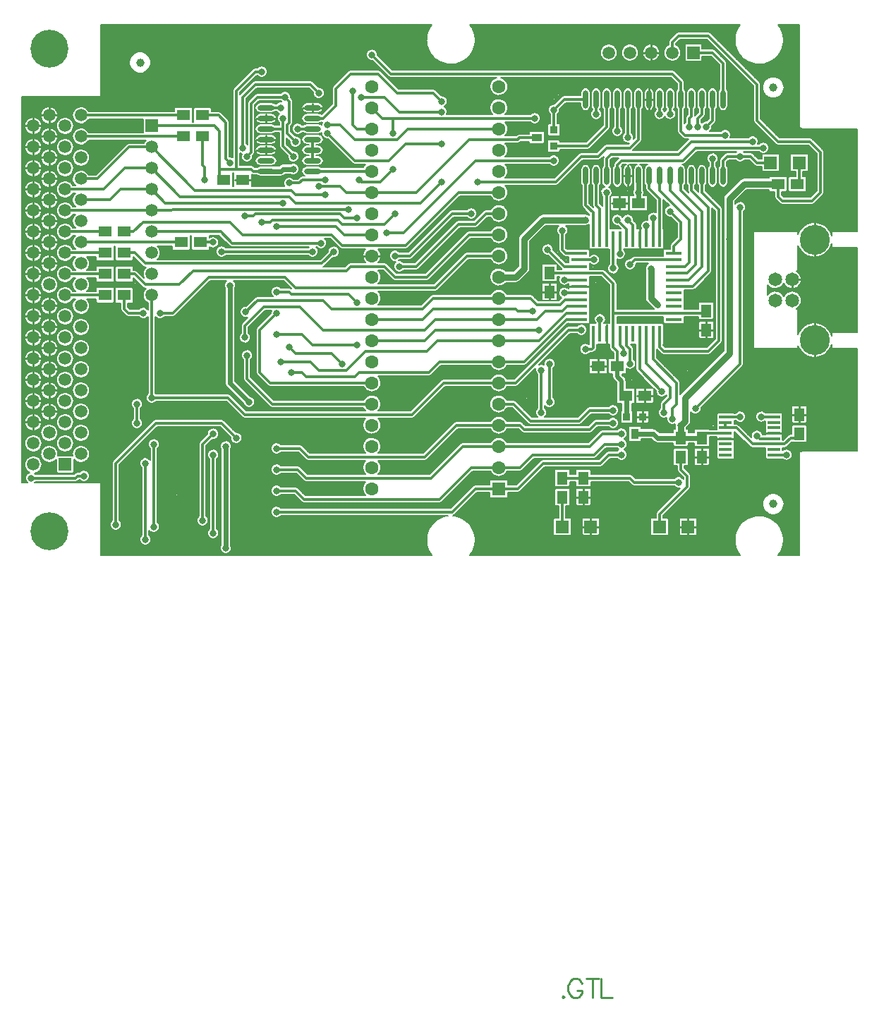
<source format=gtl>
%FSLAX44Y44*%
%MOMM*%
G71*
G01*
G75*
%ADD10C,0.2000*%
%ADD11C,1.0000*%
%ADD12R,1.9050X0.4064*%
%ADD13R,0.4064X1.9050*%
%ADD14O,0.6000X2.2000*%
%ADD15R,0.9144X0.9144*%
%ADD16R,1.2700X0.9144*%
%ADD17R,1.5240X1.5240*%
%ADD18R,1.2700X1.5240*%
%ADD19R,1.5240X1.2700*%
%ADD20R,1.5000X0.4000*%
%ADD21R,0.9144X1.2700*%
%ADD22O,0.6000X2.2000*%
%ADD23O,2.0320X0.6096*%
%ADD24C,0.3000*%
%ADD25C,0.5000*%
%ADD26C,0.6000*%
%ADD27C,0.8000*%
%ADD28C,0.2540*%
%ADD29C,0.2286*%
%ADD30C,4.5500*%
%ADD31C,1.5000*%
%ADD32R,1.5000X1.5000*%
%ADD33C,1.6510*%
%ADD34C,3.6000*%
%ADD35C,1.6000*%
%ADD36R,1.6000X1.6000*%
%ADD37C,0.8000*%
D10*
X2238121Y2004799D02*
X2239433Y2006005D01*
X2287396D02*
X2290600Y2007332D01*
X2287396Y2006005D02*
X2290600Y2007332D01*
X2232175Y2017313D02*
X2229819Y2016150D01*
X2228055Y2014204D01*
X2227128Y2011746D01*
X2227168Y2009120D01*
X2228169Y2006691D01*
X2229991Y2004799D01*
X2239433Y2015069D02*
X2238071Y2016310D01*
X2292179Y2008545D02*
X2294051Y2006980D01*
X2296346Y2006150D01*
X2298786Y2006153D01*
X2301078Y2006990D01*
X2302945Y2008560D01*
X2304164Y2010674D01*
X2304588Y2013077D01*
X2304164Y2015480D01*
X2302945Y2017594D01*
X2301078Y2019164D01*
X2298786Y2020001D01*
X2296346Y2020004D01*
X2294051Y2019174D01*
X2292179Y2017609D01*
X2331124Y1960034D02*
X2329504Y1958064D01*
X2328694Y1955645D01*
X2328799Y1953097D01*
X2329807Y1950754D01*
X2331584Y1948924D01*
X2333896Y1947849D01*
X2336441Y1947669D01*
X2338882Y1948409D01*
X2340898Y1949970D01*
X2342225Y1952149D01*
X2342688Y1954657D01*
X2342032Y1957622D01*
X2340188Y1960034D01*
X2247348Y2026767D02*
X2247055Y2029234D01*
X2246192Y2031564D01*
X2244807Y2033627D01*
X2242978Y2035308D01*
X2240806Y2036514D01*
X2238412Y2037177D01*
X2235929Y2037262D01*
X2233495Y2036762D01*
X2231246Y2035706D01*
X2229307Y2034152D01*
X2227786Y2032188D01*
X2226767Y2029922D01*
X2226308Y2027480D01*
X2226433Y2024999D01*
X2227136Y2022616D01*
X2228378Y2020464D01*
X2230089Y2018663D01*
X2232175Y2017313D01*
X2238071Y2016310D02*
X2240539Y2016915D01*
X2242791Y2018094D01*
X2244694Y2019778D01*
X2246139Y2021868D01*
X2247041Y2024244D01*
X2247348Y2026767D01*
Y2052167D02*
X2247042Y2054688D01*
X2246141Y2057061D01*
X2244699Y2059151D01*
X2242799Y2060835D01*
X2240550Y2062015D01*
X2238085Y2062622D01*
X2235546D01*
X2233081Y2062015D01*
X2230833Y2060835D01*
X2228932Y2059151D01*
X2227490Y2057061D01*
X2226590Y2054688D01*
X2226284Y2052167D01*
X2226590Y2049646D01*
X2227490Y2047272D01*
X2228932Y2045183D01*
X2230833Y2043499D01*
X2233081Y2042319D01*
X2235546Y2041712D01*
X2238085D01*
X2240550Y2042319D01*
X2242799Y2043499D01*
X2244699Y2045183D01*
X2246141Y2047272D01*
X2247042Y2049646D01*
X2247348Y2052167D01*
X2266172Y2037299D02*
X2266398Y2039467D01*
X2266081Y2042030D01*
X2265150Y2044439D01*
X2263661Y2046549D01*
X2261703Y2048234D01*
X2259394Y2049391D01*
X2256872Y2049951D01*
X2254291Y2049881D01*
X2251803Y2049184D01*
X2249561Y2047903D01*
X2247697Y2046115D01*
X2246325Y2043927D01*
X2245526Y2041471D01*
X2245349Y2038894D01*
X2245805Y2036352D01*
X2246866Y2033997D01*
X2248467Y2031971D01*
X2250514Y2030396D01*
X2252883Y2029366D01*
X2255431Y2028944D01*
X2258005Y2029155D01*
X2260450Y2029985D01*
X2262620Y2031386D01*
X2264384Y2033273D01*
X2304498Y2039467D02*
X2304198Y2041962D01*
X2303315Y2044316D01*
X2301900Y2046393D01*
X2300033Y2048076D01*
X2297821Y2049268D01*
X2295389Y2049902D01*
X2292876Y2049942D01*
X2290425Y2049386D01*
X2288176Y2048265D01*
X2286256Y2046642D01*
X2284776Y2044611D01*
X2283818Y2042287D01*
X2283439Y2039803D01*
X2283659Y2037299D01*
X2289936Y2017609D02*
X2286731Y2016282D01*
X2289936Y2017609D02*
X2286731Y2016282D01*
X2332451Y2031522D02*
X2331124Y2028317D01*
X2332451Y2031522D02*
X2331124Y2028317D01*
X2285448Y2033273D02*
X2287255Y2031349D01*
X2289485Y2029936D01*
X2291995Y2029121D01*
X2294630Y2028956D01*
X2297222Y2029451D01*
X2299610Y2030576D01*
X2301644Y2032258D01*
X2303195Y2034394D01*
X2304167Y2036848D01*
X2304498Y2039467D01*
X2266398Y2064867D02*
X2266092Y2067388D01*
X2265191Y2069762D01*
X2263749Y2071851D01*
X2261849Y2073535D01*
X2259600Y2074715D01*
X2257135Y2075322D01*
X2254596D01*
X2252131Y2074715D01*
X2249883Y2073535D01*
X2247982Y2071851D01*
X2246540Y2069761D01*
X2245640Y2067388D01*
X2245334Y2064867D01*
X2245640Y2062346D01*
X2246540Y2059973D01*
X2247982Y2057883D01*
X2249883Y2056199D01*
X2252131Y2055019D01*
X2254596Y2054412D01*
X2257135D01*
X2259600Y2055019D01*
X2261849Y2056199D01*
X2263749Y2057883D01*
X2265191Y2059973D01*
X2266092Y2062346D01*
X2266398Y2064867D01*
X2285448Y2052167D02*
X2285142Y2054688D01*
X2284241Y2057061D01*
X2282799Y2059151D01*
X2280899Y2060835D01*
X2278650Y2062015D01*
X2276185Y2062622D01*
X2273646D01*
X2271181Y2062015D01*
X2268933Y2060835D01*
X2267032Y2059151D01*
X2265590Y2057061D01*
X2264690Y2054688D01*
X2264384Y2052167D01*
X2264690Y2049646D01*
X2265590Y2047272D01*
X2267032Y2045183D01*
X2268933Y2043499D01*
X2271181Y2042319D01*
X2273646Y2041712D01*
X2276185D01*
X2278650Y2042319D01*
X2280899Y2043499D01*
X2282799Y2045183D01*
X2284241Y2047272D01*
X2285142Y2049646D01*
X2285448Y2052167D01*
X2304498Y2064867D02*
X2304192Y2067388D01*
X2303291Y2069762D01*
X2301849Y2071851D01*
X2299949Y2073535D01*
X2297700Y2074715D01*
X2295235Y2075322D01*
X2292696D01*
X2290231Y2074715D01*
X2287983Y2073535D01*
X2286082Y2071851D01*
X2284640Y2069761D01*
X2283740Y2067388D01*
X2283434Y2064867D01*
X2283740Y2062346D01*
X2284640Y2059973D01*
X2286082Y2057883D01*
X2287983Y2056199D01*
X2290231Y2055019D01*
X2292696Y2054412D01*
X2295235D01*
X2297700Y2055019D01*
X2299949Y2056199D01*
X2301849Y2057883D01*
X2303291Y2059973D01*
X2304192Y2062346D01*
X2304498Y2064867D01*
X2366684Y1942254D02*
X2365064Y1940284D01*
X2364254Y1937865D01*
X2364359Y1935317D01*
X2365367Y1932974D01*
X2367144Y1931144D01*
X2369456Y1930069D01*
X2372001Y1929889D01*
X2374442Y1930629D01*
X2376458Y1932190D01*
X2377785Y1934369D01*
X2378248Y1936877D01*
X2377592Y1939842D01*
X2375748Y1942254D01*
Y1947901D02*
X2377576Y1946200D01*
X2379883Y1945245D01*
X2382378Y1945157D01*
X2384747Y1945946D01*
X2386691Y1947513D01*
X2387964Y1949660D01*
X2388408Y1952117D01*
X2387752Y1955082D01*
X2385908Y1957494D01*
X2435264Y1965114D02*
X2433644Y1963144D01*
X2432834Y1960725D01*
X2432939Y1958177D01*
X2433947Y1955834D01*
X2435724Y1954004D01*
X2438036Y1952929D01*
X2440581Y1952749D01*
X2443022Y1953489D01*
X2445038Y1955050D01*
X2446365Y1957229D01*
X2446828Y1959737D01*
X2446172Y1962702D01*
X2444328Y1965114D01*
X2447964Y1949874D02*
X2446344Y1947904D01*
X2445533Y1945485D01*
X2445639Y1942937D01*
X2446647Y1940594D01*
X2448424Y1938764D01*
X2450737Y1937689D01*
X2453281Y1937509D01*
X2455722Y1938249D01*
X2457738Y1939810D01*
X2459065Y1941989D01*
X2459528Y1944497D01*
X2458872Y1947462D01*
X2457028Y1949874D01*
X2376844Y2032533D02*
X2374912Y2034299D01*
X2372469Y2035236D01*
X2369852Y2035215D01*
X2367424Y2034239D01*
X2365521Y2032442D01*
X2364407Y2030074D01*
X2364236Y2027463D01*
X2365031Y2024970D01*
X2366684Y2022940D01*
X2385908Y2045800D02*
X2387752Y2048212D01*
X2388408Y2051177D01*
X2436591Y2054382D02*
X2435264Y2051177D01*
X2436591Y2054382D02*
X2435264Y2051177D01*
X2388408D02*
X2387945Y2053685D01*
X2386618Y2055864D01*
X2384602Y2057425D01*
X2382161Y2058165D01*
X2379617Y2057985D01*
X2377304Y2056910D01*
X2375527Y2055080D01*
X2374519Y2052737D01*
X2374413Y2050189D01*
X2375224Y2047770D01*
X2376844Y2045800D01*
X2459528Y2038477D02*
X2459065Y2040985D01*
X2457738Y2043164D01*
X2455722Y2044725D01*
X2453281Y2045465D01*
X2450737Y2045285D01*
X2448424Y2044210D01*
X2446647Y2042380D01*
X2445639Y2040037D01*
X2445533Y2037489D01*
X2446344Y2035070D01*
X2447964Y2033100D01*
X2457028D02*
X2458872Y2035512D01*
X2459528Y2038477D01*
X2451898Y2056870D02*
X2454209Y2057057D01*
X2456333Y2057985D01*
X2458041Y2059553D01*
X2459146Y2061591D01*
X2459528Y2063877D01*
X2459081Y2066344D01*
X2457796Y2068498D01*
X2455838Y2070064D01*
X2453454Y2070843D01*
X2450949Y2070737D01*
X2448640Y2069758D01*
X2446822Y2068031D01*
X2445725Y2065776D01*
X2445489Y2063280D01*
X2247348Y2077567D02*
X2247042Y2080087D01*
X2246141Y2082462D01*
X2244699Y2084551D01*
X2242799Y2086235D01*
X2240550Y2087415D01*
X2238085Y2088022D01*
X2235546D01*
X2233081Y2087415D01*
X2230833Y2086235D01*
X2228932Y2084551D01*
X2227490Y2082461D01*
X2226590Y2080087D01*
X2226284Y2077567D01*
X2226590Y2075047D01*
X2227490Y2072672D01*
X2228932Y2070583D01*
X2230833Y2068899D01*
X2233081Y2067719D01*
X2235546Y2067112D01*
X2238085D01*
X2240550Y2067719D01*
X2242799Y2068899D01*
X2244699Y2070583D01*
X2246141Y2072672D01*
X2247042Y2075047D01*
X2247348Y2077567D01*
Y2102967D02*
X2247042Y2105488D01*
X2246141Y2107861D01*
X2244699Y2109951D01*
X2242799Y2111635D01*
X2240550Y2112815D01*
X2238085Y2113422D01*
X2235546D01*
X2233081Y2112815D01*
X2230833Y2111635D01*
X2228932Y2109951D01*
X2227490Y2107861D01*
X2226590Y2105488D01*
X2226284Y2102967D01*
X2226590Y2100446D01*
X2227490Y2098073D01*
X2228932Y2095983D01*
X2230833Y2094299D01*
X2233081Y2093119D01*
X2235546Y2092512D01*
X2238085D01*
X2240550Y2093119D01*
X2242799Y2094299D01*
X2244699Y2095983D01*
X2246141Y2098073D01*
X2247042Y2100446D01*
X2247348Y2102967D01*
Y2128367D02*
X2247042Y2130887D01*
X2246141Y2133262D01*
X2244699Y2135351D01*
X2242799Y2137035D01*
X2240550Y2138215D01*
X2238085Y2138822D01*
X2235546D01*
X2233081Y2138215D01*
X2230833Y2137035D01*
X2228932Y2135351D01*
X2227490Y2133261D01*
X2226590Y2130887D01*
X2226284Y2128367D01*
X2226590Y2125847D01*
X2227490Y2123472D01*
X2228932Y2121383D01*
X2230833Y2119699D01*
X2233081Y2118519D01*
X2235546Y2117912D01*
X2238085D01*
X2240550Y2118519D01*
X2242799Y2119699D01*
X2244699Y2121383D01*
X2246141Y2123472D01*
X2247042Y2125847D01*
X2247348Y2128367D01*
Y2153767D02*
X2247042Y2156288D01*
X2246141Y2158661D01*
X2244699Y2160751D01*
X2242799Y2162435D01*
X2240550Y2163615D01*
X2238085Y2164222D01*
X2235546D01*
X2233081Y2163615D01*
X2230833Y2162435D01*
X2228932Y2160751D01*
X2227490Y2158661D01*
X2226590Y2156288D01*
X2226284Y2153767D01*
X2226590Y2151246D01*
X2227490Y2148873D01*
X2228932Y2146783D01*
X2230833Y2145099D01*
X2233081Y2143919D01*
X2235546Y2143312D01*
X2238085D01*
X2240550Y2143919D01*
X2242799Y2145099D01*
X2244699Y2146783D01*
X2246141Y2148873D01*
X2247042Y2151246D01*
X2247348Y2153767D01*
X2266398Y2090267D02*
X2266092Y2092787D01*
X2265191Y2095161D01*
X2263749Y2097251D01*
X2261849Y2098935D01*
X2259600Y2100115D01*
X2257135Y2100722D01*
X2254596D01*
X2252131Y2100115D01*
X2249883Y2098935D01*
X2247982Y2097251D01*
X2246540Y2095161D01*
X2245640Y2092787D01*
X2245334Y2090267D01*
X2245640Y2087746D01*
X2246540Y2085372D01*
X2247982Y2083283D01*
X2249883Y2081599D01*
X2252131Y2080419D01*
X2254596Y2079812D01*
X2257135D01*
X2259600Y2080419D01*
X2261849Y2081599D01*
X2263749Y2083283D01*
X2265191Y2085372D01*
X2266092Y2087746D01*
X2266398Y2090267D01*
X2285448Y2077567D02*
X2285142Y2080087D01*
X2284241Y2082462D01*
X2282799Y2084551D01*
X2280899Y2086235D01*
X2278650Y2087415D01*
X2276185Y2088022D01*
X2273646D01*
X2271181Y2087415D01*
X2268933Y2086235D01*
X2267032Y2084551D01*
X2265590Y2082461D01*
X2264690Y2080087D01*
X2264384Y2077567D01*
X2264690Y2075047D01*
X2265590Y2072672D01*
X2267032Y2070583D01*
X2268933Y2068899D01*
X2271181Y2067719D01*
X2273646Y2067112D01*
X2276185D01*
X2278650Y2067719D01*
X2280899Y2068899D01*
X2282799Y2070583D01*
X2284241Y2072672D01*
X2285142Y2075047D01*
X2285448Y2077567D01*
Y2102967D02*
X2285142Y2105488D01*
X2284241Y2107861D01*
X2282799Y2109951D01*
X2280899Y2111635D01*
X2278650Y2112815D01*
X2276185Y2113422D01*
X2273646D01*
X2271181Y2112815D01*
X2268933Y2111635D01*
X2267032Y2109951D01*
X2265590Y2107861D01*
X2264690Y2105488D01*
X2264384Y2102967D01*
X2264690Y2100446D01*
X2265590Y2098073D01*
X2267032Y2095983D01*
X2268933Y2094299D01*
X2271181Y2093119D01*
X2273646Y2092512D01*
X2276185D01*
X2278650Y2093119D01*
X2280899Y2094299D01*
X2282799Y2095983D01*
X2284241Y2098073D01*
X2285142Y2100446D01*
X2285448Y2102967D01*
X2266398Y2115667D02*
X2266092Y2118188D01*
X2265191Y2120562D01*
X2263749Y2122651D01*
X2261849Y2124335D01*
X2259600Y2125515D01*
X2257135Y2126122D01*
X2254596D01*
X2252131Y2125515D01*
X2249883Y2124335D01*
X2247982Y2122651D01*
X2246540Y2120561D01*
X2245640Y2118188D01*
X2245334Y2115667D01*
X2245640Y2113147D01*
X2246540Y2110773D01*
X2247982Y2108683D01*
X2249883Y2106999D01*
X2252131Y2105819D01*
X2254596Y2105212D01*
X2257135D01*
X2259600Y2105819D01*
X2261849Y2106999D01*
X2263749Y2108683D01*
X2265191Y2110773D01*
X2266092Y2113147D01*
X2266398Y2115667D01*
Y2141067D02*
X2266092Y2143587D01*
X2265191Y2145961D01*
X2263749Y2148051D01*
X2261849Y2149735D01*
X2259600Y2150915D01*
X2257135Y2151522D01*
X2254596D01*
X2252131Y2150915D01*
X2249883Y2149735D01*
X2247982Y2148051D01*
X2246540Y2145961D01*
X2245640Y2143587D01*
X2245334Y2141067D01*
X2245640Y2138546D01*
X2246540Y2136172D01*
X2247982Y2134083D01*
X2249883Y2132399D01*
X2252131Y2131219D01*
X2254596Y2130612D01*
X2257135D01*
X2259600Y2131219D01*
X2261849Y2132399D01*
X2263749Y2134083D01*
X2265191Y2136172D01*
X2266092Y2138546D01*
X2266398Y2141067D01*
X2285448Y2128367D02*
X2285142Y2130887D01*
X2284241Y2133262D01*
X2282799Y2135351D01*
X2280899Y2137035D01*
X2278650Y2138215D01*
X2276185Y2138822D01*
X2273646D01*
X2271181Y2138215D01*
X2268933Y2137035D01*
X2267032Y2135351D01*
X2265590Y2133261D01*
X2264690Y2130887D01*
X2264384Y2128367D01*
X2264690Y2125847D01*
X2265590Y2123472D01*
X2267032Y2121383D01*
X2268933Y2119699D01*
X2271181Y2118519D01*
X2273646Y2117912D01*
X2276185D01*
X2278650Y2118519D01*
X2280899Y2119699D01*
X2282799Y2121383D01*
X2284241Y2123472D01*
X2285142Y2125847D01*
X2285448Y2128367D01*
Y2153767D02*
X2285142Y2156288D01*
X2284241Y2158661D01*
X2282799Y2160751D01*
X2280899Y2162435D01*
X2278650Y2163615D01*
X2276185Y2164222D01*
X2273646D01*
X2271181Y2163615D01*
X2268933Y2162435D01*
X2267032Y2160751D01*
X2265590Y2158661D01*
X2264690Y2156288D01*
X2264384Y2153767D01*
X2264690Y2151246D01*
X2265590Y2148873D01*
X2267032Y2146783D01*
X2268933Y2145099D01*
X2271181Y2143919D01*
X2273646Y2143312D01*
X2276185D01*
X2278650Y2143919D01*
X2280899Y2145099D01*
X2282799Y2146783D01*
X2284241Y2148873D01*
X2285142Y2151246D01*
X2285448Y2153767D01*
X2247348Y2179167D02*
X2247042Y2181687D01*
X2246141Y2184061D01*
X2244699Y2186151D01*
X2242799Y2187835D01*
X2240550Y2189015D01*
X2238085Y2189622D01*
X2235546D01*
X2233081Y2189015D01*
X2230833Y2187835D01*
X2228932Y2186151D01*
X2227490Y2184061D01*
X2226590Y2181687D01*
X2226284Y2179167D01*
X2226590Y2176647D01*
X2227490Y2174272D01*
X2228932Y2172183D01*
X2230833Y2170499D01*
X2233081Y2169319D01*
X2235546Y2168712D01*
X2238085D01*
X2240550Y2169319D01*
X2242799Y2170499D01*
X2244699Y2172183D01*
X2246141Y2174272D01*
X2247042Y2176647D01*
X2247348Y2179167D01*
Y2204567D02*
X2247042Y2207088D01*
X2246141Y2209462D01*
X2244699Y2211551D01*
X2242799Y2213235D01*
X2240550Y2214415D01*
X2238085Y2215022D01*
X2235546D01*
X2233081Y2214415D01*
X2230833Y2213235D01*
X2228932Y2211551D01*
X2227490Y2209461D01*
X2226590Y2207088D01*
X2226284Y2204567D01*
X2226590Y2202047D01*
X2227490Y2199673D01*
X2228932Y2197583D01*
X2230833Y2195899D01*
X2233081Y2194719D01*
X2235546Y2194112D01*
X2238085D01*
X2240550Y2194719D01*
X2242799Y2195899D01*
X2244699Y2197583D01*
X2246141Y2199673D01*
X2247042Y2202047D01*
X2247348Y2204567D01*
Y2229967D02*
X2247042Y2232487D01*
X2246141Y2234861D01*
X2244699Y2236951D01*
X2242799Y2238635D01*
X2240550Y2239815D01*
X2238085Y2240422D01*
X2235546D01*
X2233081Y2239815D01*
X2230833Y2238635D01*
X2228932Y2236951D01*
X2227490Y2234861D01*
X2226590Y2232487D01*
X2226284Y2229967D01*
X2226590Y2227446D01*
X2227490Y2225072D01*
X2228932Y2222983D01*
X2230833Y2221299D01*
X2233081Y2220119D01*
X2235546Y2219512D01*
X2238085D01*
X2240550Y2220119D01*
X2242799Y2221299D01*
X2244699Y2222983D01*
X2246141Y2225072D01*
X2247042Y2227446D01*
X2247348Y2229967D01*
X2266398Y2166467D02*
X2266092Y2168987D01*
X2265191Y2171362D01*
X2263749Y2173451D01*
X2261849Y2175135D01*
X2259600Y2176315D01*
X2257135Y2176922D01*
X2254596D01*
X2252131Y2176315D01*
X2249883Y2175135D01*
X2247982Y2173451D01*
X2246540Y2171361D01*
X2245640Y2168987D01*
X2245334Y2166467D01*
X2245640Y2163947D01*
X2246540Y2161573D01*
X2247982Y2159483D01*
X2249883Y2157799D01*
X2252131Y2156619D01*
X2254596Y2156012D01*
X2257135D01*
X2259600Y2156619D01*
X2261849Y2157799D01*
X2263749Y2159483D01*
X2265191Y2161573D01*
X2266092Y2163947D01*
X2266398Y2166467D01*
Y2191867D02*
X2266092Y2194388D01*
X2265191Y2196761D01*
X2263749Y2198851D01*
X2261849Y2200535D01*
X2259600Y2201715D01*
X2257135Y2202322D01*
X2254596D01*
X2252131Y2201715D01*
X2249883Y2200535D01*
X2247982Y2198851D01*
X2246540Y2196761D01*
X2245640Y2194388D01*
X2245334Y2191867D01*
X2245640Y2189346D01*
X2246540Y2186973D01*
X2247982Y2184883D01*
X2249883Y2183199D01*
X2252131Y2182019D01*
X2254596Y2181412D01*
X2257135D01*
X2259600Y2182019D01*
X2261849Y2183199D01*
X2263749Y2184883D01*
X2265191Y2186973D01*
X2266092Y2189346D01*
X2266398Y2191867D01*
Y2217267D02*
X2266092Y2219787D01*
X2265191Y2222162D01*
X2263749Y2224251D01*
X2261849Y2225935D01*
X2259600Y2227115D01*
X2257135Y2227722D01*
X2254596D01*
X2252131Y2227115D01*
X2249883Y2225935D01*
X2247982Y2224251D01*
X2246540Y2222161D01*
X2245640Y2219787D01*
X2245334Y2217267D01*
X2245640Y2214747D01*
X2246540Y2212372D01*
X2247982Y2210283D01*
X2249883Y2208599D01*
X2252131Y2207419D01*
X2254596Y2206812D01*
X2257135D01*
X2259600Y2207419D01*
X2261849Y2208599D01*
X2263749Y2210283D01*
X2265191Y2212372D01*
X2266092Y2214747D01*
X2266398Y2217267D01*
X2285448Y2179167D02*
X2285142Y2181687D01*
X2284241Y2184061D01*
X2282799Y2186151D01*
X2280899Y2187835D01*
X2278650Y2189015D01*
X2276185Y2189622D01*
X2273646D01*
X2271181Y2189015D01*
X2268933Y2187835D01*
X2267032Y2186151D01*
X2265590Y2184061D01*
X2264690Y2181687D01*
X2264384Y2179167D01*
X2264690Y2176647D01*
X2265590Y2174272D01*
X2267032Y2172183D01*
X2268933Y2170499D01*
X2271181Y2169319D01*
X2273646Y2168712D01*
X2276185D01*
X2278650Y2169319D01*
X2280899Y2170499D01*
X2282799Y2172183D01*
X2284241Y2174272D01*
X2285142Y2176647D01*
X2285448Y2179167D01*
Y2204567D02*
X2285142Y2207088D01*
X2284241Y2209462D01*
X2282799Y2211551D01*
X2280899Y2213235D01*
X2278650Y2214415D01*
X2276185Y2215022D01*
X2273646D01*
X2271181Y2214415D01*
X2268933Y2213235D01*
X2267032Y2211551D01*
X2265590Y2209461D01*
X2264690Y2207088D01*
X2264384Y2204567D01*
X2264690Y2202047D01*
X2265590Y2199673D01*
X2267032Y2197583D01*
X2268933Y2195899D01*
X2271181Y2194719D01*
X2273646Y2194112D01*
X2276185D01*
X2278650Y2194719D01*
X2280899Y2195899D01*
X2282799Y2197583D01*
X2284241Y2199673D01*
X2285142Y2202047D01*
X2285448Y2204567D01*
X2284423Y2234499D02*
X2283038Y2236671D01*
X2281169Y2238442D01*
X2278925Y2239706D01*
X2276441Y2240388D01*
X2273866Y2240446D01*
X2271354Y2239878D01*
X2269055Y2238717D01*
X2267106Y2237033D01*
X2265625Y2234927D01*
X2264699Y2232523D01*
X2264384Y2229967D01*
X2264699Y2227411D01*
X2265625Y2225007D01*
X2267106Y2222901D01*
X2269055Y2221216D01*
X2271354Y2220056D01*
X2273866Y2219487D01*
X2276441Y2219546D01*
X2278925Y2220228D01*
X2281169Y2221492D01*
X2283038Y2223263D01*
X2284423Y2225435D01*
X2304498Y2090267D02*
X2304192Y2092787D01*
X2303291Y2095161D01*
X2301849Y2097251D01*
X2299949Y2098935D01*
X2297700Y2100115D01*
X2295235Y2100722D01*
X2292696D01*
X2290231Y2100115D01*
X2287983Y2098935D01*
X2286082Y2097251D01*
X2284640Y2095161D01*
X2283740Y2092787D01*
X2283434Y2090267D01*
X2283740Y2087746D01*
X2284640Y2085372D01*
X2286082Y2083283D01*
X2287983Y2081599D01*
X2290231Y2080419D01*
X2292696Y2079812D01*
X2295235D01*
X2297700Y2080419D01*
X2299949Y2081599D01*
X2301849Y2083283D01*
X2303291Y2085372D01*
X2304192Y2087746D01*
X2304498Y2090267D01*
X2356524Y2081954D02*
X2354904Y2079984D01*
X2354093Y2077565D01*
X2354199Y2075017D01*
X2355207Y2072674D01*
X2356984Y2070844D01*
X2359297Y2069769D01*
X2361841Y2069589D01*
X2364282Y2070329D01*
X2366298Y2071890D01*
X2367625Y2074069D01*
X2368088Y2076577D01*
X2367432Y2079542D01*
X2365588Y2081954D01*
Y2094060D02*
X2367432Y2096472D01*
X2368088Y2099437D01*
X2367625Y2101945D01*
X2366298Y2104124D01*
X2364282Y2105685D01*
X2361841Y2106425D01*
X2359297Y2106245D01*
X2356984Y2105170D01*
X2355207Y2103340D01*
X2354199Y2100997D01*
X2354093Y2098449D01*
X2354904Y2096030D01*
X2356524Y2094060D01*
X2304498Y2115667D02*
X2304192Y2118188D01*
X2303291Y2120562D01*
X2301849Y2122651D01*
X2299949Y2124335D01*
X2297700Y2125515D01*
X2295235Y2126122D01*
X2292696D01*
X2290231Y2125515D01*
X2287983Y2124335D01*
X2286082Y2122651D01*
X2284640Y2120561D01*
X2283740Y2118188D01*
X2283434Y2115667D01*
X2283740Y2113147D01*
X2284640Y2110773D01*
X2286082Y2108683D01*
X2287983Y2106999D01*
X2290231Y2105819D01*
X2292696Y2105212D01*
X2295235D01*
X2297700Y2105819D01*
X2299949Y2106999D01*
X2301849Y2108683D01*
X2303291Y2110773D01*
X2304192Y2113147D01*
X2304498Y2115667D01*
X2383916Y2081109D02*
X2380711Y2079782D01*
X2383916Y2081109D02*
X2380711Y2079782D01*
X2374304Y2112434D02*
X2372673Y2110444D01*
X2371867Y2108000D01*
X2371994Y2105430D01*
X2373038Y2103078D01*
X2374857Y2101259D01*
X2377209Y2100216D01*
X2379779Y2100089D01*
X2382222Y2100894D01*
X2384213Y2102525D01*
Y2111589D02*
X2383368Y2112434D01*
X2304498Y2141067D02*
X2304192Y2143587D01*
X2303291Y2145961D01*
X2301849Y2148051D01*
X2299949Y2149735D01*
X2297700Y2150915D01*
X2295235Y2151522D01*
X2292696D01*
X2290231Y2150915D01*
X2287983Y2149735D01*
X2286082Y2148051D01*
X2284640Y2145961D01*
X2283740Y2143587D01*
X2283434Y2141067D01*
X2283740Y2138546D01*
X2284640Y2136172D01*
X2286082Y2134083D01*
X2287983Y2132399D01*
X2290231Y2131219D01*
X2292696Y2130612D01*
X2295235D01*
X2297700Y2131219D01*
X2299949Y2132399D01*
X2301849Y2134083D01*
X2303291Y2136172D01*
X2304192Y2138546D01*
X2304498Y2141067D01*
Y2166467D02*
X2304192Y2168987D01*
X2303291Y2171362D01*
X2301849Y2173451D01*
X2299949Y2175135D01*
X2297700Y2176315D01*
X2295235Y2176922D01*
X2292696D01*
X2290231Y2176315D01*
X2287983Y2175135D01*
X2286082Y2173451D01*
X2284640Y2171361D01*
X2283740Y2168987D01*
X2283434Y2166467D01*
X2283740Y2163947D01*
X2284640Y2161573D01*
X2286082Y2159483D01*
X2287983Y2157799D01*
X2290231Y2156619D01*
X2292696Y2156012D01*
X2295235D01*
X2297700Y2156619D01*
X2299949Y2157799D01*
X2301849Y2159483D01*
X2303291Y2161573D01*
X2304192Y2163947D01*
X2304498Y2166467D01*
Y2191867D02*
X2304192Y2194388D01*
X2303291Y2196761D01*
X2301849Y2198851D01*
X2299949Y2200535D01*
X2297700Y2201715D01*
X2295235Y2202322D01*
X2292696D01*
X2290231Y2201715D01*
X2287983Y2200535D01*
X2286082Y2198851D01*
X2284640Y2196761D01*
X2283740Y2194388D01*
X2283434Y2191867D01*
X2283740Y2189346D01*
X2284640Y2186973D01*
X2286082Y2184883D01*
X2287983Y2183199D01*
X2290231Y2182019D01*
X2292696Y2181412D01*
X2295235D01*
X2297700Y2182019D01*
X2299949Y2183199D01*
X2301849Y2184883D01*
X2303291Y2186973D01*
X2304192Y2189346D01*
X2304498Y2191867D01*
X2287317Y2225435D02*
X2285585Y2223645D01*
X2284322Y2221499D01*
X2283597Y2219117D01*
X2283453Y2216631D01*
X2283896Y2214180D01*
X2284903Y2211902D01*
X2286416Y2209924D01*
X2288351Y2208356D01*
X2290600Y2207287D01*
X2293037Y2206776D01*
X2295526Y2206851D01*
X2297928Y2207509D01*
X2300109Y2208712D01*
X2301946Y2210394D01*
X2303336Y2212460D01*
X2304203Y2214794D01*
X2304498Y2217267D01*
X2304240Y2219585D01*
X2303477Y2221789D01*
X2302249Y2223772D01*
X2300615Y2225435D01*
X2347691Y2205452D02*
X2350896Y2204125D01*
X2363299D02*
X2365238Y2202523D01*
X2367617Y2201705D01*
X2370132Y2201777D01*
X2372460Y2202730D01*
X2374304Y2204441D01*
X2347691Y2205452D02*
X2350896Y2204125D01*
X2383368Y2204441D02*
X2385212Y2202730D01*
X2387540Y2201777D01*
X2390054Y2201705D01*
X2392433Y2202523D01*
X2394373Y2204125D01*
X2404236D02*
X2407440Y2205452D01*
X2404236Y2204125D02*
X2407440Y2205452D01*
X2341258Y2213763D02*
X2342585Y2210558D01*
X2341258Y2213763D02*
X2342585Y2210558D01*
X2374304Y2212873D02*
X2372460Y2214584D01*
X2370132Y2215537D01*
X2367617Y2215609D01*
X2365238Y2214791D01*
X2363299Y2213189D01*
X2372007Y2238135D02*
X2370242Y2236206D01*
X2369007Y2233901D01*
X2368378Y2231363D01*
X2368393Y2228748D01*
X2369052Y2226218D01*
X2370314Y2223928D01*
X2372101Y2222019D01*
X2374304Y2220610D01*
X2461704Y1930332D02*
X2460807Y1927919D01*
X2460839Y1925345D01*
X2461795Y1922954D01*
X2463547Y1921069D01*
X2465861Y1919940D01*
X2468425Y1919719D01*
X2470898Y1920436D01*
X2472946Y1921995D01*
X2474297Y1924186D01*
X2474768Y1926717D01*
X2473768Y1930332D01*
X2534073Y1974429D02*
X2532200Y1975994D01*
X2529906Y1976824D01*
X2527466Y1976821D01*
X2525174Y1975984D01*
X2523306Y1974414D01*
X2522087Y1972300D01*
X2521664Y1969897D01*
X2522087Y1967494D01*
X2523306Y1965380D01*
X2525174Y1963810D01*
X2527466Y1962973D01*
X2529906Y1962970D01*
X2532200Y1963800D01*
X2534073Y1965365D01*
Y1999829D02*
X2532200Y2001394D01*
X2529906Y2002224D01*
X2527466Y2002221D01*
X2525174Y2001384D01*
X2523306Y1999814D01*
X2522087Y1997700D01*
X2521664Y1995297D01*
X2522087Y1992894D01*
X2523306Y1990780D01*
X2525174Y1989210D01*
X2527466Y1988373D01*
X2529906Y1988370D01*
X2532200Y1989200D01*
X2534073Y1990765D01*
X2558511Y1981932D02*
X2561716Y1980605D01*
X2558511Y1981932D02*
X2561716Y1980605D01*
X2473768Y2045022D02*
X2474768Y2048637D01*
X2474297Y2051168D01*
X2472946Y2053359D01*
X2470898Y2054918D01*
X2468425Y2055635D01*
X2465861Y2055414D01*
X2463547Y2054285D01*
X2461795Y2052400D01*
X2460839Y2050009D01*
X2460807Y2047435D01*
X2461704Y2045023D01*
X2534073Y2025229D02*
X2532200Y2026794D01*
X2529906Y2027624D01*
X2527466Y2027621D01*
X2525174Y2026784D01*
X2523306Y2025214D01*
X2522087Y2023100D01*
X2521664Y2020697D01*
X2522087Y2018294D01*
X2523306Y2016180D01*
X2525174Y2014610D01*
X2527466Y2013773D01*
X2529906Y2013770D01*
X2532200Y2014600D01*
X2534073Y2016165D01*
Y2050629D02*
X2532200Y2052194D01*
X2529906Y2053024D01*
X2527466Y2053021D01*
X2525174Y2052184D01*
X2523306Y2050614D01*
X2522087Y2048500D01*
X2521664Y2046097D01*
X2522087Y2043694D01*
X2523306Y2041580D01*
X2525174Y2040010D01*
X2527466Y2039173D01*
X2529906Y2039170D01*
X2532200Y2040000D01*
X2534073Y2041565D01*
X2554760Y1998502D02*
X2551556Y1999829D01*
X2554760Y1998502D02*
X2551556Y1999829D01*
X2473429Y2059394D02*
X2473665Y2056898D01*
X2474762Y2054643D01*
X2476580Y2052916D01*
X2478889Y2051937D01*
X2481394Y2051831D01*
X2483778Y2052610D01*
X2485736Y2054176D01*
X2487021Y2056330D01*
X2487468Y2058797D01*
X2465860Y2079782D02*
X2462656Y2081109D01*
X2465860Y2079782D02*
X2462656Y2081109D01*
X2487468Y2058797D02*
X2487086Y2061084D01*
X2485981Y2063121D01*
X2484274Y2064689D01*
X2482149Y2065617D01*
X2479838Y2065804D01*
X2557300Y2023902D02*
X2554096Y2025229D01*
X2557300Y2023902D02*
X2554096Y2025229D01*
X2561051Y2007332D02*
X2564256Y2006005D01*
X2561051Y2007332D02*
X2564256Y2006005D01*
X2559840Y2049302D02*
X2556636Y2050629D01*
X2559840Y2049302D02*
X2556636Y2050629D01*
X2563591Y2032732D02*
X2566796Y2031405D01*
X2563591Y2032732D02*
X2566796Y2031405D01*
X2734066Y1965365D02*
X2731542Y1964917D01*
X2729066Y1964251D01*
X2726659Y1963370D01*
X2724337Y1962283D01*
X2722119Y1960997D01*
X2720023Y1959521D01*
X2718063Y1957869D01*
X2716255Y1956051D01*
X2714613Y1954082D01*
X2713150Y1951977D01*
X2711876Y1949753D01*
X2710801Y1947425D01*
X2709934Y1945013D01*
X2709281Y1942534D01*
X2708847Y1940007D01*
X2708636Y1937452D01*
X2708649Y1934888D01*
X2708885Y1932336D01*
X2709344Y1929814D01*
X2710022Y1927341D01*
X2710914Y1924937D01*
X2712012Y1922621D01*
X2713308Y1920409D01*
X2714792Y1918319D01*
X2761039D02*
X2762446Y1920290D01*
X2763686Y1922370D01*
X2764749Y1924546D01*
X2765630Y1926802D01*
X2766321Y1929124D01*
X2766818Y1931494D01*
X2767118Y1933897D01*
X2767218Y1936317D01*
Y1936317D02*
X2767107Y1938863D01*
X2766775Y1941390D01*
X2766225Y1943879D01*
X2765461Y1946310D01*
X2764488Y1948666D01*
X2763315Y1950929D01*
X2761949Y1953081D01*
X2760401Y1955106D01*
X2758683Y1956989D01*
X2756808Y1958715D01*
X2754791Y1960272D01*
X2752645Y1961648D01*
X2750388Y1962832D01*
X2748037Y1963815D01*
X2745609Y1964591D01*
X2743123Y1965153D01*
X2740598Y1965496D01*
X2742720Y1966692D01*
X2740598Y1965496D02*
X2742720Y1966692D01*
X2635580Y2006005D02*
X2633863Y2004025D01*
X2632661Y2001695D01*
X2632042Y1999148D01*
Y1996526D01*
X2632661Y1993979D01*
X2633863Y1991649D01*
X2635580Y1989669D01*
Y2031405D02*
X2633863Y2029425D01*
X2632661Y2027095D01*
X2632042Y2024548D01*
Y2021926D01*
X2632661Y2019379D01*
X2633863Y2017049D01*
X2635580Y2015069D01*
X2650411D02*
X2651941Y2016780D01*
X2653083Y2018771D01*
X2653789Y2020954D01*
X2654028Y2023237D01*
X2653789Y2025520D01*
X2653083Y2027703D01*
X2651941Y2029694D01*
X2650411Y2031405D01*
X2654028Y2048637D02*
X2653727Y2051193D01*
X2652843Y2053610D01*
X2651423Y2055757D01*
X2649543Y2057516D01*
X2647308Y2058791D01*
X2644838Y2059514D01*
X2642267Y2059645D01*
X2639737Y2059177D01*
X2637383Y2058134D01*
X2635335Y2056575D01*
X2633704Y2054584D01*
X2632579Y2052270D01*
X2632021Y2049757D01*
X2632060Y2047184D01*
X2632694Y2044689D01*
X2633889Y2042410D01*
X2635580Y2040469D01*
X2650411D02*
X2651941Y2042180D01*
X2653083Y2044171D01*
X2653789Y2046354D01*
X2654028Y2048637D01*
X2724276Y1980605D02*
X2727480Y1981932D01*
X2724276Y1980605D02*
X2727480Y1981932D01*
X2706496Y2031405D02*
X2709700Y2032732D01*
X2706496Y2031405D02*
X2709700Y2032732D01*
X2752216Y2053169D02*
X2749011Y2051842D01*
X2752216Y2053169D02*
X2749011Y2051842D01*
X2744596Y2078569D02*
X2741391Y2077242D01*
X2744596Y2078569D02*
X2741391Y2077242D01*
X2473480Y2110262D02*
X2470276Y2111589D01*
X2473480Y2110262D02*
X2470276Y2111589D01*
X2487391Y2083532D02*
X2490596Y2082205D01*
X2487391Y2083532D02*
X2490596Y2082205D01*
X2488855Y2100267D02*
X2489902Y2097963D01*
X2491698Y2096178D01*
X2494010Y2095145D01*
X2496537Y2094998D01*
X2498953Y2095755D01*
X2500944Y2097319D01*
X2502252Y2099487D01*
X2502708Y2101977D01*
X2502325Y2104264D01*
X2501220Y2106303D01*
X2499511Y2107871D01*
X2497385Y2108798D01*
X2466784Y2124837D02*
X2467243Y2122529D01*
X2468551Y2120572D01*
X2466784Y2124837D02*
X2467243Y2122529D01*
X2468551Y2120572D01*
X2520411Y2096232D02*
X2523616Y2094905D01*
X2520411Y2096232D02*
X2523616Y2094905D01*
X2487391Y2196622D02*
X2486064Y2193417D01*
X2487391Y2196622D02*
X2486064Y2193417D01*
X2488604Y2129917D02*
X2489931Y2126712D01*
X2488604Y2129917D02*
X2489931Y2126712D01*
X2500168Y2157857D02*
X2499705Y2160365D01*
X2498378Y2162544D01*
X2496362Y2164105D01*
X2493921Y2164845D01*
X2491376Y2164665D01*
X2489064Y2163590D01*
X2487287Y2161760D01*
X2486279Y2159417D01*
X2486174Y2156869D01*
X2486984Y2154450D01*
X2488604Y2152480D01*
X2503844Y2137537D02*
X2505171Y2134332D01*
X2503844Y2137537D02*
X2505171Y2134332D01*
X2517871Y2121632D02*
X2521076Y2120305D01*
X2517871Y2121632D02*
X2521076Y2120305D01*
X2497668Y2152480D02*
X2499512Y2154892D01*
X2500168Y2157857D01*
X2486064Y2184570D02*
X2484444Y2182600D01*
X2483634Y2180181D01*
X2483739Y2177633D01*
X2484747Y2175290D01*
X2486524Y2173460D01*
X2488837Y2172385D01*
X2491381Y2172205D01*
X2493822Y2172945D01*
X2495838Y2174506D01*
X2497165Y2176685D01*
X2497628Y2179193D01*
X2496972Y2182158D01*
X2495128Y2184570D01*
X2492463Y2216934D02*
X2490001Y2216707D01*
X2487770Y2215643D01*
X2486044Y2213872D01*
X2485039Y2211613D01*
X2484877Y2209146D01*
X2485579Y2206776D01*
X2487059Y2204795D01*
X2489132Y2203448D01*
X2491543Y2202902D01*
X2493994Y2203225D01*
X2505171Y2191542D02*
X2503844Y2188337D01*
X2505171Y2191542D02*
X2503844Y2188337D01*
X2522378Y2211745D02*
X2521689Y2208060D01*
X2635580Y2082205D02*
X2633889Y2080264D01*
X2632694Y2077985D01*
X2632060Y2075491D01*
X2632021Y2072917D01*
X2632579Y2070404D01*
X2633704Y2068090D01*
X2635335Y2066098D01*
X2637383Y2064539D01*
X2639737Y2063497D01*
X2642267Y2063029D01*
X2644838Y2063160D01*
X2647308Y2063883D01*
X2649543Y2065158D01*
X2651423Y2066917D01*
X2652843Y2069064D01*
X2653727Y2071481D01*
X2654028Y2074037D01*
X2653789Y2076320D01*
X2653083Y2078503D01*
X2651941Y2080494D01*
X2650411Y2082205D01*
X2632938Y2094905D02*
X2634072Y2092951D01*
X2635580Y2091269D01*
X2691256Y2082205D02*
X2694460Y2083532D01*
X2691256Y2082205D02*
X2694460Y2083532D01*
X2654028Y2099437D02*
X2653746Y2101915D01*
X2652915Y2104266D01*
X2651577Y2106370D01*
X2649801Y2108120D01*
X2647677Y2109427D01*
X2645313Y2110223D01*
X2642832Y2110468D01*
X2640359Y2110149D01*
X2638020Y2109283D01*
X2635936Y2107914D01*
X2634212Y2106112D01*
X2632938Y2103969D01*
X2650411Y2091269D02*
X2651941Y2092980D01*
X2653083Y2094971D01*
X2653789Y2097154D01*
X2654028Y2099437D01*
X2632938Y2120305D02*
X2634212Y2118162D01*
X2635936Y2116360D01*
X2638020Y2114991D01*
X2640359Y2114125D01*
X2642832Y2113806D01*
X2645313Y2114051D01*
X2647677Y2114847D01*
X2649801Y2116154D01*
X2651577Y2117904D01*
X2652915Y2120008D01*
X2653746Y2122359D01*
X2654028Y2124837D01*
X2653789Y2127120D01*
X2653083Y2129303D01*
X2651941Y2131294D01*
X2650411Y2133005D01*
Y2218269D02*
X2651941Y2219980D01*
X2653083Y2221971D01*
X2653789Y2224154D01*
X2654028Y2226437D01*
X2711576Y2133005D02*
X2714780Y2134332D01*
X2711576Y2133005D02*
X2714780Y2134332D01*
X2729356Y2129369D02*
X2726151Y2128042D01*
X2729356Y2129369D02*
X2726151Y2128042D01*
X2247348Y2255367D02*
X2247042Y2257888D01*
X2246141Y2260262D01*
X2244699Y2262351D01*
X2242799Y2264035D01*
X2240550Y2265215D01*
X2238085Y2265822D01*
X2235546D01*
X2233081Y2265215D01*
X2230833Y2264035D01*
X2228932Y2262351D01*
X2227490Y2260261D01*
X2226590Y2257888D01*
X2226284Y2255367D01*
X2226590Y2252847D01*
X2227490Y2250473D01*
X2228932Y2248383D01*
X2230833Y2246699D01*
X2233081Y2245519D01*
X2235546Y2244912D01*
X2238085D01*
X2240550Y2245519D01*
X2242799Y2246699D01*
X2244699Y2248383D01*
X2246141Y2250473D01*
X2247042Y2252847D01*
X2247348Y2255367D01*
Y2280767D02*
X2247042Y2283288D01*
X2246141Y2285661D01*
X2244699Y2287751D01*
X2242799Y2289435D01*
X2240550Y2290615D01*
X2238085Y2291222D01*
X2235546D01*
X2233081Y2290615D01*
X2230833Y2289435D01*
X2228932Y2287751D01*
X2227490Y2285661D01*
X2226590Y2283288D01*
X2226284Y2280767D01*
X2226590Y2278246D01*
X2227490Y2275872D01*
X2228932Y2273783D01*
X2230833Y2272099D01*
X2233081Y2270919D01*
X2235546Y2270312D01*
X2238085D01*
X2240550Y2270919D01*
X2242799Y2272099D01*
X2244699Y2273783D01*
X2246141Y2275872D01*
X2247042Y2278246D01*
X2247348Y2280767D01*
X2266398Y2242667D02*
X2266092Y2245188D01*
X2265191Y2247561D01*
X2263749Y2249651D01*
X2261849Y2251335D01*
X2259600Y2252515D01*
X2257135Y2253122D01*
X2254596D01*
X2252131Y2252515D01*
X2249883Y2251335D01*
X2247982Y2249651D01*
X2246540Y2247561D01*
X2245640Y2245188D01*
X2245334Y2242667D01*
X2245640Y2240146D01*
X2246540Y2237773D01*
X2247982Y2235683D01*
X2249883Y2233999D01*
X2252131Y2232819D01*
X2254596Y2232212D01*
X2257135D01*
X2259600Y2232819D01*
X2261849Y2233999D01*
X2263749Y2235683D01*
X2265191Y2237773D01*
X2266092Y2240146D01*
X2266398Y2242667D01*
X2287317Y2250835D02*
X2285480Y2248906D01*
X2284187Y2246577D01*
X2283518Y2243999D01*
Y2241335D01*
X2284187Y2238757D01*
X2285480Y2236428D01*
X2287317Y2234499D01*
X2284423Y2259899D02*
X2283038Y2262071D01*
X2281169Y2263842D01*
X2278925Y2265106D01*
X2276441Y2265788D01*
X2273866Y2265847D01*
X2271354Y2265278D01*
X2269055Y2264117D01*
X2267106Y2262433D01*
X2265625Y2260327D01*
X2264699Y2257923D01*
X2264384Y2255367D01*
X2264699Y2252811D01*
X2265625Y2250407D01*
X2267106Y2248301D01*
X2269055Y2246616D01*
X2271354Y2245456D01*
X2273866Y2244887D01*
X2276441Y2244946D01*
X2278925Y2245628D01*
X2281169Y2246892D01*
X2283038Y2248663D01*
X2284423Y2250835D01*
X2266398Y2268067D02*
X2266092Y2270587D01*
X2265191Y2272961D01*
X2263749Y2275051D01*
X2261849Y2276735D01*
X2259600Y2277915D01*
X2257135Y2278522D01*
X2254596D01*
X2252131Y2277915D01*
X2249883Y2276735D01*
X2247982Y2275051D01*
X2246540Y2272961D01*
X2245640Y2270587D01*
X2245334Y2268067D01*
X2245640Y2265547D01*
X2246540Y2263172D01*
X2247982Y2261083D01*
X2249883Y2259399D01*
X2252131Y2258219D01*
X2254596Y2257612D01*
X2257135D01*
X2259600Y2258219D01*
X2261849Y2259399D01*
X2263749Y2261083D01*
X2265191Y2263172D01*
X2266092Y2265547D01*
X2266398Y2268067D01*
X2284423Y2285299D02*
X2283038Y2287471D01*
X2281169Y2289242D01*
X2278925Y2290506D01*
X2276441Y2291188D01*
X2273866Y2291246D01*
X2271354Y2290678D01*
X2269055Y2289518D01*
X2267106Y2287833D01*
X2265625Y2285727D01*
X2264699Y2283323D01*
X2264384Y2280767D01*
X2264699Y2278211D01*
X2265625Y2275807D01*
X2267106Y2273701D01*
X2269055Y2272016D01*
X2271354Y2270856D01*
X2273866Y2270287D01*
X2276441Y2270346D01*
X2278925Y2271028D01*
X2281169Y2272292D01*
X2283038Y2274063D01*
X2284423Y2276235D01*
X2266398Y2293467D02*
X2266092Y2295988D01*
X2265191Y2298362D01*
X2263749Y2300451D01*
X2261849Y2302135D01*
X2259600Y2303315D01*
X2257135Y2303922D01*
X2254596D01*
X2252131Y2303315D01*
X2249883Y2302135D01*
X2247982Y2300451D01*
X2246540Y2298361D01*
X2245640Y2295988D01*
X2245334Y2293467D01*
X2245640Y2290947D01*
X2246540Y2288573D01*
X2247982Y2286483D01*
X2249883Y2284799D01*
X2252131Y2283619D01*
X2254596Y2283012D01*
X2257135D01*
X2259600Y2283619D01*
X2261849Y2284799D01*
X2263749Y2286483D01*
X2265191Y2288573D01*
X2266092Y2290947D01*
X2266398Y2293467D01*
X2287317Y2276235D02*
X2285480Y2274306D01*
X2284187Y2271977D01*
X2283518Y2269399D01*
Y2266735D01*
X2284187Y2264157D01*
X2285480Y2261828D01*
X2287317Y2259899D01*
X2247348Y2306167D02*
X2247042Y2308687D01*
X2246141Y2311062D01*
X2244699Y2313151D01*
X2242799Y2314835D01*
X2240550Y2316015D01*
X2238085Y2316622D01*
X2235546D01*
X2233081Y2316015D01*
X2230833Y2314835D01*
X2228932Y2313151D01*
X2227490Y2311061D01*
X2226590Y2308687D01*
X2226284Y2306167D01*
X2226590Y2303647D01*
X2227490Y2301272D01*
X2228932Y2299183D01*
X2230833Y2297499D01*
X2233081Y2296319D01*
X2235546Y2295712D01*
X2238085D01*
X2240550Y2296319D01*
X2242799Y2297499D01*
X2244699Y2299183D01*
X2246141Y2301272D01*
X2247042Y2303647D01*
X2247348Y2306167D01*
Y2331567D02*
X2247042Y2334088D01*
X2246141Y2336461D01*
X2244699Y2338551D01*
X2242799Y2340235D01*
X2240550Y2341415D01*
X2238085Y2342022D01*
X2235546D01*
X2233081Y2341415D01*
X2230833Y2340235D01*
X2228932Y2338551D01*
X2227490Y2336461D01*
X2226590Y2334088D01*
X2226284Y2331567D01*
X2226590Y2329046D01*
X2227490Y2326673D01*
X2228932Y2324583D01*
X2230833Y2322899D01*
X2233081Y2321719D01*
X2235546Y2321112D01*
X2238085D01*
X2240550Y2321719D01*
X2242799Y2322899D01*
X2244699Y2324583D01*
X2246141Y2326673D01*
X2247042Y2329046D01*
X2247348Y2331567D01*
X2284423Y2310699D02*
X2283038Y2312871D01*
X2281169Y2314642D01*
X2278925Y2315906D01*
X2276441Y2316588D01*
X2273866Y2316647D01*
X2271354Y2316078D01*
X2269055Y2314917D01*
X2267106Y2313233D01*
X2265625Y2311127D01*
X2264699Y2308723D01*
X2264384Y2306167D01*
X2264699Y2303611D01*
X2265625Y2301207D01*
X2267106Y2299101D01*
X2269055Y2297416D01*
X2271354Y2296256D01*
X2273866Y2295687D01*
X2276441Y2295746D01*
X2278925Y2296428D01*
X2281169Y2297692D01*
X2283038Y2299463D01*
X2284423Y2301635D01*
X2266398Y2318867D02*
X2266092Y2321387D01*
X2265191Y2323761D01*
X2263749Y2325851D01*
X2261849Y2327535D01*
X2259600Y2328715D01*
X2257135Y2329322D01*
X2254596D01*
X2252131Y2328715D01*
X2249883Y2327535D01*
X2247982Y2325851D01*
X2246540Y2323761D01*
X2245640Y2321387D01*
X2245334Y2318867D01*
X2245640Y2316346D01*
X2246540Y2313972D01*
X2247982Y2311883D01*
X2249883Y2310199D01*
X2252131Y2309019D01*
X2254596Y2308412D01*
X2257135D01*
X2259600Y2309019D01*
X2261849Y2310199D01*
X2263749Y2311883D01*
X2265191Y2313972D01*
X2266092Y2316346D01*
X2266398Y2318867D01*
Y2344267D02*
X2266092Y2346788D01*
X2265191Y2349162D01*
X2263749Y2351251D01*
X2261849Y2352935D01*
X2259600Y2354115D01*
X2257135Y2354722D01*
X2254596D01*
X2252131Y2354115D01*
X2249883Y2352935D01*
X2247982Y2351251D01*
X2246540Y2349161D01*
X2245640Y2346788D01*
X2245334Y2344267D01*
X2245640Y2341747D01*
X2246540Y2339373D01*
X2247982Y2337283D01*
X2249883Y2335599D01*
X2252131Y2334419D01*
X2254596Y2333812D01*
X2257135D01*
X2259600Y2334419D01*
X2261849Y2335599D01*
X2263749Y2337283D01*
X2265191Y2339373D01*
X2266092Y2341747D01*
X2266398Y2344267D01*
X2284423Y2336099D02*
X2283038Y2338271D01*
X2281169Y2340042D01*
X2278925Y2341306D01*
X2276441Y2341988D01*
X2273866Y2342047D01*
X2271354Y2341478D01*
X2269055Y2340318D01*
X2267106Y2338633D01*
X2265625Y2336527D01*
X2264699Y2334123D01*
X2264384Y2331567D01*
X2264699Y2329011D01*
X2265625Y2326607D01*
X2267106Y2324501D01*
X2269055Y2322816D01*
X2271354Y2321656D01*
X2273866Y2321087D01*
X2276441Y2321146D01*
X2278925Y2321828D01*
X2281169Y2323092D01*
X2283038Y2324863D01*
X2284423Y2327035D01*
X2300615Y2234499D02*
X2302249Y2236163D01*
X2303477Y2238145D01*
X2304240Y2240349D01*
X2304498Y2242667D01*
X2304240Y2244985D01*
X2303477Y2247189D01*
X2302249Y2249171D01*
X2300615Y2250835D01*
Y2259899D02*
X2302249Y2261562D01*
X2303477Y2263545D01*
X2304240Y2265749D01*
X2304498Y2268067D01*
X2304240Y2270385D01*
X2303477Y2272589D01*
X2302249Y2274572D01*
X2300615Y2276235D01*
X2368011Y2239462D02*
X2371216Y2238135D01*
X2368011Y2239462D02*
X2371216Y2238135D01*
X2468600Y2247305D02*
X2466861Y2245418D01*
X2465916Y2243033D01*
X2465889Y2240467D01*
X2466784Y2238062D01*
X2478848D02*
X2479848Y2241677D01*
X2479514Y2243817D01*
X2478545Y2245755D01*
X2477032Y2247305D01*
X2361720Y2258572D02*
X2358516Y2259899D01*
X2361720Y2258572D02*
X2358516Y2259899D01*
X2372007Y2263535D02*
X2370158Y2261485D01*
X2368905Y2259024D01*
X2368335Y2256323D01*
X2368486Y2253566D01*
X2369349Y2250943D01*
X2368011Y2264862D02*
X2371216Y2263535D01*
X2368011Y2264862D02*
X2371216Y2263535D01*
X2385296Y2272599D02*
X2387006Y2274271D01*
X2388295Y2276286D01*
X2389096Y2278540D01*
X2389368Y2280917D01*
X2287317Y2301635D02*
X2285480Y2299706D01*
X2284187Y2297377D01*
X2283518Y2294799D01*
Y2292135D01*
X2284187Y2289557D01*
X2285480Y2287228D01*
X2287317Y2285299D01*
Y2327035D02*
X2285480Y2325106D01*
X2284187Y2322777D01*
X2283518Y2320199D01*
Y2317535D01*
X2284187Y2314957D01*
X2285480Y2312628D01*
X2287317Y2310699D01*
X2389368Y2280917D02*
X2389122Y2283178D01*
X2388397Y2285333D01*
X2387227Y2287282D01*
X2385665Y2288935D01*
X2287317Y2352435D02*
X2285480Y2350506D01*
X2284187Y2348177D01*
X2283518Y2345599D01*
Y2342935D01*
X2284187Y2340357D01*
X2285480Y2338028D01*
X2287317Y2336099D01*
X2447908Y2288138D02*
X2450213Y2286816D01*
X2452845Y2286444D01*
X2455427Y2287075D01*
X2457590Y2288620D01*
X2459025Y2290857D01*
X2459528Y2293467D01*
X2468033Y2286849D02*
X2466160Y2288414D01*
X2463866Y2289244D01*
X2461426Y2289241D01*
X2459134Y2288404D01*
X2457266Y2286834D01*
X2456047Y2284720D01*
X2455624Y2282317D01*
X2456047Y2279914D01*
X2457266Y2277800D01*
X2459134Y2276230D01*
X2461426Y2275393D01*
X2463866Y2275390D01*
X2466160Y2276220D01*
X2468033Y2277785D01*
X2459528Y2293467D02*
X2459025Y2296077D01*
X2457590Y2298314D01*
X2455427Y2299859D01*
X2452845Y2300490D01*
X2450213Y2300118D01*
X2447908Y2298796D01*
X2472151Y2289272D02*
X2475356Y2287945D01*
X2472151Y2289272D02*
X2475356Y2287945D01*
X2247348Y2356967D02*
X2247042Y2359487D01*
X2246141Y2361862D01*
X2244699Y2363951D01*
X2242799Y2365635D01*
X2240550Y2366815D01*
X2238085Y2367422D01*
X2235546D01*
X2233081Y2366815D01*
X2230833Y2365635D01*
X2228932Y2363951D01*
X2227490Y2361861D01*
X2226590Y2359487D01*
X2226284Y2356967D01*
X2226590Y2354447D01*
X2227490Y2352072D01*
X2228932Y2349983D01*
X2230833Y2348299D01*
X2233081Y2347119D01*
X2235546Y2346512D01*
X2238085D01*
X2240550Y2347119D01*
X2242799Y2348299D01*
X2244699Y2349983D01*
X2246141Y2352072D01*
X2247042Y2354447D01*
X2247348Y2356967D01*
Y2382367D02*
X2247042Y2384888D01*
X2246141Y2387262D01*
X2244699Y2389351D01*
X2242799Y2391035D01*
X2240550Y2392215D01*
X2238085Y2392822D01*
X2235546D01*
X2233081Y2392215D01*
X2230833Y2391035D01*
X2228932Y2389351D01*
X2227490Y2387261D01*
X2226590Y2384888D01*
X2226284Y2382367D01*
X2226590Y2379846D01*
X2227490Y2377473D01*
X2228932Y2375383D01*
X2230833Y2373699D01*
X2233081Y2372519D01*
X2235546Y2371912D01*
X2238085D01*
X2240550Y2372519D01*
X2242799Y2373699D01*
X2244699Y2375383D01*
X2246141Y2377473D01*
X2247042Y2379846D01*
X2247348Y2382367D01*
Y2407767D02*
X2247042Y2410287D01*
X2246141Y2412661D01*
X2244699Y2414751D01*
X2242799Y2416435D01*
X2240550Y2417615D01*
X2238085Y2418222D01*
X2235546D01*
X2233081Y2417615D01*
X2230833Y2416435D01*
X2228932Y2414751D01*
X2227490Y2412661D01*
X2226590Y2410287D01*
X2226284Y2407767D01*
X2226590Y2405246D01*
X2227490Y2402872D01*
X2228932Y2400783D01*
X2230833Y2399099D01*
X2233081Y2397919D01*
X2235546Y2397312D01*
X2238085D01*
X2240550Y2397919D01*
X2242799Y2399099D01*
X2244699Y2400783D01*
X2246141Y2402872D01*
X2247042Y2405246D01*
X2247348Y2407767D01*
X2266398Y2369667D02*
X2266092Y2372188D01*
X2265191Y2374561D01*
X2263749Y2376651D01*
X2261849Y2378335D01*
X2259600Y2379515D01*
X2257135Y2380122D01*
X2254596D01*
X2252131Y2379515D01*
X2249883Y2378335D01*
X2247982Y2376651D01*
X2246540Y2374561D01*
X2245640Y2372188D01*
X2245334Y2369667D01*
X2245640Y2367146D01*
X2246540Y2364772D01*
X2247982Y2362683D01*
X2249883Y2360999D01*
X2252131Y2359819D01*
X2254596Y2359212D01*
X2257135D01*
X2259600Y2359819D01*
X2261849Y2360999D01*
X2263749Y2362683D01*
X2265191Y2364772D01*
X2266092Y2367146D01*
X2266398Y2369667D01*
X2284423Y2361499D02*
X2283038Y2363671D01*
X2281169Y2365442D01*
X2278925Y2366706D01*
X2276441Y2367388D01*
X2273866Y2367446D01*
X2271354Y2366878D01*
X2269055Y2365717D01*
X2267106Y2364033D01*
X2265625Y2361927D01*
X2264699Y2359523D01*
X2264384Y2356967D01*
X2264699Y2354411D01*
X2265625Y2352007D01*
X2267106Y2349901D01*
X2269055Y2348216D01*
X2271354Y2347056D01*
X2273866Y2346487D01*
X2276441Y2346546D01*
X2278925Y2347228D01*
X2281169Y2348492D01*
X2283038Y2350263D01*
X2284423Y2352435D01*
X2285448Y2382367D02*
X2285142Y2384888D01*
X2284241Y2387262D01*
X2282799Y2389351D01*
X2280899Y2391035D01*
X2278650Y2392215D01*
X2276185Y2392822D01*
X2273646D01*
X2271181Y2392215D01*
X2268933Y2391035D01*
X2267032Y2389351D01*
X2265590Y2387261D01*
X2264690Y2384888D01*
X2264384Y2382367D01*
X2264690Y2379846D01*
X2265590Y2377473D01*
X2267032Y2375383D01*
X2268933Y2373699D01*
X2271181Y2372519D01*
X2273646Y2371912D01*
X2276185D01*
X2278650Y2372519D01*
X2280899Y2373699D01*
X2282799Y2375383D01*
X2284241Y2377473D01*
X2285142Y2379846D01*
X2285448Y2382367D01*
X2303473Y2374199D02*
X2302130Y2376320D01*
X2300323Y2378064D01*
X2298155Y2379330D01*
X2295749Y2380047D01*
X2293241Y2380174D01*
X2290775Y2379704D01*
X2288490Y2378664D01*
X2286516Y2377112D01*
X2284966Y2375137D01*
X2283927Y2372852D01*
X2283458Y2370385D01*
X2283587Y2367878D01*
X2284305Y2365472D01*
X2285573Y2363305D01*
X2287317Y2361499D01*
X2266398Y2395067D02*
X2266092Y2397587D01*
X2265191Y2399962D01*
X2263749Y2402051D01*
X2261849Y2403735D01*
X2259600Y2404915D01*
X2257135Y2405522D01*
X2254596D01*
X2252131Y2404915D01*
X2249883Y2403735D01*
X2247982Y2402051D01*
X2246540Y2399961D01*
X2245640Y2397587D01*
X2245334Y2395067D01*
X2245640Y2392547D01*
X2246540Y2390172D01*
X2247982Y2388083D01*
X2249883Y2386399D01*
X2252131Y2385219D01*
X2254596Y2384612D01*
X2257135D01*
X2259600Y2385219D01*
X2261849Y2386399D01*
X2263749Y2388083D01*
X2265191Y2390172D01*
X2266092Y2392547D01*
X2266398Y2395067D01*
X2304498D02*
X2304192Y2397587D01*
X2303291Y2399962D01*
X2301849Y2402051D01*
X2299949Y2403735D01*
X2297700Y2404915D01*
X2295235Y2405522D01*
X2292696D01*
X2290231Y2404915D01*
X2287983Y2403735D01*
X2286082Y2402051D01*
X2284640Y2399961D01*
X2283740Y2397587D01*
X2283434Y2395067D01*
X2283740Y2392547D01*
X2284640Y2390172D01*
X2286082Y2388083D01*
X2287983Y2386399D01*
X2290231Y2385219D01*
X2292696Y2384612D01*
X2295235D01*
X2297700Y2385219D01*
X2299949Y2386399D01*
X2301849Y2388083D01*
X2303291Y2390172D01*
X2304192Y2392547D01*
X2304498Y2395067D01*
X2285448Y2407767D02*
X2285142Y2410287D01*
X2284241Y2412661D01*
X2282799Y2414751D01*
X2280899Y2416435D01*
X2278650Y2417615D01*
X2276185Y2418222D01*
X2273646D01*
X2271181Y2417615D01*
X2268933Y2416435D01*
X2267032Y2414751D01*
X2265590Y2412661D01*
X2264690Y2410287D01*
X2264384Y2407767D01*
X2264690Y2405246D01*
X2265590Y2402872D01*
X2267032Y2400783D01*
X2268933Y2399099D01*
X2271181Y2397919D01*
X2273646Y2397312D01*
X2276185D01*
X2278650Y2397919D01*
X2280899Y2399099D01*
X2282799Y2400783D01*
X2284241Y2402872D01*
X2285142Y2405246D01*
X2285448Y2407767D01*
X2247348Y2433167D02*
X2247042Y2435688D01*
X2246141Y2438062D01*
X2244699Y2440151D01*
X2242799Y2441835D01*
X2240550Y2443015D01*
X2238085Y2443622D01*
X2235546D01*
X2233081Y2443015D01*
X2230833Y2441835D01*
X2228932Y2440151D01*
X2227490Y2438061D01*
X2226590Y2435688D01*
X2226284Y2433167D01*
X2226590Y2430647D01*
X2227490Y2428273D01*
X2228932Y2426183D01*
X2230833Y2424499D01*
X2233081Y2423319D01*
X2235546Y2422712D01*
X2238085D01*
X2240550Y2423319D01*
X2242799Y2424499D01*
X2244699Y2426183D01*
X2246141Y2428273D01*
X2247042Y2430647D01*
X2247348Y2433167D01*
X2266398Y2420467D02*
X2266092Y2422988D01*
X2265191Y2425361D01*
X2263749Y2427451D01*
X2261849Y2429135D01*
X2259600Y2430315D01*
X2257135Y2430922D01*
X2254596D01*
X2252131Y2430315D01*
X2249883Y2429135D01*
X2247982Y2427451D01*
X2246540Y2425361D01*
X2245640Y2422988D01*
X2245334Y2420467D01*
X2245640Y2417946D01*
X2246540Y2415573D01*
X2247982Y2413483D01*
X2249883Y2411799D01*
X2252131Y2410619D01*
X2254596Y2410012D01*
X2257135D01*
X2259600Y2410619D01*
X2261849Y2411799D01*
X2263749Y2413483D01*
X2265191Y2415573D01*
X2266092Y2417946D01*
X2266398Y2420467D01*
X2303473Y2424999D02*
X2302088Y2427171D01*
X2300219Y2428942D01*
X2297975Y2430206D01*
X2295491Y2430888D01*
X2292916Y2430947D01*
X2290404Y2430378D01*
X2288105Y2429218D01*
X2286156Y2427533D01*
X2284675Y2425427D01*
X2283749Y2423023D01*
X2283434Y2420467D01*
X2283749Y2417911D01*
X2284675Y2415507D01*
X2286156Y2413401D01*
X2288105Y2411716D01*
X2290404Y2410556D01*
X2292916Y2409987D01*
X2295491Y2410046D01*
X2297975Y2410728D01*
X2300219Y2411992D01*
X2302088Y2413763D01*
X2303473Y2415935D01*
X2266398Y2445867D02*
X2266092Y2448387D01*
X2265191Y2450762D01*
X2263749Y2452851D01*
X2261849Y2454535D01*
X2259600Y2455715D01*
X2257135Y2456322D01*
X2254596D01*
X2252131Y2455715D01*
X2249883Y2454535D01*
X2247982Y2452851D01*
X2246540Y2450761D01*
X2245640Y2448387D01*
X2245334Y2445867D01*
X2245640Y2443347D01*
X2246540Y2440972D01*
X2247982Y2438883D01*
X2249883Y2437199D01*
X2252131Y2436019D01*
X2254596Y2435412D01*
X2257135D01*
X2259600Y2436019D01*
X2261849Y2437199D01*
X2263749Y2438883D01*
X2265191Y2440972D01*
X2266092Y2443347D01*
X2266398Y2445867D01*
X2285448Y2433167D02*
X2285142Y2435688D01*
X2284241Y2438062D01*
X2282799Y2440151D01*
X2280899Y2441835D01*
X2278650Y2443015D01*
X2276185Y2443622D01*
X2273646D01*
X2271181Y2443015D01*
X2268933Y2441835D01*
X2267032Y2440151D01*
X2265590Y2438061D01*
X2264690Y2435688D01*
X2264384Y2433167D01*
X2264690Y2430647D01*
X2265590Y2428273D01*
X2267032Y2426183D01*
X2268933Y2424499D01*
X2271181Y2423319D01*
X2273646Y2422712D01*
X2276185D01*
X2278650Y2423319D01*
X2280899Y2424499D01*
X2282799Y2426183D01*
X2284241Y2428273D01*
X2285142Y2430647D01*
X2285448Y2433167D01*
X2303473Y2450399D02*
X2302088Y2452571D01*
X2300219Y2454342D01*
X2297975Y2455606D01*
X2295491Y2456288D01*
X2292916Y2456346D01*
X2290404Y2455778D01*
X2288105Y2454617D01*
X2286156Y2452933D01*
X2284675Y2450827D01*
X2283749Y2448423D01*
X2283434Y2445867D01*
X2283749Y2443311D01*
X2284675Y2440907D01*
X2286156Y2438801D01*
X2288105Y2437116D01*
X2290404Y2435956D01*
X2292916Y2435387D01*
X2295491Y2435446D01*
X2297975Y2436128D01*
X2300219Y2437392D01*
X2302088Y2439163D01*
X2303473Y2441335D01*
X2352036Y2412449D02*
X2348831Y2411122D01*
X2352036Y2412449D02*
X2348831Y2411122D01*
X2475904Y2395315D02*
X2472268Y2396008D01*
X2372007Y2415935D02*
X2370484Y2414333D01*
X2369329Y2412449D01*
X2472268Y2437257D02*
X2470940Y2440462D01*
X2472268Y2437257D02*
X2470940Y2440462D01*
X2462330Y2449072D02*
X2459126Y2450399D01*
X2462330Y2449072D02*
X2459126Y2450399D01*
X2498708Y2374794D02*
X2500756Y2374305D01*
X2498708Y2374794D02*
X2500756Y2374305D01*
X2484968Y2400459D02*
X2486887Y2399843D01*
X2493684Y2410993D02*
X2492588Y2412154D01*
X2486887Y2399843D02*
X2486150Y2397422D01*
X2486317Y2394897D01*
X2487368Y2392595D01*
X2489165Y2390814D01*
X2491476Y2389784D01*
X2494002Y2389639D01*
X2496416Y2390397D01*
X2498406Y2391961D01*
X2499713Y2394128D01*
X2500168Y2396617D01*
X2377928Y2509317D02*
X2377678Y2511856D01*
X2376937Y2514297D01*
X2375735Y2516546D01*
X2374117Y2518518D01*
X2372145Y2520136D01*
X2369895Y2521339D01*
X2367454Y2522079D01*
X2364916Y2522329D01*
X2362377Y2522079D01*
X2359936Y2521339D01*
X2357686Y2520136D01*
X2355715Y2518518D01*
X2354097Y2516546D01*
X2352894Y2514297D01*
X2352154Y2511856D01*
X2351904Y2509317D01*
X2352154Y2506779D01*
X2352894Y2504337D01*
X2354097Y2502088D01*
X2355715Y2500116D01*
X2357686Y2498498D01*
X2359936Y2497295D01*
X2362377Y2496555D01*
X2364916Y2496305D01*
X2367454Y2496555D01*
X2369895Y2497295D01*
X2372145Y2498498D01*
X2374117Y2500116D01*
X2375735Y2502088D01*
X2376937Y2504337D01*
X2377678Y2506779D01*
X2377928Y2509317D01*
X2477231Y2478562D02*
X2475904Y2475357D01*
X2495011Y2463322D02*
X2493684Y2460117D01*
X2495011Y2463322D02*
X2493684Y2460117D01*
X2477231Y2478562D02*
X2475904Y2475357D01*
X2505836Y2228429D02*
X2502631Y2227102D01*
X2505836Y2228429D02*
X2502631Y2227102D01*
X2534073Y2238589D02*
X2532043Y2240241D01*
X2529550Y2241037D01*
X2526938Y2240866D01*
X2524570Y2239752D01*
X2522774Y2237849D01*
X2521797Y2235421D01*
X2521776Y2232804D01*
X2522714Y2230360D01*
X2524480Y2228429D01*
X2546468Y2237816D02*
X2543936Y2238589D01*
X2546468Y2237816D02*
X2543936Y2238589D01*
X2585003Y2263989D02*
X2586230Y2264862D01*
X2585003Y2263989D02*
X2586230Y2264862D01*
X2654028Y2226437D02*
X2653789Y2228720D01*
X2653083Y2230903D01*
X2651941Y2232894D01*
X2650411Y2234605D01*
Y2243669D02*
X2651941Y2245380D01*
X2653083Y2247371D01*
X2653789Y2249554D01*
X2654028Y2251837D01*
X2653789Y2254120D01*
X2653083Y2256303D01*
X2651941Y2258294D01*
X2650411Y2260005D01*
X2617596Y2269069D02*
X2614391Y2267742D01*
X2617596Y2269069D02*
X2614391Y2267742D01*
X2566499Y2277785D02*
X2568371Y2276220D01*
X2570666Y2275390D01*
X2573105Y2275393D01*
X2575398Y2276230D01*
X2577265Y2277800D01*
X2578484Y2279914D01*
X2578908Y2282317D01*
X2578574Y2284457D01*
X2577605Y2286395D01*
X2576092Y2287945D01*
X2596678Y2275310D02*
X2598989Y2275497D01*
X2601114Y2276425D01*
X2602821Y2277993D01*
X2603926Y2280031D01*
X2604308Y2282317D01*
X2576659Y2287945D02*
X2578531Y2286380D01*
X2580826Y2285550D01*
X2583266Y2285553D01*
X2585558Y2286390D01*
X2587426Y2287960D01*
X2588644Y2290074D01*
X2589068Y2292477D01*
X2604308Y2282317D02*
X2603860Y2284784D01*
X2602576Y2286938D01*
X2600618Y2288504D01*
X2598234Y2289283D01*
X2595729Y2289177D01*
X2593420Y2288198D01*
X2591602Y2286471D01*
X2590505Y2284216D01*
X2590269Y2281720D01*
X2635580Y2285405D02*
X2633863Y2283425D01*
X2632661Y2281095D01*
X2632042Y2278548D01*
Y2275926D01*
X2632661Y2273379D01*
X2633863Y2271049D01*
X2635580Y2269069D01*
X2604231Y2286732D02*
X2607436Y2285405D01*
X2604231Y2286732D02*
X2607436Y2285405D01*
X2650411Y2269069D02*
X2651941Y2270780D01*
X2653083Y2272771D01*
X2653789Y2274954D01*
X2654028Y2277237D01*
X2653789Y2279520D01*
X2653083Y2281703D01*
X2651941Y2283694D01*
X2650411Y2285405D01*
X2504831Y2374305D02*
X2506714Y2373157D01*
X2508884Y2372757D01*
X2523108D02*
X2523870Y2372805D01*
X2533776D02*
X2536084Y2373264D01*
X2538041Y2374572D01*
X2533776Y2372805D02*
X2536084Y2373264D01*
X2538041Y2374572D01*
X2501420Y2384582D02*
X2498216Y2385909D01*
X2501420Y2384582D02*
X2498216Y2385909D01*
X2508884Y2384917D02*
X2506714Y2384517D01*
X2504831Y2383369D01*
X2508884Y2397617D02*
X2506557Y2397154D01*
X2504585Y2395836D01*
X2503266Y2393864D01*
X2502804Y2391537D01*
X2503266Y2389210D01*
X2504585Y2387238D01*
X2506557Y2385920D01*
X2508884Y2385457D01*
X2523870Y2384869D02*
X2523108Y2384917D01*
Y2385457D02*
X2525434Y2385920D01*
X2527407Y2387238D01*
X2528725Y2389210D01*
X2529188Y2391537D01*
X2528725Y2393864D01*
X2527407Y2395836D01*
X2525434Y2397154D01*
X2523108Y2397617D01*
X2536316Y2387409D02*
X2534007Y2386950D01*
X2532050Y2385642D01*
X2536316Y2387409D02*
X2534007Y2386950D01*
X2532050Y2385642D01*
X2549293Y2369094D02*
X2547216Y2370771D01*
X2544664Y2371554D01*
X2542004Y2371329D01*
X2539619Y2370129D01*
X2537854Y2368126D01*
X2536962Y2365610D01*
X2537073Y2362943D01*
X2538169Y2360509D01*
X2545401Y2375345D02*
X2547701Y2374469D01*
X2550162Y2374439D01*
X2552482Y2375259D01*
X2554378Y2376828D01*
X2555617Y2378954D01*
X2556048Y2381377D01*
X2560276Y2373209D02*
X2557071Y2371882D01*
X2560276Y2373209D02*
X2557071Y2371882D01*
X2564764Y2384917D02*
X2562433Y2384453D01*
X2560459Y2383130D01*
X2559142Y2381152D01*
X2558684Y2378821D01*
X2559154Y2376492D01*
X2560482Y2374521D01*
X2562463Y2373209D01*
X2567660Y2287945D02*
X2566499Y2286849D01*
X2589068Y2292477D02*
X2588734Y2294617D01*
X2587765Y2296555D01*
X2586252Y2298105D01*
X2556048Y2381377D02*
X2555617Y2383800D01*
X2554378Y2385926D01*
X2552482Y2387495D01*
X2550162Y2388315D01*
X2547701Y2388285D01*
X2545401Y2387409D01*
X2583041Y2383369D02*
X2581157Y2384517D01*
X2578988Y2384917D01*
X2542009Y2397214D02*
X2542245Y2394718D01*
X2543342Y2392463D01*
X2545160Y2390736D01*
X2547469Y2389757D01*
X2549974Y2389651D01*
X2552358Y2390430D01*
X2554316Y2391996D01*
X2555601Y2394150D01*
X2556048Y2396617D01*
X2578988Y2385457D02*
X2581314Y2385920D01*
X2583287Y2387238D01*
X2584605Y2389210D01*
X2585068Y2391537D01*
X2564764Y2397617D02*
X2562437Y2397154D01*
X2560464Y2395836D01*
X2559147Y2393864D01*
X2558684Y2391537D01*
X2559147Y2389210D01*
X2560464Y2387238D01*
X2562437Y2385920D01*
X2564764Y2385457D01*
X2619471Y2388332D02*
X2622676Y2387005D01*
X2585068Y2391537D02*
X2584605Y2393864D01*
X2583287Y2395836D01*
X2581314Y2397154D01*
X2578988Y2397617D01*
X2619471Y2388332D02*
X2622676Y2387005D01*
X2635580D02*
X2634072Y2385323D01*
X2632938Y2383369D01*
X2667731Y2248632D02*
X2670936Y2247305D01*
X2667731Y2248632D02*
X2670936Y2247305D01*
X2671957Y2270280D02*
X2670127Y2268380D01*
X2669125Y2265939D01*
X2669093Y2263301D01*
X2670036Y2260837D01*
X2671821Y2258893D01*
X2674196Y2257745D01*
X2676827Y2257552D01*
X2679344Y2258342D01*
X2681393Y2260005D01*
X2661440Y2267742D02*
X2658236Y2269069D01*
X2661440Y2267742D02*
X2658236Y2269069D01*
X2681393D02*
X2679581Y2270598D01*
X2677364Y2271438D01*
X2674994Y2271494D01*
X2696336Y2260005D02*
X2699540Y2261332D01*
X2696336Y2260005D02*
X2699540Y2261332D01*
X2716656Y2230969D02*
X2713451Y2229642D01*
X2716656Y2230969D02*
X2713451Y2229642D01*
X2719196Y2234605D02*
X2722400Y2235932D01*
X2709036Y2247305D02*
X2712240Y2248632D01*
X2709036Y2247305D02*
X2712240Y2248632D01*
X2719196Y2234605D02*
X2722400Y2235932D01*
X2674994Y2271494D02*
X2676313Y2272705D01*
Y2281769D02*
X2674454Y2283326D01*
X2672177Y2284159D01*
X2669753Y2284169D01*
X2667469Y2283355D01*
X2665598Y2281815D01*
X2664360Y2279730D01*
X2663905Y2277348D01*
X2664285Y2274954D01*
X2665455Y2272831D01*
X2667277Y2271232D01*
X2669534Y2270346D01*
X2671957Y2270280D01*
X2688716Y2272705D02*
X2691920Y2274032D01*
X2688716Y2272705D02*
X2691920Y2274032D01*
X2683636Y2285405D02*
X2686840Y2286732D01*
X2683636Y2285405D02*
X2686840Y2286732D01*
X2757296Y2281769D02*
X2754091Y2280442D01*
X2757296Y2281769D02*
X2754091Y2280442D01*
X2759836Y2307169D02*
X2756631Y2305842D01*
X2759836Y2307169D02*
X2756631Y2305842D01*
X2747136Y2319869D02*
X2743931Y2318542D01*
X2747136Y2319869D02*
X2743931Y2318542D01*
X2739516Y2332569D02*
X2736311Y2331242D01*
X2739516Y2332569D02*
X2736311Y2331242D01*
X2756999Y2323505D02*
X2758871Y2321940D01*
X2761165Y2321110D01*
X2763606Y2321113D01*
X2765898Y2321950D01*
X2767766Y2323520D01*
X2768984Y2325634D01*
X2769408Y2328037D01*
X2768984Y2330440D01*
X2767766Y2332554D01*
X2765898Y2334124D01*
X2763606Y2334961D01*
X2761165Y2334964D01*
X2758871Y2334134D01*
X2756999Y2332569D01*
X2501420Y2398492D02*
X2502748Y2401697D01*
X2501420Y2398492D02*
X2502748Y2401697D01*
X2508884Y2410317D02*
X2506557Y2409854D01*
X2504585Y2408536D01*
X2503266Y2406564D01*
X2502804Y2404237D01*
X2503266Y2401910D01*
X2504585Y2399938D01*
X2506557Y2398620D01*
X2508884Y2398157D01*
Y2423017D02*
X2506557Y2422554D01*
X2504585Y2421236D01*
X2503266Y2419264D01*
X2502804Y2416937D01*
X2503266Y2414610D01*
X2504585Y2412638D01*
X2506557Y2411320D01*
X2508884Y2410857D01*
X2523108Y2398157D02*
X2525434Y2398620D01*
X2527407Y2399938D01*
X2528725Y2401910D01*
X2529188Y2404237D01*
X2528725Y2406564D01*
X2527407Y2408536D01*
X2525434Y2409854D01*
X2523108Y2410317D01*
Y2410857D02*
X2525434Y2411320D01*
X2527407Y2412638D01*
X2528725Y2414610D01*
X2529188Y2416937D01*
X2528725Y2419264D01*
X2527407Y2421236D01*
X2525434Y2422554D01*
X2523108Y2423017D01*
X2508884Y2435717D02*
X2506557Y2435254D01*
X2504585Y2433936D01*
X2503266Y2431964D01*
X2502804Y2429637D01*
X2503266Y2427310D01*
X2504585Y2425338D01*
X2506557Y2424020D01*
X2508884Y2423557D01*
Y2448417D02*
X2506557Y2447954D01*
X2504585Y2446636D01*
X2503266Y2444664D01*
X2502804Y2442337D01*
X2503266Y2440010D01*
X2504585Y2438038D01*
X2506557Y2436720D01*
X2508884Y2436257D01*
X2523108Y2423557D02*
X2525277Y2423957D01*
X2527161Y2425105D01*
Y2434169D02*
X2525277Y2435317D01*
X2523108Y2435717D01*
Y2436257D02*
X2525434Y2436720D01*
X2527407Y2438038D01*
X2528725Y2440010D01*
X2529188Y2442337D01*
X2528725Y2444664D01*
X2527407Y2446636D01*
X2525434Y2447954D01*
X2523108Y2448417D01*
X2531784Y2409317D02*
X2533111Y2406112D01*
X2531784Y2409317D02*
X2533111Y2406112D01*
X2556048Y2396617D02*
X2555666Y2398904D01*
X2554561Y2400941D01*
X2552854Y2402509D01*
X2550729Y2403437D01*
X2548418Y2403624D01*
X2564764Y2410317D02*
X2562437Y2409854D01*
X2560464Y2408536D01*
X2559147Y2406564D01*
X2558684Y2404237D01*
X2559147Y2401910D01*
X2560464Y2399938D01*
X2562437Y2398620D01*
X2564764Y2398157D01*
X2544549Y2414994D02*
X2544785Y2412498D01*
X2545882Y2410243D01*
X2547700Y2408516D01*
X2550009Y2407537D01*
X2552514Y2407431D01*
X2554898Y2408210D01*
X2556856Y2409776D01*
X2558141Y2411930D01*
X2558588Y2414397D01*
X2558206Y2416684D01*
X2557101Y2418721D01*
X2555394Y2420289D01*
X2553269Y2421217D01*
X2550958Y2421404D01*
X2559473Y2434169D02*
X2557600Y2435734D01*
X2555306Y2436564D01*
X2552866Y2436561D01*
X2550574Y2435724D01*
X2548706Y2434154D01*
X2547487Y2432040D01*
X2547064Y2429637D01*
X2547487Y2427234D01*
X2548706Y2425120D01*
X2550574Y2423550D01*
X2552866Y2422713D01*
X2555306Y2422710D01*
X2557600Y2423540D01*
X2559473Y2425105D01*
X2532358Y2448149D02*
X2530529Y2446332D01*
X2529478Y2443978D01*
X2529346Y2441404D01*
X2530150Y2438955D01*
X2531784Y2436960D01*
X2547140Y2434052D02*
X2548468Y2437257D01*
X2547140Y2434052D02*
X2548468Y2437257D01*
X2564764Y2423017D02*
X2562437Y2422554D01*
X2560464Y2421236D01*
X2559147Y2419264D01*
X2558684Y2416937D01*
X2559147Y2414610D01*
X2560464Y2412638D01*
X2562437Y2411320D01*
X2564764Y2410857D01*
Y2448417D02*
X2562437Y2447954D01*
X2560464Y2446636D01*
X2559147Y2444664D01*
X2558684Y2442337D01*
X2559147Y2440010D01*
X2560464Y2438038D01*
X2562437Y2436720D01*
X2564764Y2436257D01*
X2508884Y2461117D02*
X2506557Y2460654D01*
X2504585Y2459336D01*
X2503266Y2457364D01*
X2502804Y2455037D01*
X2503266Y2452710D01*
X2504585Y2450738D01*
X2506557Y2449420D01*
X2508884Y2448957D01*
X2505836Y2472269D02*
X2502631Y2470942D01*
X2505836Y2472269D02*
X2502631Y2470942D01*
X2523108Y2448957D02*
X2525277Y2449357D01*
X2527161Y2450505D01*
Y2459569D02*
X2525277Y2460717D01*
X2523108Y2461117D01*
X2528399Y2450505D02*
X2530180Y2448994D01*
X2532358Y2448149D01*
X2503296Y2487509D02*
X2500091Y2486182D01*
X2503296Y2487509D02*
X2500091Y2486182D01*
X2503296Y2502749D02*
X2500091Y2501422D01*
X2503296Y2502749D02*
X2500091Y2501422D01*
X2505539Y2493685D02*
X2507411Y2492120D01*
X2509706Y2491290D01*
X2512146Y2491293D01*
X2514438Y2492130D01*
X2516305Y2493700D01*
X2517524Y2495814D01*
X2517948Y2498217D01*
X2517524Y2500620D01*
X2516305Y2502734D01*
X2514438Y2504304D01*
X2512146Y2505141D01*
X2509706Y2505144D01*
X2507411Y2504314D01*
X2505539Y2502749D01*
X2534797Y2461994D02*
X2532427Y2461938D01*
X2530210Y2461098D01*
X2528399Y2459569D01*
X2533479Y2463205D02*
X2534797Y2461994D01*
X2545888Y2467737D02*
X2545464Y2470140D01*
X2544245Y2472254D01*
X2542377Y2473824D01*
X2540086Y2474661D01*
X2537646Y2474664D01*
X2535351Y2473834D01*
X2533479Y2472269D01*
X2548468Y2462657D02*
X2547140Y2465862D01*
X2548468Y2462657D02*
X2547140Y2465862D01*
X2560711Y2425105D02*
X2562594Y2423957D01*
X2564764Y2423557D01*
Y2435717D02*
X2562594Y2435317D01*
X2560711Y2434169D01*
X2578988Y2398157D02*
X2581314Y2398620D01*
X2583287Y2399938D01*
X2584605Y2401910D01*
X2585068Y2404237D01*
X2584605Y2406564D01*
X2583287Y2408536D01*
X2581314Y2409854D01*
X2578988Y2410317D01*
Y2410857D02*
X2581314Y2411320D01*
X2583287Y2412638D01*
X2584605Y2414610D01*
X2585068Y2416937D01*
X2584002Y2420376D01*
X2585718Y2418731D01*
X2587885Y2417752D01*
X2590253Y2417550D01*
X2583867Y2420565D02*
X2581718Y2422370D01*
X2578988Y2423017D01*
Y2423557D02*
X2580905Y2423867D01*
X2582627Y2424766D01*
X2582911Y2422567D01*
X2583867Y2420565D01*
X2582627Y2434508D02*
X2580905Y2435407D01*
X2578988Y2435717D01*
X2564764Y2461117D02*
X2562437Y2460654D01*
X2560464Y2459336D01*
X2559147Y2457364D01*
X2558684Y2455037D01*
X2559147Y2452710D01*
X2560464Y2450738D01*
X2562437Y2449420D01*
X2564764Y2448957D01*
X2572489Y2473414D02*
X2572725Y2470918D01*
X2573822Y2468663D01*
X2575640Y2466936D01*
X2577949Y2465957D01*
X2580454Y2465851D01*
X2582838Y2466630D01*
X2584796Y2468196D01*
X2586081Y2470350D01*
X2586528Y2472817D01*
X2583338Y2437805D02*
X2582627Y2434508D01*
X2578988Y2436257D02*
X2581157Y2436657D01*
X2583041Y2437805D01*
X2582857Y2447027D02*
X2581043Y2448059D01*
X2578988Y2448417D01*
Y2448957D02*
X2581314Y2449420D01*
X2583287Y2450738D01*
X2584605Y2452710D01*
X2585068Y2455037D01*
X2584605Y2457364D01*
X2583287Y2459336D01*
X2581314Y2460654D01*
X2578988Y2461117D01*
X2586528Y2472817D02*
X2586146Y2475103D01*
X2585041Y2477141D01*
X2583333Y2478709D01*
X2581209Y2479637D01*
X2578898Y2479824D01*
X2733134Y2446869D02*
X2733848Y2449957D01*
X2733358Y2452536D01*
X2731955Y2454756D01*
X2729837Y2456307D01*
X2719860Y2476022D02*
X2716656Y2477349D01*
X2719860Y2476022D02*
X2716656Y2477349D01*
X2729837Y2456307D02*
X2731955Y2457858D01*
X2733358Y2460078D01*
X2733848Y2462657D01*
X2733466Y2464944D01*
X2732361Y2466981D01*
X2730653Y2468549D01*
X2728529Y2469477D01*
X2726218Y2469664D01*
X2572540Y2486182D02*
X2569336Y2487509D01*
X2596611Y2481102D02*
X2595284Y2477897D01*
X2596611Y2481102D02*
X2595284Y2477897D01*
X2572540Y2486182D02*
X2569336Y2487509D01*
X2617596Y2500209D02*
X2614391Y2498882D01*
X2617596Y2500209D02*
X2614391Y2498882D01*
X2650028Y2518537D02*
X2649554Y2521073D01*
X2648198Y2523269D01*
X2646141Y2524827D01*
X2643660Y2525538D01*
X2641090Y2525306D01*
X2638777Y2524163D01*
X2637032Y2522263D01*
X2636089Y2519860D01*
X2636077Y2517280D01*
X2636996Y2514869D01*
X2638723Y2512952D01*
X2641025Y2511787D01*
X2643593Y2511530D01*
X2653820Y2498882D02*
X2650616Y2500209D01*
X2653820Y2498882D02*
X2650616Y2500209D01*
X2662651Y2492472D02*
X2665856Y2491145D01*
X2662651Y2492472D02*
X2665856Y2491145D01*
X2714792Y2554315D02*
X2713325Y2552252D01*
X2712042Y2550069D01*
X2710951Y2547785D01*
X2710062Y2545414D01*
X2709380Y2542976D01*
X2708912Y2540488D01*
X2708660Y2537968D01*
X2708627Y2535437D01*
X2708812Y2532912D01*
X2709215Y2530412D01*
X2709832Y2527956D01*
X2710658Y2525563D01*
X2711689Y2523250D01*
X2712914Y2521035D01*
X2714327Y2518934D01*
X2715916Y2516963D01*
X2717668Y2515136D01*
X2719572Y2513467D01*
X2721613Y2511969D01*
X2723776Y2510652D01*
X2726044Y2509527D01*
X2728401Y2508603D01*
X2730829Y2507885D01*
X2733310Y2507379D01*
X2735825Y2507090D01*
X2738356Y2507018D01*
X2740883Y2507166D01*
X2743389Y2507531D01*
X2745854Y2508111D01*
X2748259Y2508901D01*
X2750587Y2509896D01*
X2752820Y2511089D01*
X2754942Y2512470D01*
X2756938Y2514028D01*
X2758791Y2515754D01*
X2760488Y2517632D01*
X2762016Y2519651D01*
X2763365Y2521793D01*
X2764524Y2524044D01*
X2765484Y2526387D01*
X2766238Y2528804D01*
X2766781Y2531277D01*
X2767108Y2533788D01*
X2767218Y2536317D01*
X2767118Y2538737D01*
X2766818Y2541140D01*
X2766321Y2543510D01*
X2765630Y2545832D01*
X2764749Y2548088D01*
X2763686Y2550264D01*
X2762446Y2552344D01*
X2761039Y2554315D01*
X2767456Y2002369D02*
X2764251Y2001042D01*
X2767456Y2002369D02*
X2764251Y2001042D01*
X2818256Y1993305D02*
X2821460Y1994632D01*
X2818256Y1993305D02*
X2821460Y1994632D01*
X2785338Y2018705D02*
X2786632Y2016536D01*
X2788387Y2014718D01*
X2790508Y2013347D01*
X2792886Y2012494D01*
X2795396Y2012205D01*
X2797905Y2012494D01*
X2800283Y2013347D01*
X2802405Y2014718D01*
X2804159Y2016536D01*
X2805454Y2018705D01*
Y2053169D02*
X2804159Y2055338D01*
X2802405Y2057156D01*
X2800283Y2058527D01*
X2797905Y2059380D01*
X2795396Y2059669D01*
X2792886Y2059380D01*
X2790508Y2058527D01*
X2788387Y2057156D01*
X2786632Y2055338D01*
X2785338Y2053169D01*
Y2069505D02*
X2786632Y2067336D01*
X2788387Y2065518D01*
X2790508Y2064147D01*
X2792886Y2063294D01*
X2795396Y2063005D01*
X2797905Y2063294D01*
X2800283Y2064147D01*
X2802405Y2065518D01*
X2804159Y2067336D01*
X2805454Y2069505D01*
X2820796Y2018705D02*
X2824000Y2020032D01*
X2820796Y2018705D02*
X2824000Y2020032D01*
X2822671Y2065752D02*
X2825876Y2064425D01*
X2822671Y2065752D02*
X2825876Y2064425D01*
X2805454Y2078569D02*
X2804159Y2080738D01*
X2802405Y2082556D01*
X2800283Y2083927D01*
X2797905Y2084780D01*
X2795396Y2085069D01*
X2792886Y2084780D01*
X2790508Y2083927D01*
X2788387Y2082556D01*
X2786632Y2080738D01*
X2785338Y2078569D01*
X2824000Y2077242D02*
X2820796Y2078569D01*
X2824000Y2077242D02*
X2820796Y2078569D01*
X2830291Y2075912D02*
X2833496Y2074585D01*
X2830291Y2075912D02*
X2833496Y2074585D01*
X2848736Y2032849D02*
X2845531Y2031522D01*
X2848736Y2032849D02*
X2845531Y2031522D01*
X2850412Y2083649D02*
X2851925Y2085199D01*
X2852894Y2087137D01*
X2853228Y2089277D01*
X2954751Y2002252D02*
X2957956Y2000925D01*
X2954751Y2002252D02*
X2957956Y2000925D01*
X2956080Y2013742D02*
X2952876Y2015069D01*
X2956080Y2013742D02*
X2952876Y2015069D01*
X2917316Y2023785D02*
X2920520Y2025112D01*
X2917316Y2023785D02*
X2920520Y2025112D01*
X2937339Y2033945D02*
X2939211Y2032380D01*
X2941506Y2031550D01*
X2943946Y2031553D01*
X2946237Y2032390D01*
X2948105Y2033960D01*
X2949324Y2036074D01*
X2949748Y2038477D01*
X2909696Y2033945D02*
X2912900Y2035272D01*
X2909696Y2033945D02*
X2912900Y2035272D01*
X2904616Y2064425D02*
X2907820Y2065752D01*
X2904616Y2064425D02*
X2907820Y2065752D01*
X2891916Y2074585D02*
X2895120Y2075912D01*
X2891916Y2074585D02*
X2895120Y2075912D01*
X2912236Y2081109D02*
X2909031Y2079782D01*
X2919856Y2068409D02*
X2916651Y2067082D01*
X2919856Y2068409D02*
X2916651Y2067082D01*
X2912236Y2081109D02*
X2909031Y2079782D01*
X2927476Y2043009D02*
X2924271Y2041682D01*
X2927476Y2043009D02*
X2924271Y2041682D01*
X2939695Y2044827D02*
X2937339Y2043009D01*
Y2046645D02*
X2939695Y2044827D01*
X2949748Y2063877D02*
X2949324Y2066280D01*
X2948105Y2068394D01*
X2946237Y2069964D01*
X2943946Y2070801D01*
X2941506Y2070804D01*
X2939211Y2069974D01*
X2937339Y2068409D01*
X2949748Y2038477D02*
X2949258Y2041056D01*
X2947856Y2043276D01*
X2945737Y2044827D01*
X2947856Y2046378D01*
X2949258Y2048598D01*
X2949748Y2051177D01*
X2949258Y2053756D01*
X2947856Y2055976D01*
X2945737Y2057527D01*
X2947856Y2059078D01*
X2949258Y2061298D01*
X2949748Y2063877D01*
X2927179Y2072045D02*
X2929051Y2070480D01*
X2931346Y2069650D01*
X2933786Y2069653D01*
X2936078Y2070490D01*
X2937945Y2072060D01*
X2939164Y2074174D01*
X2939588Y2076577D01*
X2939164Y2078980D01*
X2937945Y2081094D01*
X2936078Y2082664D01*
X2933786Y2083501D01*
X2931346Y2083504D01*
X2929051Y2082674D01*
X2927179Y2081109D01*
Y2087285D02*
X2929051Y2085720D01*
X2931346Y2084890D01*
X2933786Y2084893D01*
X2936078Y2085730D01*
X2937945Y2087300D01*
X2939164Y2089414D01*
X2939588Y2091817D01*
X2805454Y2103969D02*
X2804179Y2106112D01*
X2802455Y2107914D01*
X2800371Y2109283D01*
X2798033Y2110149D01*
X2795560Y2110468D01*
X2793078Y2110223D01*
X2790715Y2109427D01*
X2788591Y2108120D01*
X2786815Y2106370D01*
X2785477Y2104266D01*
X2784646Y2101915D01*
X2784364Y2099437D01*
X2784646Y2096959D01*
X2785477Y2094608D01*
X2786815Y2092504D01*
X2788591Y2090754D01*
X2790715Y2089447D01*
X2793078Y2088651D01*
X2795560Y2088406D01*
X2798033Y2088725D01*
X2800371Y2089591D01*
X2802455Y2090960D01*
X2804179Y2092762D01*
X2805454Y2094905D01*
X2785338Y2120305D02*
X2786632Y2118136D01*
X2788387Y2116318D01*
X2790508Y2114947D01*
X2792886Y2114094D01*
X2795396Y2113805D01*
X2797905Y2114094D01*
X2800283Y2114947D01*
X2802405Y2116318D01*
X2804159Y2118136D01*
X2805454Y2120305D01*
Y2129369D02*
X2804159Y2131538D01*
X2802405Y2133356D01*
X2800283Y2134727D01*
X2797905Y2135580D01*
X2795396Y2135869D01*
X2792886Y2135580D01*
X2790508Y2134727D01*
X2788387Y2133356D01*
X2786632Y2131538D01*
X2785338Y2129369D01*
X2816380Y2102642D02*
X2813176Y2103969D01*
X2816380Y2102642D02*
X2813176Y2103969D01*
X2815716Y2120305D02*
X2818920Y2121632D01*
X2815716Y2120305D02*
X2818920Y2121632D01*
X2785338Y2145705D02*
X2786632Y2143536D01*
X2788387Y2141718D01*
X2790508Y2140347D01*
X2792886Y2139494D01*
X2795396Y2139205D01*
X2797905Y2139494D01*
X2800283Y2140347D01*
X2802405Y2141718D01*
X2804159Y2143536D01*
X2805454Y2145705D01*
X2825876D02*
X2829080Y2147032D01*
X2825876Y2145705D02*
X2829080Y2147032D01*
X2841664Y2094654D02*
X2840061Y2092715D01*
X2839244Y2090336D01*
X2839316Y2087821D01*
X2840269Y2085493D01*
X2841980Y2083649D01*
X2853228Y2089277D02*
X2852572Y2092242D01*
X2850728Y2094654D01*
Y2097761D02*
X2852556Y2096060D01*
X2854863Y2095105D01*
X2857358Y2095017D01*
X2859727Y2095806D01*
X2861671Y2097372D01*
X2862945Y2099520D01*
X2863388Y2101977D01*
X2862732Y2104942D01*
X2860888Y2107354D01*
X2839494Y2142206D02*
X2839189Y2139479D01*
X2839951Y2136844D01*
X2841664Y2134700D01*
X2849463Y2146304D02*
X2846813Y2147082D01*
X2844067Y2146779D01*
X2860888Y2142320D02*
X2862732Y2144732D01*
X2863388Y2147697D01*
X2862909Y2150248D01*
X2861537Y2152451D01*
X2859460Y2154007D01*
X2856959Y2154703D01*
X2854377Y2154445D01*
X2852063Y2153267D01*
X2850335Y2151331D01*
X2849427Y2148899D01*
X2849463Y2146304D01*
X2805454Y2230969D02*
X2804159Y2233138D01*
X2802405Y2234956D01*
X2800283Y2236327D01*
X2797905Y2237180D01*
X2795396Y2237469D01*
X2792886Y2237180D01*
X2790508Y2236327D01*
X2788387Y2234956D01*
X2786632Y2233138D01*
X2785338Y2230969D01*
X2836700Y2229642D02*
X2833496Y2230969D01*
X2836700Y2229642D02*
X2833496Y2230969D01*
X2815716Y2244805D02*
X2818407Y2245340D01*
X2820688Y2246865D01*
X2815716Y2244805D02*
X2818407Y2245340D01*
X2820688Y2246865D01*
X2803896Y2258869D02*
X2802039Y2260644D01*
X2799822Y2261942D01*
X2797366Y2262692D01*
X2794802Y2262853D01*
X2792271Y2262417D01*
X2789908Y2261407D01*
X2787844Y2259879D01*
X2786189Y2257914D01*
X2785033Y2255621D01*
X2784439Y2253121D01*
Y2250553D01*
X2785033Y2248053D01*
X2786189Y2245759D01*
X2787844Y2243795D01*
X2789908Y2242267D01*
X2792271Y2241257D01*
X2794802Y2240821D01*
X2797366Y2240982D01*
X2799822Y2241732D01*
X2802039Y2243030D01*
X2803896Y2244805D01*
X2785338Y2272705D02*
X2786613Y2270562D01*
X2788336Y2268760D01*
X2790420Y2267391D01*
X2792759Y2266525D01*
X2795232Y2266206D01*
X2797714Y2266451D01*
X2800077Y2267247D01*
X2802201Y2268554D01*
X2803977Y2270304D01*
X2805315Y2272408D01*
X2806146Y2274759D01*
X2806428Y2277237D01*
X2830848Y2257025D02*
X2832372Y2259306D01*
X2832908Y2261997D01*
X2830848Y2257025D02*
X2832372Y2259306D01*
X2832908Y2261997D01*
X2879105Y2237763D02*
X2876924Y2239243D01*
X2874352Y2239816D01*
X2871749Y2239402D01*
X2869482Y2238058D01*
X2867868Y2235975D01*
X2867134Y2233443D01*
X2867384Y2230820D01*
X2868583Y2228473D01*
X2870561Y2226731D01*
X2868093Y2252131D02*
X2867211Y2249761D01*
X2867225Y2247233D01*
X2868133Y2244872D01*
X2869816Y2242986D01*
X2872058Y2241817D01*
X2874569Y2241516D01*
X2877024Y2242123D01*
X2879105Y2243559D01*
X2904616Y2096349D02*
X2901411Y2095022D01*
X2904616Y2096349D02*
X2901411Y2095022D01*
X2932104Y2132457D02*
X2932527Y2130335D01*
X2933732Y2128537D01*
X2932104Y2132457D02*
X2932525Y2130340D01*
X2933724Y2128545D01*
X2903616Y2171204D02*
X2901362Y2172268D01*
X2898879Y2172478D01*
X2896479Y2171810D01*
X2894462Y2170346D01*
X2893083Y2168271D01*
X2892513Y2165845D01*
X2892826Y2163373D01*
X2893981Y2161165D01*
X2895833Y2159499D01*
X2898151Y2158583D01*
X2900642Y2158533D01*
X2902994Y2159354D01*
X2904913Y2160945D01*
X2907156D02*
X2910360Y2162272D01*
X2907156Y2160945D02*
X2910360Y2162272D01*
X2889079Y2183805D02*
X2890951Y2182240D01*
X2893246Y2181410D01*
X2895686Y2181413D01*
X2897978Y2182250D01*
X2899845Y2183820D01*
X2901064Y2185934D01*
X2901488Y2188337D01*
X2911884Y2163796D02*
X2913212Y2167001D01*
X2911884Y2163796D02*
X2913212Y2167001D01*
X2928278Y2167763D02*
X2929605Y2164558D01*
X2928278Y2167763D02*
X2929605Y2164558D01*
X2939588Y2091817D02*
X2939164Y2094220D01*
X2937945Y2096334D01*
X2936078Y2097904D01*
X2933786Y2098741D01*
X2931346Y2098744D01*
X2929051Y2097914D01*
X2927179Y2096349D01*
X2948248Y2127377D02*
X2947827Y2129494D01*
X2946628Y2131289D01*
X2948248Y2127377D02*
X2947824Y2129499D01*
X2946619Y2131297D01*
X2948288Y2142368D02*
X2950594Y2141046D01*
X2953225Y2140674D01*
X2955807Y2141305D01*
X2957970Y2142850D01*
X2959406Y2145087D01*
X2959908Y2147697D01*
X2959252Y2150662D01*
X2957408Y2153074D01*
X2960028Y2141093D02*
X2961355Y2137888D01*
X2960028Y2141093D02*
X2961355Y2137888D01*
X2957408Y2165477D02*
X2956080Y2168682D01*
X2957408Y2165477D02*
X2956080Y2168682D01*
X2879216Y2192869D02*
X2876011Y2191542D01*
X2879216Y2192869D02*
X2876011Y2191542D01*
X2901488Y2188337D02*
X2901064Y2190740D01*
X2899845Y2192854D01*
X2897978Y2194424D01*
X2895686Y2195261D01*
X2893246Y2195264D01*
X2890951Y2194434D01*
X2889079Y2192869D01*
X2923840Y2201037D02*
X2923397Y2203494D01*
X2922123Y2205641D01*
X2920179Y2207208D01*
X2917810Y2207997D01*
X2915315Y2207909D01*
X2913008Y2206954D01*
X2911180Y2205254D01*
X2910062Y2203022D01*
X2909793Y2200539D01*
X2910410Y2198120D01*
X2911832Y2196068D01*
X2921783D02*
X2923305Y2198348D01*
X2923840Y2201037D01*
X2923314Y2259868D02*
X2920110Y2261195D01*
X2923314Y2259868D02*
X2920110Y2261195D01*
X2904319Y2268133D02*
X2906191Y2266568D01*
X2908486Y2265738D01*
X2910926Y2265741D01*
X2913217Y2266578D01*
X2915085Y2268148D01*
X2916304Y2270262D01*
X2916728Y2272665D01*
X2928278Y2267628D02*
X2926658Y2265658D01*
X2925847Y2263239D01*
X2925953Y2260691D01*
X2926960Y2258348D01*
X2928738Y2256518D01*
X2931050Y2255443D01*
X2933595Y2255263D01*
X2936036Y2256003D01*
X2938052Y2257564D01*
X2939379Y2259743D01*
X2939842Y2262251D01*
X2937342Y2243963D02*
X2936014Y2247168D01*
X2937342Y2243963D02*
X2936014Y2247168D01*
X2939842Y2262251D02*
X2939186Y2265216D01*
X2937342Y2267628D01*
X2953473Y2274084D02*
X2950905Y2273827D01*
X2948603Y2272662D01*
X2946876Y2270745D01*
X2945957Y2268334D01*
X2945970Y2265754D01*
X2946912Y2263351D01*
X2948657Y2261451D01*
X2950970Y2260308D01*
X2953540Y2260076D01*
X2956021Y2260788D01*
X2958078Y2262345D01*
X2959434Y2264541D01*
X2959908Y2267077D01*
X2985231Y1970562D02*
X2983904Y1967357D01*
X2985231Y1970562D02*
X2983904Y1967357D01*
X3005919Y2000925D02*
X3008062Y1999212D01*
X3010698Y1998450D01*
X3013424Y1998755D01*
X3024660Y1997172D02*
X3025988Y2000377D01*
X3024660Y1997172D02*
X3025988Y2000377D01*
X2981631Y2054532D02*
X2983587Y2053224D01*
X2985896Y2052765D01*
X2981631Y2054532D02*
X2983587Y2053224D01*
X2985896Y2052765D01*
X2985081Y2068142D02*
X2983124Y2069450D01*
X2980816Y2069909D01*
X2985081Y2068142D02*
X2983124Y2069450D01*
X2980816Y2069909D01*
X2988984Y2094654D02*
X2987361Y2092679D01*
X2986552Y2090254D01*
X2986663Y2087700D01*
X2987679Y2085354D01*
X2989467Y2083527D01*
X2991790Y2082460D01*
X2994341Y2082294D01*
X2996783Y2083050D01*
X2990311Y2102642D02*
X2988984Y2099437D01*
X2990311Y2102642D02*
X2988984Y2099437D01*
X3009304Y2020697D02*
X3010631Y2017492D01*
X3009304Y2020697D02*
X3010631Y2017492D01*
X3016924Y2009673D02*
X3015080Y2011384D01*
X3012751Y2012337D01*
X3010237Y2012409D01*
X3007858Y2011591D01*
X3005919Y2009989D01*
X3025988Y2013077D02*
X3024660Y2016282D01*
X3025988Y2013077D02*
X3024660Y2016282D01*
X2996783Y2083050D02*
X2996753Y2080425D01*
X2997687Y2077971D01*
X2999456Y2076031D01*
X3001814Y2074876D01*
X3004431Y2074666D01*
X3006943Y2075430D01*
X3006943D02*
X3006804Y2074037D01*
X3006943Y2075430D02*
X3006804Y2074018D01*
X3006943Y2075430D02*
X3006804Y2074037D01*
X3023888Y2074145D02*
X3025412Y2076426D01*
X3025948Y2079117D01*
X3023888Y2074145D02*
X3025412Y2076426D01*
X3025948Y2079117D01*
Y2090195D02*
X3027767Y2088472D01*
X3030076Y2087496D01*
X3032580Y2087391D01*
X3034962Y2088172D01*
X3036918Y2089738D01*
X3038201Y2091891D01*
X3038648Y2094357D01*
X3137218Y1936317D02*
X3137108Y1938846D01*
X3136781Y1941357D01*
X3136238Y1943830D01*
X3135484Y1946247D01*
X3134524Y1948590D01*
X3133365Y1950841D01*
X3132016Y1952983D01*
X3130488Y1955002D01*
X3128790Y1956880D01*
X3126937Y1958606D01*
X3124942Y1960164D01*
X3122820Y1961545D01*
X3120587Y1962738D01*
X3118259Y1963733D01*
X3115853Y1964523D01*
X3113389Y1965103D01*
X3110883Y1965468D01*
X3108356Y1965616D01*
X3105825Y1965544D01*
X3103310Y1965255D01*
X3100829Y1964749D01*
X3098401Y1964031D01*
X3096044Y1963107D01*
X3093776Y1961982D01*
X3091613Y1960665D01*
X3089572Y1959167D01*
X3087668Y1957498D01*
X3085916Y1955671D01*
X3084327Y1953700D01*
X3082914Y1951599D01*
X3081689Y1949384D01*
X3080658Y1947071D01*
X3079832Y1944678D01*
X3079215Y1942222D01*
X3078812Y1939722D01*
X3078627Y1937197D01*
X3078660Y1934666D01*
X3078912Y1932146D01*
X3079380Y1929658D01*
X3080062Y1927220D01*
X3080951Y1924849D01*
X3082042Y1922565D01*
X3083325Y1920382D01*
X3084792Y1918319D01*
X3131039D02*
X3132446Y1920290D01*
X3133686Y1922370D01*
X3134749Y1924546D01*
X3135630Y1926802D01*
X3136321Y1929124D01*
X3136818Y1931494D01*
X3137118Y1933897D01*
X3137218Y1936317D01*
X3137928Y1979317D02*
X3137678Y1981855D01*
X3136937Y1984297D01*
X3135735Y1986546D01*
X3134117Y1988518D01*
X3132145Y1990136D01*
X3129895Y1991339D01*
X3127454Y1992079D01*
X3124916Y1992329D01*
X3122377Y1992079D01*
X3119936Y1991339D01*
X3117686Y1990136D01*
X3115715Y1988518D01*
X3114096Y1986546D01*
X3112894Y1984297D01*
X3112154Y1981855D01*
X3111903Y1979317D01*
X3112154Y1976778D01*
X3112894Y1974337D01*
X3114096Y1972088D01*
X3115715Y1970116D01*
X3117686Y1968498D01*
X3119936Y1967295D01*
X3122377Y1966555D01*
X3124916Y1966305D01*
X3127454Y1966555D01*
X3129895Y1967295D01*
X3132145Y1968498D01*
X3134117Y1970116D01*
X3135735Y1972088D01*
X3136937Y1974337D01*
X3137678Y1976778D01*
X3137928Y1979317D01*
X3135924Y2033445D02*
X3138210Y2031953D01*
X3140892Y2031445D01*
X3143566Y2031997D01*
X3145828Y2033525D01*
X3147338Y2035799D01*
X3147868Y2038477D01*
X3147356Y2041112D01*
X3145893Y2043363D01*
X3143694Y2044902D01*
X3141079Y2045505D01*
X3138428Y2045084D01*
X3136128Y2043700D01*
X3160216Y2043319D02*
X3158065Y2042743D01*
X3156490Y2041168D01*
X3155914Y2039017D01*
X3160216Y2043319D02*
X3158065Y2042743D01*
X3156490Y2041168D01*
X3155914Y2039017D01*
X3096691Y2048272D02*
X3099896Y2046945D01*
X3096691Y2048272D02*
X3099896Y2046945D01*
X3112209Y2062509D02*
X3111335Y2064904D01*
X3109665Y2066831D01*
X3107417Y2068035D01*
X3104888Y2068358D01*
X3102410Y2067758D01*
X3100308Y2066314D01*
X3098860Y2064216D01*
X3098255Y2061738D01*
X3098574Y2059208D01*
X3083600Y2074182D02*
X3080396Y2075509D01*
X3083600Y2074182D02*
X3080396Y2075509D01*
X3079772Y2079445D02*
X3081671Y2077979D01*
X3083952Y2077237D01*
X3086350Y2077305D01*
X3088586Y2078174D01*
X3090399Y2079745D01*
X3091579Y2081833D01*
X3091988Y2084197D01*
X3091551Y2086638D01*
X3090293Y2088775D01*
X3088372Y2090343D01*
X3086026Y2091147D01*
X3083547Y2091086D01*
X3081243Y2090169D01*
X3079401Y2088509D01*
X3138596Y2046945D02*
X3141800Y2048272D01*
X3138596Y2046945D02*
X3141800Y2048272D01*
X3145916Y2063329D02*
X3142711Y2062002D01*
X3145916Y2063329D02*
X3142711Y2062002D01*
X3115483Y2089009D02*
X3113454Y2090510D01*
X3111024Y2091197D01*
X3108510Y2090982D01*
X3106232Y2089893D01*
X3104486Y2088070D01*
X3103497Y2085747D01*
X3103391Y2083225D01*
X3104183Y2080828D01*
X3105771Y2078865D01*
X3107949Y2077590D01*
X3110438Y2077166D01*
X3112916Y2077648D01*
X3115064Y2078974D01*
X2983969Y2115274D02*
X2984225Y2112706D01*
X2985391Y2110404D01*
X2987309Y2108677D01*
X2989721Y2107758D01*
X2992301Y2107771D01*
X2994704Y2108714D01*
X2996604Y2110461D01*
X3013943Y2112029D02*
X3013288Y2111273D01*
X3013943Y2112029D02*
X3013288Y2111273D01*
Y2124837D02*
X3011960Y2128042D01*
X3013288Y2124837D02*
X3011960Y2128042D01*
X2990311Y2159732D02*
X2993516Y2158405D01*
X2990311Y2159732D02*
X2993516Y2158405D01*
X3046856D02*
X3050060Y2159732D01*
X3046856Y2158405D02*
X3050060Y2159732D01*
X3062760Y2172432D02*
X3064088Y2175637D01*
X3062760Y2172432D02*
X3064088Y2175637D01*
X2980923Y2213845D02*
X2981680Y2213189D01*
X2980916Y2213852D02*
X2981680Y2213189D01*
X2971244Y2226437D02*
X2971779Y2223746D01*
X2973303Y2221465D01*
X2971244Y2226437D02*
X2971779Y2223746D01*
X2973303Y2221465D01*
X2974841Y2268133D02*
X2972925Y2266560D01*
X2971674Y2264419D01*
X2971244Y2261978D01*
X2974841Y2268133D02*
X2972929Y2266565D01*
X2971678Y2264431D01*
X2971244Y2261997D01*
X3028060Y2236129D02*
X3031264Y2237456D01*
X3028060Y2236129D02*
X3031264Y2237456D01*
X3050060Y2256252D02*
X3051388Y2259457D01*
X3050060Y2256252D02*
X3051388Y2259457D01*
X3088160Y2144492D02*
X3089488Y2147697D01*
X3088160Y2144492D02*
X3089488Y2147697D01*
X3154578Y2169422D02*
X3155552Y2167022D01*
X3156814Y2164760D01*
X3158344Y2162670D01*
X3160120Y2160784D01*
X3162114Y2159131D01*
X3164296Y2157735D01*
X3166633Y2156618D01*
X3169090Y2155797D01*
X3171629Y2155284D01*
X3174212Y2155087D01*
X3176799Y2155209D01*
X3179352Y2155648D01*
X3181832Y2156398D01*
X3184200Y2157447D01*
X3186422Y2158779D01*
X3188463Y2160374D01*
X3190292Y2162208D01*
X3191882Y2164253D01*
X3193209Y2166478D01*
X3194252Y2168849D01*
X3194996Y2171330D01*
Y2180904D02*
X3194252Y2183385D01*
X3193209Y2185756D01*
X3191882Y2187981D01*
X3190292Y2190026D01*
X3188463Y2191859D01*
X3186422Y2193454D01*
X3184200Y2194787D01*
X3181832Y2195836D01*
X3179352Y2196585D01*
X3176799Y2197025D01*
X3174212Y2197147D01*
X3171629Y2196950D01*
X3169090Y2196437D01*
X3166633Y2195616D01*
X3164296Y2194499D01*
X3162114Y2193103D01*
X3160120Y2191450D01*
X3158344Y2189564D01*
X3156814Y2187474D01*
X3155552Y2185212D01*
X3154578Y2182812D01*
X3137416Y2229051D02*
X3135955Y2231198D01*
X3134042Y2232954D01*
X3131779Y2234227D01*
X3129285Y2234948D01*
X3126692Y2235081D01*
X3124137Y2234617D01*
X3121756Y2233582D01*
X3119674Y2232030D01*
X3118002Y2230044D01*
X3158703Y2223817D02*
X3158427Y2226298D01*
X3157612Y2228658D01*
X3156299Y2230780D01*
X3154551Y2232563D01*
X3152454Y2233917D01*
X3150111Y2234778D01*
X3147636Y2235102D01*
X3145150Y2234874D01*
X3142775Y2234106D01*
X3140627Y2232834D01*
X3138811Y2231121D01*
X3137416Y2229051D01*
X3118002Y2242590D02*
X3119674Y2240604D01*
X3121756Y2239052D01*
X3124137Y2238017D01*
X3126692Y2237553D01*
X3129285Y2237686D01*
X3131779Y2238407D01*
X3134042Y2239680D01*
X3135955Y2241436D01*
X3137416Y2243583D01*
X3138811Y2241513D01*
X3140627Y2239800D01*
X3142775Y2238528D01*
X3145150Y2237760D01*
X3147636Y2237532D01*
X3150111Y2237856D01*
X3152454Y2238717D01*
X3154551Y2240071D01*
X3156299Y2241854D01*
X3157612Y2243976D01*
X3158427Y2246336D01*
X3158703Y2248817D01*
X3152518Y2213749D02*
X3154595Y2215108D01*
X3156325Y2216887D01*
X3157624Y2219002D01*
X3158430Y2221350D01*
X3158703Y2223817D01*
Y2248817D02*
X3158443Y2251223D01*
X3157677Y2253518D01*
X3156440Y2255597D01*
X3154787Y2257364D01*
X3152796Y2258739D01*
X2806428Y2277237D02*
X2806146Y2279715D01*
X2805315Y2282066D01*
X2803977Y2284170D01*
X2802201Y2285920D01*
X2800077Y2287227D01*
X2797714Y2288023D01*
X2795232Y2288268D01*
X2792759Y2287949D01*
X2790420Y2287083D01*
X2788336Y2285714D01*
X2786613Y2283912D01*
X2785338Y2281769D01*
X2767456Y2310805D02*
X2770660Y2312132D01*
X2767456Y2310805D02*
X2770660Y2312132D01*
X2785338Y2298105D02*
X2786613Y2295962D01*
X2788336Y2294160D01*
X2790420Y2292791D01*
X2792759Y2291925D01*
X2795232Y2291606D01*
X2797714Y2291851D01*
X2800077Y2292647D01*
X2802201Y2293954D01*
X2803977Y2295704D01*
X2805315Y2297808D01*
X2806146Y2300159D01*
X2806428Y2302637D01*
X2820903Y2302529D02*
X2819379Y2300248D01*
X2818844Y2297557D01*
X2820903Y2302529D02*
X2819379Y2300248D01*
X2818844Y2297557D01*
X2806428Y2302637D02*
X2806146Y2305115D01*
X2805315Y2307466D01*
X2803977Y2309570D01*
X2802201Y2311320D01*
X2800077Y2312627D01*
X2797714Y2313423D01*
X2795232Y2313668D01*
X2792759Y2313349D01*
X2790420Y2312483D01*
X2788336Y2311114D01*
X2786613Y2309312D01*
X2785338Y2307169D01*
Y2323505D02*
X2786613Y2321362D01*
X2788336Y2319560D01*
X2790420Y2318191D01*
X2792759Y2317325D01*
X2795232Y2317006D01*
X2797714Y2317251D01*
X2800077Y2318047D01*
X2802201Y2319354D01*
X2803977Y2321104D01*
X2805315Y2323208D01*
X2806146Y2325559D01*
X2806428Y2328037D01*
X2848736Y2327449D02*
X2846045Y2326914D01*
X2843763Y2325389D01*
X2860848Y2284857D02*
X2860374Y2287393D01*
X2859018Y2289589D01*
X2856961Y2291147D01*
X2854480Y2291857D01*
X2851910Y2291626D01*
X2849597Y2290483D01*
X2847852Y2288582D01*
X2846909Y2286180D01*
X2846897Y2283600D01*
X2847816Y2281189D01*
X2849543Y2279272D01*
X2851845Y2278107D01*
X2854413Y2277850D01*
X2867064Y2284857D02*
X2868391Y2281652D01*
X2867064Y2284857D02*
X2868391Y2281652D01*
X2872709Y2277334D02*
X2875914Y2276007D01*
X2872709Y2277334D02*
X2875914Y2276007D01*
X2876128Y2302340D02*
X2877972Y2304752D01*
X2878628Y2307717D01*
X2867434Y2313385D02*
X2865698Y2311546D01*
X2864724Y2309212D01*
X2864640Y2306685D01*
X2865455Y2304291D01*
X2867064Y2302340D01*
X2878628Y2307717D02*
X2878287Y2309879D01*
X2877299Y2311831D01*
X2875758Y2313385D01*
X2899536D02*
X2901997Y2313830D01*
X2904148Y2315109D01*
X2899517Y2313385D02*
X2901989Y2313827D01*
X2904148Y2315109D01*
X2780156Y2332569D02*
X2776951Y2331242D01*
X2780156Y2332569D02*
X2776951Y2331242D01*
X2806428Y2328037D02*
X2806146Y2330515D01*
X2805315Y2332866D01*
X2803977Y2334970D01*
X2802201Y2336720D01*
X2800077Y2338027D01*
X2797714Y2338823D01*
X2795232Y2339068D01*
X2792759Y2338749D01*
X2790420Y2337883D01*
X2788336Y2336514D01*
X2786613Y2334712D01*
X2785338Y2332569D01*
Y2348905D02*
X2786613Y2346762D01*
X2788336Y2344960D01*
X2790420Y2343591D01*
X2792759Y2342725D01*
X2795232Y2342406D01*
X2797714Y2342651D01*
X2800077Y2343447D01*
X2802201Y2344754D01*
X2803977Y2346504D01*
X2805315Y2348608D01*
X2806146Y2350959D01*
X2806428Y2353437D01*
X2848736Y2327449D02*
X2846045Y2326914D01*
X2843763Y2325389D01*
X2806428Y2353437D02*
X2806189Y2355720D01*
X2805483Y2357903D01*
X2804341Y2359894D01*
X2802811Y2361605D01*
Y2370669D02*
X2804341Y2372380D01*
X2805483Y2374371D01*
X2806189Y2376554D01*
X2806428Y2378837D01*
X2806189Y2381120D01*
X2805483Y2383303D01*
X2804341Y2385294D01*
X2802811Y2387005D01*
Y2396069D02*
X2804341Y2397780D01*
X2805483Y2399771D01*
X2806189Y2401954D01*
X2806428Y2404237D01*
X2863976Y2361605D02*
X2867180Y2362932D01*
X2863976Y2361605D02*
X2867180Y2362932D01*
X2904148Y2325725D02*
X2901989Y2327007D01*
X2899517Y2327449D01*
X2904148Y2325725D02*
X2901997Y2327004D01*
X2899536Y2327449D01*
X2895004Y2338197D02*
X2896331Y2334992D01*
X2893504Y2365197D02*
X2893891Y2363070D01*
X2895004Y2361216D01*
Y2338197D02*
X2896331Y2334992D01*
X2856059Y2387005D02*
X2857931Y2385440D01*
X2860226Y2384610D01*
X2862666Y2384613D01*
X2864958Y2385450D01*
X2866825Y2387020D01*
X2868044Y2389134D01*
X2868468Y2391537D01*
X2868044Y2393940D01*
X2866825Y2396054D01*
X2864958Y2397624D01*
X2862666Y2398461D01*
X2860226Y2398464D01*
X2857931Y2397634D01*
X2856059Y2396069D01*
X2905568Y2381197D02*
X2904970Y2383814D01*
X2903297Y2385913D01*
X2900878Y2387078D01*
X2898193D01*
X2895775Y2385913D01*
X2894101Y2383814D01*
X2893504Y2381197D01*
X2894456Y2401149D02*
X2891251Y2399822D01*
X2894456Y2401149D02*
X2891251Y2399822D01*
X2916728Y2272665D02*
X2916304Y2275068D01*
X2915085Y2277182D01*
X2913217Y2278752D01*
X2910926Y2279589D01*
X2908486Y2279592D01*
X2906191Y2278762D01*
X2904319Y2277197D01*
X2907704Y2338197D02*
X2908477Y2335665D01*
X2907704Y2338197D02*
X2908477Y2335665D01*
X2921990Y2359933D02*
X2919970Y2358657D01*
X2918494Y2356778D01*
X2917733Y2354514D01*
X2917773Y2352125D01*
X2918611Y2349888D01*
X2920150Y2348060D01*
X2943986Y2323438D02*
X2942500Y2325495D01*
X2940382Y2326891D01*
X2937906Y2327444D01*
X2935394Y2327082D01*
X2933175Y2325853D01*
X2931536Y2323916D01*
X2930692Y2321524D01*
X2930751Y2318987D01*
X2931706Y2316637D01*
X2933434Y2314779D01*
X2935708Y2313654D01*
X2938233Y2313410D01*
X2929524Y2348338D02*
X2930882Y2350119D01*
X2931714Y2353437D01*
X2937342Y2273590D02*
X2939626Y2272825D01*
X2942036Y2272876D01*
X2944286Y2273737D01*
X2946113Y2275308D01*
X2947303Y2277403D01*
X2947716Y2279777D01*
X2958464Y2277197D02*
X2955259Y2275870D01*
X2958464Y2277197D02*
X2955259Y2275870D01*
X2947716Y2279777D02*
X2947109Y2282635D01*
X2945392Y2285000D01*
X2957368Y2320417D02*
X2956852Y2323060D01*
X2955381Y2325316D01*
X2953169Y2326853D01*
X2950542Y2327446D01*
X2947885Y2327008D01*
X2945587Y2325603D01*
X2943986Y2323438D01*
X2961218Y2314067D02*
X2959890Y2317272D01*
X2961218Y2314067D02*
X2959890Y2317272D01*
X2974377Y2320131D02*
X2971719Y2320270D01*
X2969200Y2319411D01*
X2967181Y2317678D01*
X2965950Y2315319D01*
X2965685Y2312671D01*
X2966422Y2310114D01*
X2904068Y2361216D02*
X2905180Y2363070D01*
X2905568Y2365197D01*
X2906204D02*
X2906591Y2363070D01*
X2907704Y2361216D01*
X2916768D02*
X2917880Y2363070D01*
X2918268Y2365197D01*
X2918904D02*
X2919277Y2363109D01*
X2920350Y2361279D01*
X2921990Y2359933D01*
X2927652Y2359811D02*
X2929407Y2361148D01*
X2930564Y2363027D01*
X2930968Y2365197D01*
X2931714Y2353437D02*
X2931217Y2356034D01*
X2929796Y2358264D01*
X2927652Y2359811D01*
X2918268Y2381197D02*
X2917670Y2383814D01*
X2915997Y2385913D01*
X2913578Y2387078D01*
X2910894D01*
X2908475Y2385913D01*
X2906801Y2383814D01*
X2906204Y2381197D01*
X2914776Y2392085D02*
X2917980Y2393412D01*
X2914776Y2392085D02*
X2917980Y2393412D01*
X2920404Y2385178D02*
X2919291Y2383324D01*
X2918904Y2381197D01*
X2930968D02*
X2930580Y2383324D01*
X2929468Y2385178D01*
X2933104D02*
X2931991Y2383324D01*
X2931604Y2381197D01*
X2921177Y2396609D02*
X2920404Y2394077D01*
X2921177Y2396609D02*
X2920404Y2394077D01*
X2934431Y2389662D02*
X2933104Y2386457D01*
X2934431Y2389662D02*
X2933104Y2386457D01*
X2931604Y2365197D02*
X2932201Y2362580D01*
X2933875Y2360481D01*
X2936294Y2359316D01*
X2938978D01*
X2941396Y2360481D01*
X2943070Y2362580D01*
X2943668Y2365197D01*
X2957004Y2357052D02*
X2956139Y2354807D01*
X2956080Y2352403D01*
X2956836Y2350119D01*
X2944304Y2365197D02*
X2944901Y2362580D01*
X2946575Y2360481D01*
X2948994Y2359316D01*
X2951678D01*
X2954097Y2360481D01*
X2955770Y2362580D01*
X2956368Y2365197D01*
X2969236Y2350119D02*
X2970068Y2353437D01*
X2969068Y2357052D01*
X2971204Y2358517D02*
X2972531Y2355312D01*
X2971204Y2358517D02*
X2972531Y2355312D01*
X2969704Y2365197D02*
X2970091Y2363070D01*
X2971204Y2361216D01*
X2943668Y2381197D02*
X2943352Y2383124D01*
X2942437Y2384849D01*
X2948708Y2387005D02*
X2946423Y2385788D01*
X2944859Y2383725D01*
X2944304Y2381197D01*
X2956368D02*
X2955812Y2383725D01*
X2954248Y2385788D01*
X2951964Y2387005D01*
X2961407D02*
X2959123Y2385788D01*
X2957559Y2383725D01*
X2957004Y2381197D01*
X2969068D02*
X2968512Y2383725D01*
X2966949Y2385788D01*
X2964664Y2387005D01*
X2974107D02*
X2971823Y2385788D01*
X2970259Y2383725D01*
X2969704Y2381197D01*
X2806428Y2404237D02*
X2806189Y2406520D01*
X2805483Y2408703D01*
X2804341Y2410694D01*
X2802811Y2412405D01*
X2818256D02*
X2821460Y2413732D01*
X2820288Y2423501D02*
X2817083Y2422174D01*
X2820288Y2423501D02*
X2817083Y2422174D01*
X2818256Y2412405D02*
X2821460Y2413732D01*
X2802811Y2421469D02*
X2804341Y2423180D01*
X2805483Y2425171D01*
X2806189Y2427354D01*
X2806428Y2429637D01*
X2806189Y2431920D01*
X2805483Y2434103D01*
X2804341Y2436094D01*
X2802811Y2437805D01*
X2806428Y2455037D02*
X2806128Y2457593D01*
X2805243Y2460010D01*
X2803823Y2462157D01*
X2801944Y2463916D01*
X2799708Y2465191D01*
X2797238Y2465914D01*
X2794667Y2466045D01*
X2792137Y2465577D01*
X2789783Y2464534D01*
X2787735Y2462975D01*
X2786104Y2460984D01*
X2784979Y2458670D01*
X2784421Y2456157D01*
X2784460Y2453584D01*
X2785094Y2451089D01*
X2786289Y2448810D01*
X2787980Y2446869D01*
X2802811D02*
X2804341Y2448580D01*
X2805483Y2450571D01*
X2806189Y2452754D01*
X2806428Y2455037D01*
X2833199Y2437805D02*
X2835071Y2436240D01*
X2837366Y2435410D01*
X2839806Y2435413D01*
X2842097Y2436250D01*
X2843965Y2437820D01*
X2845184Y2439934D01*
X2845608Y2442337D01*
X2845184Y2444740D01*
X2843965Y2446854D01*
X2842097Y2448424D01*
X2839806Y2449261D01*
X2837366Y2449264D01*
X2835071Y2448434D01*
X2833199Y2446869D01*
X2792742Y2491145D02*
X2790319Y2490231D01*
X2788176Y2488779D01*
X2786431Y2486866D01*
X2785179Y2484600D01*
X2784490Y2482104D01*
X2784402Y2479516D01*
X2784920Y2476979D01*
X2786014Y2474633D01*
X2787625Y2472606D01*
X2789664Y2471011D01*
X2792019Y2469935D01*
X2794560Y2469437D01*
X2797147Y2469545D01*
X2799637Y2470253D01*
X2801894Y2471522D01*
X2803793Y2473282D01*
X2805229Y2475436D01*
X2806124Y2477866D01*
X2806428Y2480437D01*
X2806159Y2482859D01*
X2805365Y2485162D01*
X2804084Y2487235D01*
X2802380Y2488976D01*
X2800335Y2490301D01*
X2798050Y2491145D01*
X2862033Y2459504D02*
X2859521Y2459263D01*
X2857255Y2458151D01*
X2855527Y2456310D01*
X2854561Y2453978D01*
X2854481Y2451456D01*
X2855297Y2449067D01*
X2856904Y2447120D01*
X2865968D02*
X2867812Y2449532D01*
X2868468Y2452497D01*
X2874136Y2469729D02*
X2870931Y2468402D01*
X2874136Y2469729D02*
X2870931Y2468402D01*
X2893504Y2457197D02*
X2894101Y2454580D01*
X2895775Y2452481D01*
X2898193Y2451316D01*
X2900878D01*
X2903297Y2452481D01*
X2904970Y2454580D01*
X2905568Y2457197D01*
Y2473197D02*
X2904970Y2475814D01*
X2903297Y2477913D01*
X2900878Y2479078D01*
X2898193D01*
X2895775Y2477913D01*
X2894101Y2475814D01*
X2893504Y2473197D01*
X2902076Y2404785D02*
X2905280Y2406112D01*
X2902076Y2404785D02*
X2905280Y2406112D01*
X2924936Y2411309D02*
X2921731Y2409982D01*
X2924936Y2411309D02*
X2921731Y2409982D01*
X2928140Y2428972D02*
X2929468Y2432177D01*
X2928140Y2428972D02*
X2929468Y2432177D01*
X2907704Y2452794D02*
X2906084Y2450824D01*
X2905273Y2448405D01*
X2905379Y2445857D01*
X2906387Y2443514D01*
X2908164Y2441684D01*
X2910476Y2440609D01*
X2913021Y2440429D01*
X2915462Y2441169D01*
X2917478Y2442730D01*
X2918805Y2444909D01*
X2919268Y2447417D01*
X2918612Y2450382D01*
X2916768Y2452794D01*
X2906204Y2457197D02*
X2906591Y2455070D01*
X2907704Y2453216D01*
X2916768D02*
X2917880Y2455070D01*
X2918268Y2457197D01*
X2918904D02*
X2919291Y2455070D01*
X2920404Y2453216D01*
X2929468D02*
X2930580Y2455070D01*
X2930968Y2457197D01*
X2931604D02*
X2931991Y2455070D01*
X2933104Y2453216D01*
X2942168D02*
X2943280Y2455070D01*
X2943668Y2457197D01*
X2933104Y2432474D02*
X2931484Y2430504D01*
X2930674Y2428085D01*
X2930779Y2425537D01*
X2931786Y2423194D01*
X2933564Y2421364D01*
X2935876Y2420289D01*
X2938421Y2420109D01*
X2940862Y2420849D01*
X2942878Y2422410D01*
X2944205Y2424589D01*
X2944668Y2427097D01*
X2945804Y2424854D02*
X2944257Y2423013D01*
X2943422Y2420759D01*
X2943394Y2418354D01*
X2944178Y2416081D01*
X2945682Y2414205D01*
X2947729Y2412946D01*
X2950082Y2412450D01*
X2952464Y2412775D01*
X2957368Y2419477D02*
X2956712Y2422442D01*
X2954868Y2424854D01*
X2944668Y2427097D02*
X2944012Y2430062D01*
X2942168Y2432474D01*
X2957038Y2417348D02*
X2957368Y2419477D01*
X2966240Y2413732D02*
X2967568Y2416937D01*
X2966240Y2413732D02*
X2967568Y2416937D01*
X2944304Y2457197D02*
X2944691Y2455070D01*
X2945804Y2453216D01*
X2969704Y2457197D02*
X2970301Y2454580D01*
X2971975Y2452481D01*
X2974394Y2451316D01*
X2977078D01*
X2979496Y2452481D01*
X2981170Y2454580D01*
X2981768Y2457197D01*
X2954868Y2453216D02*
X2955980Y2455070D01*
X2956368Y2457197D01*
X2957004D02*
X2957391Y2455070D01*
X2958504Y2453216D01*
X2967568D02*
X2968680Y2455070D01*
X2969068Y2457197D01*
X2918268Y2473197D02*
X2917670Y2475814D01*
X2915997Y2477913D01*
X2913578Y2479078D01*
X2910894D01*
X2908475Y2477913D01*
X2906801Y2475814D01*
X2906204Y2473197D01*
X2930968D02*
X2930370Y2475814D01*
X2928697Y2477913D01*
X2926278Y2479078D01*
X2923593D01*
X2921175Y2477913D01*
X2919501Y2475814D01*
X2918904Y2473197D01*
X2943668D02*
X2943070Y2475814D01*
X2941396Y2477913D01*
X2938978Y2479078D01*
X2936294D01*
X2933875Y2477913D01*
X2932201Y2475814D01*
X2931604Y2473197D01*
X2938008Y2521077D02*
X2937702Y2523598D01*
X2936801Y2525972D01*
X2935359Y2528061D01*
X2933459Y2529745D01*
X2931210Y2530925D01*
X2928745Y2531532D01*
X2926206D01*
X2923741Y2530925D01*
X2921493Y2529745D01*
X2919592Y2528061D01*
X2918150Y2525972D01*
X2917250Y2523598D01*
X2916944Y2521077D01*
X2917250Y2518557D01*
X2918150Y2516183D01*
X2919592Y2514093D01*
X2921493Y2512409D01*
X2923741Y2511229D01*
X2926206Y2510622D01*
X2928745D01*
X2931210Y2511229D01*
X2933459Y2512409D01*
X2935359Y2514093D01*
X2936801Y2516183D01*
X2937702Y2518557D01*
X2938008Y2521077D01*
X2956368Y2473197D02*
X2955770Y2475814D01*
X2954097Y2477913D01*
X2951678Y2479078D01*
X2948994D01*
X2946575Y2477913D01*
X2944901Y2475814D01*
X2944304Y2473197D01*
X2969068D02*
X2968470Y2475814D01*
X2966797Y2477913D01*
X2964378Y2479078D01*
X2961693D01*
X2959275Y2477913D01*
X2957601Y2475814D01*
X2957004Y2473197D01*
X2981768D02*
X2981170Y2475814D01*
X2979496Y2477913D01*
X2977078Y2479078D01*
X2974394D01*
X2971975Y2477913D01*
X2970301Y2475814D01*
X2969704Y2473197D01*
X2963408Y2521077D02*
X2963102Y2523598D01*
X2962202Y2525972D01*
X2960759Y2528061D01*
X2958859Y2529745D01*
X2956610Y2530925D01*
X2954145Y2531532D01*
X2951606D01*
X2949141Y2530925D01*
X2946893Y2529745D01*
X2944992Y2528061D01*
X2943550Y2525972D01*
X2942650Y2523598D01*
X2942344Y2521077D01*
X2942650Y2518557D01*
X2943550Y2516183D01*
X2944992Y2514093D01*
X2946893Y2512409D01*
X2949141Y2511229D01*
X2951606Y2510622D01*
X2954145D01*
X2956610Y2511229D01*
X2958859Y2512409D01*
X2960759Y2514093D01*
X2962202Y2516183D01*
X2963102Y2518557D01*
X2963408Y2521077D01*
X3002249Y2292380D02*
X3000922Y2289175D01*
X3002249Y2292380D02*
X3000922Y2289175D01*
X2983904Y2329275D02*
X2981561Y2329949D01*
X2979129Y2329784D01*
X2976900Y2328798D01*
X2975141Y2327110D01*
X2974064Y2324923D01*
X2973799Y2322500D01*
X2974377Y2320131D01*
X3000430Y2337574D02*
X2998091Y2336915D01*
X2996115Y2335500D01*
X2994739Y2333497D01*
X2994127Y2331145D01*
X2994352Y2328725D01*
X2995387Y2326527D01*
X2997109Y2324812D01*
X2999312Y2323786D01*
X3001733Y2323570D01*
X3064088Y2333117D02*
X3062760Y2336322D01*
X3064088Y2333117D02*
X3062760Y2336322D01*
X3067283Y2350789D02*
X3065759Y2348508D01*
X3065224Y2345817D01*
X3067283Y2350789D02*
X3065759Y2348508D01*
X3065224Y2345817D01*
X3091988Y2335657D02*
X3091541Y2338123D01*
X3090258Y2340276D01*
X3088301Y2341842D01*
X3085920Y2342623D01*
X3083416Y2342518D01*
X3081107Y2341543D01*
X3079288Y2339819D01*
X3022004Y2355977D02*
X3022777Y2353445D01*
X3022004Y2355977D02*
X3022777Y2353445D01*
X3018368Y2361216D02*
X3019480Y2363070D01*
X3019868Y2365197D01*
X3020504D02*
X3020891Y2363070D01*
X3022004Y2361216D01*
X3031068D02*
X3032180Y2363070D01*
X3032568Y2365197D01*
X3033204D02*
X3033591Y2363070D01*
X3034704Y2361216D01*
X3043768D02*
X3044880Y2363070D01*
X3045268Y2365197D01*
X3019868Y2381197D02*
X3019312Y2383725D01*
X3017748Y2385788D01*
X3015464Y2387005D01*
X3032568Y2381197D02*
X3031971Y2383814D01*
X3030297Y2385913D01*
X3027878Y2387078D01*
X3025193D01*
X3022775Y2385913D01*
X3021101Y2383814D01*
X3020504Y2381197D01*
X3016376Y2387005D02*
X3019580Y2388332D01*
X3016376Y2387005D02*
X3019580Y2388332D01*
X3045268Y2381197D02*
X3044670Y2383814D01*
X3042997Y2385913D01*
X3040578Y2387078D01*
X3037893D01*
X3035475Y2385913D01*
X3033801Y2383814D01*
X3033204Y2381197D01*
X3047404Y2385178D02*
X3046291Y2383324D01*
X3045904Y2381197D01*
Y2365197D02*
X3046501Y2362580D01*
X3048175Y2360481D01*
X3050594Y2359316D01*
X3053278D01*
X3055697Y2360481D01*
X3057370Y2362580D01*
X3057968Y2365197D01*
X3058604D02*
X3059201Y2362580D01*
X3060875Y2360481D01*
X3063293Y2359316D01*
X3065978D01*
X3068397Y2360481D01*
X3070070Y2362580D01*
X3070668Y2365197D01*
X3057968Y2381197D02*
X3057580Y2383324D01*
X3056468Y2385178D01*
X3060104D02*
X3058991Y2383324D01*
X3058604Y2381197D01*
X3070668D02*
X3070280Y2383324D01*
X3069168Y2385178D01*
X3090036Y2370629D02*
X3087345Y2370094D01*
X3085063Y2368569D01*
X3090036Y2370629D02*
X3087345Y2370094D01*
X3085063Y2368569D01*
X3058968Y2394077D02*
X3058505Y2396585D01*
X3057178Y2398764D01*
X3055162Y2400325D01*
X3052721Y2401065D01*
X3050176Y2400885D01*
X3047864Y2399810D01*
X3046087Y2397980D01*
X3045079Y2395637D01*
X3044973Y2393089D01*
X3045784Y2390670D01*
X3047404Y2388700D01*
X3056468D02*
X3058312Y2391112D01*
X3058968Y2394077D01*
X3061431Y2394742D02*
X3060104Y2391537D01*
X3061431Y2394742D02*
X3060104Y2391537D01*
X3069716Y2401149D02*
X3066511Y2399822D01*
X3069716Y2401149D02*
X3066511Y2399822D01*
X3079579Y2392085D02*
X3081448Y2390522D01*
X3083738Y2389691D01*
X3086174D01*
X3088464Y2390522D01*
X3090333Y2392085D01*
X3080740Y2402245D02*
X3079579Y2401149D01*
X3089488Y2330280D02*
X3091332Y2332692D01*
X3091988Y2335657D01*
X3126144Y2348357D02*
X3127471Y2345152D01*
X3132551Y2340072D02*
X3135756Y2338745D01*
X3132551Y2340072D02*
X3135756Y2338745D01*
X3126144Y2348357D02*
X3127471Y2345152D01*
X3154578Y2289822D02*
X3155552Y2287422D01*
X3156814Y2285160D01*
X3158344Y2283070D01*
X3160120Y2281184D01*
X3162114Y2279530D01*
X3164296Y2278135D01*
X3166633Y2277018D01*
X3169090Y2276197D01*
X3171629Y2275684D01*
X3174212Y2275487D01*
X3176799Y2275609D01*
X3179352Y2276049D01*
X3181832Y2276798D01*
X3184200Y2277847D01*
X3186422Y2279179D01*
X3188463Y2280774D01*
X3190292Y2282608D01*
X3191882Y2284653D01*
X3193209Y2286878D01*
X3194252Y2289249D01*
X3194996Y2291730D01*
Y2301304D02*
X3194252Y2303785D01*
X3193209Y2306156D01*
X3191882Y2308381D01*
X3190292Y2310426D01*
X3188463Y2312260D01*
X3186422Y2313855D01*
X3184200Y2315187D01*
X3181832Y2316236D01*
X3179352Y2316985D01*
X3176799Y2317424D01*
X3174212Y2317547D01*
X3171629Y2317350D01*
X3169090Y2316837D01*
X3166633Y2316016D01*
X3164296Y2314899D01*
X3162114Y2313503D01*
X3160120Y2311850D01*
X3158344Y2309964D01*
X3156814Y2307874D01*
X3155552Y2305612D01*
X3154578Y2303212D01*
X3171316Y2338745D02*
X3174520Y2340072D01*
X3171316Y2338745D02*
X3174520Y2340072D01*
X3102071Y2385792D02*
X3105276Y2384465D01*
X3102071Y2385792D02*
X3105276Y2384465D01*
X3090333Y2401149D02*
X3089172Y2402245D01*
X3100860Y2399822D02*
X3097656Y2401149D01*
X3100860Y2399822D02*
X3097656Y2401149D01*
X3106513Y2411309D02*
X3107228Y2414397D01*
X3107519Y2402245D02*
X3109391Y2400680D01*
X3111685Y2399850D01*
X3114126Y2399853D01*
X3116418Y2400690D01*
X3118286Y2402260D01*
X3119504Y2404374D01*
X3119928Y2406777D01*
X3119504Y2409180D01*
X3118286Y2411294D01*
X3116418Y2412864D01*
X3114126Y2413701D01*
X3111685Y2413704D01*
X3109391Y2412874D01*
X3107519Y2411309D01*
X3127471Y2411192D02*
X3130676Y2409865D01*
X3127471Y2411192D02*
X3130676Y2409865D01*
X3184680Y2350232D02*
X3186008Y2353437D01*
X3184680Y2350232D02*
X3186008Y2353437D01*
Y2401697D02*
X3184680Y2404902D01*
X3186008Y2401697D02*
X3184680Y2404902D01*
X2983904Y2452794D02*
X2982311Y2450872D01*
X2981490Y2448515D01*
X2981544Y2446020D01*
X2982466Y2443701D01*
X2984139Y2441850D01*
X2986354Y2440700D01*
X2988832Y2440396D01*
X2991259Y2440977D01*
X2993331Y2442368D01*
X2994786Y2444396D01*
X2996387Y2442231D01*
X2998685Y2440826D01*
X3001342Y2440388D01*
X3003969Y2440981D01*
X3006181Y2442518D01*
X3007652Y2444774D01*
X3008168Y2447417D01*
X2994786Y2450438D02*
X2992968Y2452794D01*
X3008168Y2447417D02*
X3007512Y2450382D01*
X3005668Y2452794D01*
X2996604D02*
X2994786Y2450438D01*
X2982404Y2457197D02*
X2982791Y2455070D01*
X2983904Y2453216D01*
X2992968D02*
X2994080Y2455070D01*
X2994468Y2457197D01*
Y2473197D02*
X2993871Y2475814D01*
X2992197Y2477913D01*
X2989778Y2479078D01*
X2987094D01*
X2984675Y2477913D01*
X2983001Y2475814D01*
X2982404Y2473197D01*
X2995104Y2457197D02*
X2995491Y2455070D01*
X2996604Y2453216D01*
X3005668D02*
X3006780Y2455070D01*
X3007168Y2457197D01*
X3007804D02*
X3008191Y2455070D01*
X3009304Y2453216D01*
X3007168Y2473197D02*
X3006570Y2475814D01*
X3004897Y2477913D01*
X3002478Y2479078D01*
X2999793D01*
X2997375Y2477913D01*
X2995701Y2475814D01*
X2995104Y2473197D01*
X3009304Y2477178D02*
X3008191Y2475324D01*
X3007804Y2473197D01*
X3009304Y2427097D02*
X3010631Y2423892D01*
X3015711Y2418812D02*
X3018916Y2417485D01*
X3015711Y2418812D02*
X3018916Y2417485D01*
X3009304Y2427097D02*
X3010631Y2423892D01*
X3019464Y2437554D02*
X3018368Y2436393D01*
X3020791Y2445542D02*
X3019464Y2442337D01*
X3020791Y2445542D02*
X3019464Y2442337D01*
X3044913Y2439184D02*
X3041831Y2438755D01*
X3039236Y2437039D01*
X3042440Y2444212D02*
X3043768Y2447417D01*
X3042440Y2444212D02*
X3043768Y2447417D01*
X3018368Y2453216D02*
X3019480Y2455070D01*
X3019868Y2457197D01*
X3020504D02*
X3020891Y2455070D01*
X3022004Y2453216D01*
X3019868Y2473197D02*
X3019480Y2475324D01*
X3018368Y2477178D01*
X3032568Y2473197D02*
X3031971Y2475814D01*
X3030297Y2477913D01*
X3027878Y2479078D01*
X3025193D01*
X3022775Y2477913D01*
X3021101Y2475814D01*
X3020504Y2473197D01*
X3031068Y2453216D02*
X3032180Y2455070D01*
X3032568Y2457197D01*
X3033204D02*
X3033591Y2455070D01*
X3034704Y2453216D01*
X3043768D02*
X3044880Y2455070D01*
X3045268Y2457197D01*
Y2473197D02*
X3044670Y2475814D01*
X3042997Y2477913D01*
X3040578Y2479078D01*
X3037893D01*
X3035475Y2477913D01*
X3033801Y2475814D01*
X3033204Y2473197D01*
X3006880Y2498882D02*
X3003676Y2500209D01*
X3018368Y2485517D02*
X3017040Y2488722D01*
X3006880Y2498882D02*
X3003676Y2500209D01*
X3018368Y2485517D02*
X3017040Y2488722D01*
X2988808Y2521077D02*
X2988502Y2523598D01*
X2987601Y2525972D01*
X2986159Y2528061D01*
X2984259Y2529745D01*
X2982010Y2530925D01*
X2979545Y2531532D01*
X2977006D01*
X2974541Y2530925D01*
X2972293Y2529745D01*
X2970392Y2528061D01*
X2968950Y2525972D01*
X2968050Y2523598D01*
X2967744Y2521077D01*
X2968050Y2518557D01*
X2968950Y2516183D01*
X2970392Y2514093D01*
X2972293Y2512409D01*
X2974541Y2511229D01*
X2977006Y2510622D01*
X2979545D01*
X2982010Y2511229D01*
X2984259Y2512409D01*
X2986159Y2514093D01*
X2987601Y2516183D01*
X2988502Y2518557D01*
X2988808Y2521077D01*
X2999144Y2530584D02*
X2997038Y2529254D01*
X2995303Y2527466D01*
X2994037Y2525321D01*
X2993309Y2522938D01*
X2993162Y2520451D01*
X2993604Y2517999D01*
X2994608Y2515720D01*
X2996120Y2513740D01*
X2998055Y2512170D01*
X3000304Y2511099D01*
X3002742Y2510587D01*
X3005232Y2510661D01*
X3007635Y2511317D01*
X3009816Y2512520D01*
X3011654Y2514202D01*
X3013046Y2516268D01*
X3013913Y2518603D01*
X3014208Y2521077D01*
X3013942Y2523429D01*
X3013157Y2525662D01*
X3011894Y2527663D01*
X3010216Y2529332D01*
X3008208Y2530584D01*
X3000471Y2536982D02*
X2999144Y2533777D01*
X3000471Y2536982D02*
X2999144Y2533777D01*
X3011296Y2545929D02*
X3008091Y2544602D01*
X3011296Y2545929D02*
X3008091Y2544602D01*
X3073493Y2418929D02*
X3074208Y2422017D01*
X3048532Y2426549D02*
X3050045Y2428099D01*
X3051014Y2430037D01*
X3051348Y2432177D01*
X3074208Y2422017D02*
X3073784Y2424420D01*
X3072565Y2426534D01*
X3070698Y2428104D01*
X3068405Y2428941D01*
X3065966Y2428944D01*
X3063671Y2428114D01*
X3061799Y2426549D01*
X3055140Y2436592D02*
X3056468Y2439797D01*
X3055140Y2436592D02*
X3056468Y2439797D01*
X3107228Y2414397D02*
X3106805Y2416800D01*
X3105585Y2418914D01*
X3103718Y2420484D01*
X3101425Y2421321D01*
X3098986Y2421324D01*
X3096691Y2420494D01*
X3094819Y2418929D01*
X3100744Y2439797D02*
X3102071Y2436592D01*
X3100744Y2439797D02*
X3102071Y2436592D01*
X3045904Y2457197D02*
X3046291Y2455070D01*
X3047404Y2453216D01*
X3056468D02*
X3057580Y2455070D01*
X3057968Y2457197D01*
X3058604Y2457197D02*
X3059201Y2454580D01*
X3060875Y2452481D01*
X3063293Y2451316D01*
X3065978D01*
X3068397Y2452481D01*
X3070070Y2454580D01*
X3070668Y2457197D01*
X3171980Y2417602D02*
X3168776Y2418929D01*
X3171980Y2417602D02*
X3168776Y2418929D01*
X3155914Y2433617D02*
X3156490Y2431466D01*
X3158065Y2429891D01*
X3160216Y2429315D01*
X3155914Y2433617D02*
X3156490Y2431466D01*
X3158065Y2429891D01*
X3160216Y2429315D01*
X3057968Y2473197D02*
X3057370Y2475814D01*
X3055697Y2477913D01*
X3053278Y2479078D01*
X3050594D01*
X3048175Y2477913D01*
X3046501Y2475814D01*
X3045904Y2473197D01*
X3060104Y2477178D02*
X3058991Y2475324D01*
X3058604Y2473197D01*
X3070668D02*
X3070280Y2475324D01*
X3069168Y2477178D01*
Y2508377D02*
X3067840Y2511582D01*
X3069168Y2508377D02*
X3067840Y2511582D01*
X3055140Y2524282D02*
X3051936Y2525609D01*
X3055140Y2524282D02*
X3051936Y2525609D01*
X3050060Y2544602D02*
X3046856Y2545929D01*
X3050060Y2544602D02*
X3046856Y2545929D01*
X3109808Y2482977D02*
X3108480Y2486182D01*
X3109808Y2482977D02*
X3108480Y2486182D01*
X3137928Y2479317D02*
X3137678Y2481856D01*
X3136937Y2484297D01*
X3135735Y2486546D01*
X3134117Y2488518D01*
X3132145Y2490136D01*
X3129895Y2491339D01*
X3127454Y2492079D01*
X3124916Y2492329D01*
X3122377Y2492079D01*
X3119936Y2491339D01*
X3117686Y2490136D01*
X3115715Y2488518D01*
X3114096Y2486546D01*
X3112894Y2484297D01*
X3112154Y2481856D01*
X3111903Y2479317D01*
X3112154Y2476779D01*
X3112894Y2474337D01*
X3114096Y2472088D01*
X3115715Y2470116D01*
X3117686Y2468498D01*
X3119936Y2467295D01*
X3122377Y2466555D01*
X3124916Y2466305D01*
X3127454Y2466555D01*
X3129895Y2467295D01*
X3132145Y2468498D01*
X3134117Y2470116D01*
X3135735Y2472088D01*
X3136937Y2474337D01*
X3137678Y2476779D01*
X3137928Y2479317D01*
X3084792Y2554315D02*
X3083325Y2552252D01*
X3082042Y2550069D01*
X3080951Y2547785D01*
X3080062Y2545414D01*
X3079380Y2542976D01*
X3078912Y2540488D01*
X3078660Y2537968D01*
X3078627Y2535437D01*
X3078812Y2532912D01*
X3079215Y2530412D01*
X3079832Y2527956D01*
X3080658Y2525563D01*
X3081689Y2523250D01*
X3082914Y2521035D01*
X3084327Y2518934D01*
X3085916Y2516963D01*
X3087668Y2515136D01*
X3089572Y2513467D01*
X3091613Y2511969D01*
X3093776Y2510652D01*
X3096044Y2509527D01*
X3098401Y2508603D01*
X3100829Y2507885D01*
X3103310Y2507379D01*
X3105825Y2507090D01*
X3108356Y2507018D01*
X3110883Y2507166D01*
X3113389Y2507531D01*
X3115854Y2508111D01*
X3118259Y2508901D01*
X3120587Y2509896D01*
X3122820Y2511089D01*
X3124942Y2512470D01*
X3126938Y2514028D01*
X3128791Y2515754D01*
X3130488Y2517632D01*
X3132016Y2519651D01*
X3133365Y2521793D01*
X3134524Y2524044D01*
X3135484Y2526387D01*
X3136238Y2528804D01*
X3136781Y2531277D01*
X3137108Y2533788D01*
X3137218Y2536317D01*
X3137118Y2538737D01*
X3136818Y2541140D01*
X3136321Y2543510D01*
X3135630Y2545832D01*
X3134749Y2548088D01*
X3133686Y2550264D01*
X3132446Y2552344D01*
X3131039Y2554315D01*
X2222948Y2004799D02*
X2229991D01*
X2222948Y2004799D02*
X2229991D01*
X2228398Y2004799D02*
X2229124Y2005525D01*
X2238843Y2005386D02*
X2239431Y2004799D01*
X2222948Y2007282D02*
X2225430Y2004799D01*
X2224398D02*
X2227526Y2007927D01*
X2226398Y2004799D02*
X2228217Y2006618D01*
X2238398Y2004799D02*
X2239604Y2006005D01*
X2238121Y2004799D02*
X2278234D01*
X2240224Y2006005D02*
X2241431Y2004799D01*
X2240398D02*
X2241604Y2006005D01*
X2242224D02*
X2243431Y2004799D01*
X2242398D02*
X2243604Y2006005D01*
X2244225D02*
X2245431Y2004799D01*
X2244398D02*
X2245604Y2006005D01*
X2246225D02*
X2247431Y2004799D01*
X2246398D02*
X2247604Y2006005D01*
X2248224D02*
X2249431Y2004799D01*
X2248398D02*
X2249604Y2006005D01*
X2250224D02*
X2251431Y2004799D01*
X2250398D02*
X2251604Y2006005D01*
X2252224D02*
X2253431Y2004799D01*
X2252398D02*
X2253604Y2006005D01*
X2254225D02*
X2255431Y2004799D01*
X2254398D02*
X2255604Y2006005D01*
X2256225D02*
X2257431Y2004799D01*
X2256398D02*
X2257604Y2006005D01*
X2258224D02*
X2259431Y2004799D01*
X2258398D02*
X2259604Y2006005D01*
X2260224D02*
X2261431Y2004799D01*
X2260398D02*
X2261604Y2006005D01*
X2262224D02*
X2263431Y2004799D01*
X2239433Y2006005D02*
X2287396D01*
X2262398Y2004799D02*
X2263604Y2006005D01*
X2264225D02*
X2265431Y2004799D01*
X2264398D02*
X2265604Y2006005D01*
X2266224D02*
X2267431Y2004799D01*
X2266398D02*
X2267604Y2006005D01*
X2268224D02*
X2269431Y2004799D01*
X2268398D02*
X2269604Y2006005D01*
X2270224D02*
X2271431Y2004799D01*
X2270398D02*
X2271604Y2006005D01*
X2272224D02*
X2273431Y2004799D01*
X2272398D02*
X2273604Y2006005D01*
X2274224D02*
X2275431Y2004799D01*
X2274398D02*
X2275604Y2006005D01*
X2278234Y2004799D02*
X2290648D01*
X2317948Y1918319D02*
Y2004799D01*
X2278234D02*
X2317948D01*
X2276224Y2006005D02*
X2277431Y2004799D01*
X2276398D02*
X2277604Y2006005D01*
X2278224D02*
X2279430Y2004799D01*
X2278398D02*
X2279604Y2006005D01*
X2280224D02*
X2281430Y2004799D01*
X2280398D02*
X2281604Y2006005D01*
X2282224D02*
X2283430Y2004799D01*
X2282398D02*
X2283604Y2006005D01*
X2284224D02*
X2285430Y2004799D01*
X2284398D02*
X2285604Y2006005D01*
X2286224D02*
X2287430Y2004799D01*
X2286398D02*
X2287609Y2006010D01*
X2288160Y2006070D02*
X2289430Y2004799D01*
X2294398D02*
X2295853Y2006254D01*
X2296013Y2006216D02*
X2297430Y2004799D01*
X2296398D02*
X2297644Y2006046D01*
X2298159Y2006071D02*
X2299430Y2004799D01*
X2299812Y2006417D02*
X2301430Y2004799D01*
X2289633Y2006596D02*
X2291430Y2004799D01*
X2292398D02*
X2294395Y2006796D01*
X2298398Y2004799D02*
X2300133Y2006534D01*
X2301179Y2007050D02*
X2303430Y2004799D01*
X2222948Y2005349D02*
X2227100Y2009501D01*
X2222948Y2009282D02*
X2227431Y2004799D01*
X2222948Y2007349D02*
X2227088Y2011490D01*
X2222948Y2013282D02*
X2227184Y2009046D01*
X2222948Y2009349D02*
X2228743Y2015144D01*
X2222948Y2015282D02*
X2227053Y2011177D01*
X2222948Y2017282D02*
X2227406Y2012824D01*
X2222948Y2019282D02*
X2228044Y2014185D01*
X2222948Y2015349D02*
X2228245Y2020646D01*
X2222948Y2011282D02*
X2229431Y2004799D01*
X2239433Y2015069D02*
X2285518D01*
X2222948Y2011349D02*
X2230184Y2018585D01*
X2222948Y2013349D02*
X2229147Y2019548D01*
X2222948Y2021282D02*
X2228905Y2015325D01*
X2239068Y2015469D02*
X2240499Y2016900D01*
X2238465Y2041765D02*
X2265160Y2015069D01*
X2239615Y2016614D02*
X2241160Y2015069D01*
X2241089Y2017141D02*
X2243161Y2015069D01*
X2242395Y2017834D02*
X2245161Y2015069D01*
X2243556Y2018674D02*
X2247160Y2015069D01*
X2240668D02*
X2254609Y2029010D01*
X2244579Y2019650D02*
X2249160Y2015069D01*
X2245468Y2020762D02*
X2251160Y2015069D01*
X2246215Y2022015D02*
X2253161Y2015069D01*
X2246804Y2023426D02*
X2255161Y2015069D01*
X2242668D02*
X2256557Y2028958D01*
X2247203Y2025027D02*
X2257160Y2015069D01*
X2247347Y2026882D02*
X2259160Y2015069D01*
X2250668D02*
X2264384Y2028785D01*
X2252668Y2015069D02*
X2264384Y2026785D01*
X2244668Y2015069D02*
X2259016Y2029417D01*
X2245492Y2032738D02*
X2263160Y2015069D01*
X2246668D02*
X2264384Y2032785D01*
X2247073Y2029156D02*
X2261160Y2015069D01*
X2248668D02*
X2264384Y2030785D01*
X2290398Y2004799D02*
X2293175Y2007576D01*
X2264668Y2015069D02*
X2265834Y2016235D01*
X2290749Y2007481D02*
X2293430Y2004799D01*
X2290600Y2007332D02*
X2291813Y2008545D01*
X2254668Y2015069D02*
X2264384Y2024785D01*
X2256668Y2015069D02*
X2264384Y2022785D01*
X2258668Y2015069D02*
X2264384Y2020785D01*
X2260668Y2015069D02*
X2264384Y2018785D01*
X2262668Y2015069D02*
X2264384Y2016785D01*
X2291749Y2008481D02*
X2295430Y2004799D01*
X2302322Y2007907D02*
X2305430Y2004799D01*
X2303262Y2008967D02*
X2307430Y2004799D01*
X2303990Y2010240D02*
X2309430Y2004799D01*
X2304464Y2011765D02*
X2311430Y2004799D01*
X2293271Y2028958D02*
X2317430Y2004799D01*
X2304563Y2013666D02*
X2313430Y2004799D01*
X2303658Y2016571D02*
X2315430Y2004799D01*
X2265995Y2016235D02*
X2267160Y2015069D01*
X2266668D02*
X2267834Y2016235D01*
X2267994D02*
X2269160Y2015069D01*
X2268668D02*
X2269834Y2016235D01*
X2269994D02*
X2271160Y2015069D01*
X2270668D02*
X2271834Y2016235D01*
X2271994D02*
X2273160Y2015069D01*
X2272668D02*
X2273834Y2016235D01*
X2273994D02*
X2275160Y2015069D01*
X2274668D02*
X2275834Y2016235D01*
X2275994D02*
X2277160Y2015069D01*
X2276668D02*
X2277834Y2016235D01*
X2277994D02*
X2279160Y2015069D01*
X2278668D02*
X2279834Y2016235D01*
X2279994D02*
X2281160Y2015069D01*
X2280668D02*
X2281834Y2016235D01*
X2281994D02*
X2283160Y2015069D01*
X2282668D02*
X2283834Y2016235D01*
X2283994D02*
X2285160Y2015069D01*
X2317948Y1920282D02*
X2319910Y1918319D01*
X2317948Y1922282D02*
X2321911Y1918319D01*
X2317948Y1924282D02*
X2323911Y1918319D01*
X2317948Y1926282D02*
X2325910Y1918319D01*
X2317948Y1928282D02*
X2327910Y1918319D01*
X2317948Y1930282D02*
X2329910Y1918319D01*
X2317948Y1932282D02*
X2331911Y1918319D01*
X2317948Y1934282D02*
X2333911Y1918319D01*
X2317948Y1936282D02*
X2335910Y1918319D01*
X2317948Y1938282D02*
X2337910Y1918319D01*
X2317948Y1940282D02*
X2339910Y1918319D01*
X2317948Y1942282D02*
X2341911Y1918319D01*
X2317948Y1944282D02*
X2343911Y1918319D01*
X2317948Y1946282D02*
X2345910Y1918319D01*
X2317948Y1948282D02*
X2347910Y1918319D01*
X2317948Y1950282D02*
X2349910Y1918319D01*
X2317948Y1952282D02*
X2351911Y1918319D01*
X2317948Y1954282D02*
X2353911Y1918319D01*
X2317948Y1936349D02*
X2330992Y1949394D01*
X2317948Y1938349D02*
X2330033Y1950434D01*
X2317948Y1940349D02*
X2329283Y1951684D01*
X2317948Y1942349D02*
X2328780Y1953182D01*
X2317948Y1944349D02*
X2328634Y1955035D01*
X2317948Y1946349D02*
X2329333Y1957734D01*
X2317948Y1948349D02*
X2331124Y1961525D01*
X2317948Y1964282D02*
X2328718Y1953512D01*
X2317948Y1966282D02*
X2328681Y1955549D01*
X2317948Y1930349D02*
X2335236Y1947637D01*
X2317948Y1932349D02*
X2333547Y1947949D01*
X2317948Y1956282D02*
X2355910Y1918319D01*
X2317948Y1934349D02*
X2332156Y1948558D01*
X2317948Y1928349D02*
X2337459Y1947860D01*
X2317948Y1958282D02*
X2357910Y1918319D01*
X2317948Y1960282D02*
X2359910Y1918319D01*
X2317948Y1962282D02*
X2361910Y1918319D01*
X2317948Y1950349D02*
X2331124Y1963525D01*
X2317948Y1952349D02*
X2331124Y1965525D01*
X2327918Y1918319D02*
X2366684Y1957085D01*
X2329918Y1918319D02*
X2366684Y1955085D01*
X2334511Y1947719D02*
X2363910Y1918319D01*
X2336548Y1947682D02*
X2365910Y1918319D01*
X2317948Y1918349D02*
X2366684Y1967085D01*
X2319918Y1918319D02*
X2366684Y1965085D01*
X2321918Y1918319D02*
X2366684Y1963085D01*
X2323918Y1918319D02*
X2366684Y1961085D01*
X2325918Y1918319D02*
X2366684Y1959085D01*
X2335918Y1918319D02*
X2366684Y1949085D01*
X2337918Y1918319D02*
X2366684Y1947085D01*
X2338148Y1948081D02*
X2367910Y1918319D01*
X2339918D02*
X2366684Y1945085D01*
X2331918Y1918319D02*
X2366684Y1953085D01*
X2317948Y1920349D02*
X2366684Y1969085D01*
X2333918Y1918319D02*
X2366684Y1951085D01*
X2339476Y1948753D02*
X2369910Y1918319D01*
X2340586Y1949643D02*
X2371910Y1918319D01*
X2317948Y1954349D02*
X2331124Y1967525D01*
X2317948Y1968282D02*
X2329080Y1957149D01*
X2317948Y1956349D02*
X2331124Y1969525D01*
X2317948Y1970282D02*
X2329752Y1958477D01*
X2317948Y1958349D02*
X2331124Y1971525D01*
X2317948Y1972282D02*
X2330642Y1959588D01*
X2317948Y1960349D02*
X2331124Y1973525D01*
X2317948Y1974282D02*
X2331124Y1961106D01*
X2340188Y1962042D02*
X2364268Y1937962D01*
X2340188Y1964042D02*
X2364702Y1939527D01*
X2340188Y1966042D02*
X2365400Y1940830D01*
X2340188Y1968042D02*
X2366312Y1941917D01*
X2317948Y1922349D02*
X2366684Y1971085D01*
X2317948Y1924349D02*
X2366684Y1973085D01*
X2340188Y1970042D02*
X2366684Y1943546D01*
X2340188Y1972042D02*
X2366684Y1945546D01*
X2340188Y1974042D02*
X2366684Y1947546D01*
X2317948Y1962349D02*
X2331124Y1975525D01*
X2317948Y1976282D02*
X2331124Y1963106D01*
X2317948Y1964349D02*
X2331124Y1977525D01*
X2317948Y1978282D02*
X2331124Y1965106D01*
X2317948Y1966349D02*
X2331124Y1979525D01*
X2317948Y1980282D02*
X2331124Y1967106D01*
X2317948Y1968349D02*
X2331124Y1981525D01*
X2317948Y1982282D02*
X2331124Y1969106D01*
X2317948Y1970349D02*
X2331124Y1983525D01*
X2317948Y1926349D02*
X2366684Y1975085D01*
X2317948Y1984282D02*
X2331124Y1971106D01*
X2317948Y1972349D02*
X2331124Y1985525D01*
X2317948Y1986282D02*
X2331124Y1973106D01*
X2317948Y1974349D02*
X2331124Y1987525D01*
X2317948Y1988282D02*
X2331124Y1975106D01*
X2317948Y1976349D02*
X2331124Y1989525D01*
X2317948Y1990282D02*
X2331124Y1977106D01*
X2317948Y1978349D02*
X2331124Y1991525D01*
X2295220Y2029010D02*
X2331124Y1993106D01*
X2296882Y2029347D02*
X2331124Y1995106D01*
X2298342Y2029887D02*
X2331124Y1997106D01*
X2308398Y2004799D02*
X2331124Y2027525D01*
X2299637Y2030592D02*
X2331124Y1999106D01*
X2300787Y2031442D02*
X2331124Y2001106D01*
X2301801Y2032429D02*
X2331124Y2003106D01*
X2302679Y2033551D02*
X2331124Y2005106D01*
X2306398Y2004799D02*
X2331360Y2029761D01*
X2310398Y2004799D02*
X2331124Y2025525D01*
X2303414Y2034815D02*
X2331124Y2007106D01*
X2312398Y2004799D02*
X2331124Y2023525D01*
X2314398Y2004799D02*
X2331124Y2021525D01*
X2316398Y2004799D02*
X2331124Y2019525D01*
X2303991Y2036239D02*
X2331124Y2009106D01*
X2304374Y2037856D02*
X2331124Y2011106D01*
X2304098Y2010500D02*
X2363633Y2070034D01*
X2304494Y2039735D02*
X2331124Y2013106D01*
X2304587Y2012988D02*
X2361144Y2069545D01*
X2340188Y1976042D02*
X2366684Y1949546D01*
X2340188Y1978042D02*
X2366684Y1951546D01*
X2340188Y1980042D02*
X2366684Y1953546D01*
X2340188Y1982042D02*
X2366684Y1955546D01*
X2331124Y1960034D02*
Y2028317D01*
X2317948Y1992282D02*
X2331124Y1979106D01*
X2340188Y1984042D02*
X2366684Y1957546D01*
X2340188Y1986042D02*
X2366684Y1959546D01*
X2340188Y1960589D02*
X2366684Y1987085D01*
X2340188Y1988042D02*
X2366684Y1961546D01*
X2340188Y1962589D02*
X2366684Y1989085D01*
X2340188Y1990042D02*
X2366684Y1963546D01*
X2340188Y1964589D02*
X2366684Y1991085D01*
X2340188Y1992042D02*
X2366684Y1965546D01*
X2340188Y1966589D02*
X2366684Y1993085D01*
X2340188Y1994042D02*
X2366684Y1967546D01*
X2340188Y1968589D02*
X2366684Y1995085D01*
X2340188Y1996042D02*
X2366684Y1969546D01*
X2340188Y1970589D02*
X2366684Y1997085D01*
X2317948Y1980349D02*
X2331124Y1993525D01*
X2317948Y1994282D02*
X2331124Y1981106D01*
X2317948Y1982349D02*
X2331124Y1995525D01*
X2317948Y1996282D02*
X2331124Y1983106D01*
X2317948Y1984349D02*
X2331124Y1997525D01*
X2317948Y1998282D02*
X2331124Y1985106D01*
X2317948Y1986349D02*
X2331124Y1999525D01*
X2317948Y2000282D02*
X2331124Y1987106D01*
X2317948Y1988349D02*
X2331124Y2001525D01*
X2317948Y2002282D02*
X2331124Y1989106D01*
X2317948Y1990349D02*
X2331124Y2003525D01*
X2317948Y2004282D02*
X2331124Y1991106D01*
X2317948Y1992349D02*
X2331124Y2005525D01*
X2317948Y1994349D02*
X2331124Y2007525D01*
X2317948Y1996349D02*
X2331124Y2009525D01*
X2317948Y1998349D02*
X2331124Y2011525D01*
X2317948Y2000349D02*
X2331124Y2013525D01*
X2317948Y2002349D02*
X2331124Y2015525D01*
X2317948Y2004349D02*
X2331124Y2017525D01*
X2222948Y2019349D02*
X2226878Y2023279D01*
X2222948Y2021349D02*
X2226458Y2024859D01*
X2222948Y2023349D02*
X2226284Y2026685D01*
X2222948Y2027282D02*
X2226840Y2023390D01*
X2222948Y2025349D02*
X2226503Y2028904D01*
X2222948Y2029282D02*
X2226319Y2025911D01*
X2222948Y2031282D02*
X2226343Y2027886D01*
X2222948Y2033282D02*
X2226663Y2029567D01*
X2222948Y2035282D02*
X2227189Y2031040D01*
X2222948Y2023282D02*
X2229969Y2016260D01*
X2222948Y2017349D02*
X2227484Y2021885D01*
X2229449Y2015850D02*
X2231358Y2017759D01*
X2222948Y2025282D02*
X2231246Y2016983D01*
X2222948Y2027349D02*
X2227784Y2032185D01*
X2222948Y2037282D02*
X2227883Y2032346D01*
X2222948Y2031349D02*
X2233704Y2042105D01*
X2222948Y2029349D02*
X2235338Y2041739D01*
X2222948Y2039282D02*
X2228723Y2033507D01*
X2222948Y2041282D02*
X2229699Y2034531D01*
X2222948Y2039349D02*
X2228862Y2045263D01*
X2222948Y2041349D02*
X2228001Y2046402D01*
X2222948Y2043349D02*
X2227285Y2047686D01*
X2222948Y2045349D02*
X2226731Y2049131D01*
X2222948Y2051282D02*
X2228416Y2045814D01*
X2222948Y2047349D02*
X2226376Y2050777D01*
X2222948Y2049349D02*
X2226297Y2052698D01*
X2222948Y2033349D02*
X2232267Y2042668D01*
X2222948Y2043282D02*
X2230810Y2035419D01*
X2222948Y2035349D02*
X2230991Y2043392D01*
X2231397Y2035798D02*
X2237243Y2041644D01*
X2234286Y2041943D02*
X2239205Y2037024D01*
X2222948Y2045282D02*
X2232063Y2036166D01*
X2222948Y2037349D02*
X2229859Y2044260D01*
X2222948Y2047282D02*
X2233474Y2036755D01*
X2222948Y2049282D02*
X2235075Y2037154D01*
X2230462Y2043767D02*
X2236931Y2037298D01*
X2246683Y2023084D02*
X2252947Y2029348D01*
X2247293Y2025694D02*
X2251487Y2029888D01*
X2247306Y2027707D02*
X2250193Y2030594D01*
X2244998Y2033399D02*
X2246416Y2034817D01*
X2244035Y2034436D02*
X2245840Y2036241D01*
X2247010Y2029411D02*
X2249043Y2031444D01*
X2245823Y2032224D02*
X2247151Y2033552D01*
X2246502Y2030903D02*
X2248029Y2032430D01*
X2252855Y2029375D02*
X2264384Y2017846D01*
X2255278Y2028951D02*
X2264384Y2019846D01*
X2257209Y2029021D02*
X2264384Y2021846D01*
X2258860Y2029370D02*
X2264384Y2023846D01*
X2260311Y2029919D02*
X2264384Y2025846D01*
X2261598Y2030632D02*
X2264384Y2027846D01*
Y2016235D02*
Y2033273D01*
X2262741Y2031488D02*
X2264384Y2029846D01*
X2263748Y2032482D02*
X2264384Y2031846D01*
X2236592Y2041637D02*
X2242786Y2035443D01*
X2234679Y2037080D02*
X2239612Y2042013D01*
X2242937Y2035338D02*
X2245457Y2037858D01*
X2241698Y2036099D02*
X2245337Y2039738D01*
X2240304Y2036705D02*
X2245658Y2042059D01*
X2240077Y2042153D02*
X2245773Y2036456D01*
X2241497Y2042733D02*
X2245350Y2038879D01*
X2242758Y2043471D02*
X2245420Y2040810D01*
X2243877Y2044353D02*
X2245768Y2042461D01*
X2238724Y2037125D02*
X2247627Y2046028D01*
X2244860Y2045369D02*
X2246318Y2043912D01*
X2245707Y2046522D02*
X2247030Y2045199D01*
X2246409Y2047820D02*
X2247887Y2046342D01*
X2246945Y2049284D02*
X2248880Y2047349D01*
X2247277Y2050952D02*
X2250009Y2048220D01*
X2247322Y2052908D02*
X2251281Y2048949D01*
X2262902Y2047303D02*
X2264808Y2049209D01*
X2260516Y2048917D02*
X2264403Y2052804D01*
X2261780Y2048181D02*
X2264464Y2050865D01*
X2222948Y2053282D02*
X2226592Y2049637D01*
X2222948Y2055282D02*
X2226286Y2051943D01*
X2222948Y2051349D02*
X2226701Y2055102D01*
X2222948Y2057282D02*
X2226414Y2053816D01*
X2222948Y2059282D02*
X2226801Y2055428D01*
X2222948Y2061282D02*
X2227381Y2056848D01*
X2222948Y2063282D02*
X2228120Y2058109D01*
X2222948Y2065282D02*
X2229001Y2059228D01*
X2222948Y2067282D02*
X2230018Y2060211D01*
X2222948Y2055349D02*
X2234824Y2067225D01*
X2222948Y2057349D02*
X2233255Y2067655D01*
X2236898Y2037299D02*
X2254086Y2054487D01*
X2222948Y2053349D02*
X2236636Y2067036D01*
X2222948Y2059349D02*
X2231868Y2068269D01*
X2237188Y2067042D02*
X2254341Y2049888D01*
X2222948Y2061349D02*
X2230637Y2069038D01*
X2222948Y2069282D02*
X2231171Y2061059D01*
X2222948Y2063349D02*
X2229546Y2069947D01*
X2222948Y2065349D02*
X2228589Y2070990D01*
X2222948Y2067349D02*
X2227771Y2072172D01*
X2222948Y2069349D02*
X2227100Y2073501D01*
X2222948Y2071349D02*
X2226601Y2075002D01*
X2222948Y2073349D02*
X2226318Y2076719D01*
X2222948Y2077282D02*
X2227419Y2072810D01*
X2222948Y2079282D02*
X2226434Y2075796D01*
X2222948Y2075349D02*
X2226351Y2078751D01*
X2222948Y2071282D02*
X2232469Y2061760D01*
X2232059Y2068170D02*
X2237556Y2062673D01*
X2233881Y2062282D02*
X2238828Y2067229D01*
X2235044Y2067185D02*
X2240034Y2062195D01*
X2236285Y2062686D02*
X2241996Y2068397D01*
X2222948Y2073282D02*
X2233933Y2062297D01*
X2222948Y2075282D02*
X2235601Y2062629D01*
X2246970Y2049371D02*
X2252490Y2054891D01*
X2246844Y2055385D02*
X2252713Y2049516D01*
X2247339Y2051740D02*
X2251083Y2055484D01*
X2247244Y2053645D02*
X2249833Y2056234D01*
X2238971Y2067258D02*
X2246918Y2059311D01*
X2244723Y2059124D02*
X2246225Y2060626D01*
X2246878Y2055278D02*
X2248725Y2057126D01*
X2245591Y2057991D02*
X2246915Y2059316D01*
X2246315Y2056716D02*
X2247752Y2058152D01*
X2249305Y2047706D02*
X2255934Y2054335D01*
X2253274Y2049675D02*
X2258195Y2054596D01*
X2259314Y2054915D02*
X2264726Y2049503D01*
X2253661Y2054568D02*
X2258588Y2049641D01*
X2259092Y2049493D02*
X2264843Y2055244D01*
X2250310Y2055920D02*
X2256237Y2049992D01*
X2255594Y2049996D02*
X2261693Y2056094D01*
X2260713Y2055517D02*
X2264389Y2051841D01*
X2261955Y2056274D02*
X2264500Y2053729D01*
X2263057Y2057172D02*
X2264877Y2055352D01*
X2241297Y2061698D02*
X2245373Y2065774D01*
X2240521Y2067708D02*
X2245567Y2062662D01*
X2243720Y2060121D02*
X2245703Y2062104D01*
X2242580Y2060981D02*
X2245389Y2063790D01*
X2239851Y2062252D02*
X2245914Y2068315D01*
X2241891Y2068338D02*
X2245334Y2064896D01*
X2243108Y2069121D02*
X2245500Y2066730D01*
X2244186Y2070043D02*
X2245914Y2068315D01*
X2245129Y2071100D02*
X2246515Y2069714D01*
X2245934Y2072296D02*
X2247273Y2070957D01*
X2246588Y2073641D02*
X2248171Y2072058D01*
X2247069Y2075160D02*
X2249205Y2073025D01*
X2247327Y2076903D02*
X2250375Y2073855D01*
X2261417Y2073817D02*
X2264411Y2076812D01*
X2238206Y2062607D02*
X2255347Y2079748D01*
X2245986Y2072386D02*
X2253584Y2079985D01*
X2247253Y2078976D02*
X2251692Y2074537D01*
X2252418Y2074819D02*
X2257455Y2079855D01*
X2254391Y2079839D02*
X2259464Y2074765D01*
X2264384Y2017846D02*
X2265995Y2016235D01*
X2266287Y2037943D02*
X2266930Y2037299D01*
X2266391Y2039838D02*
X2268930Y2037299D01*
X2255894Y2054335D02*
X2272930Y2037299D01*
X2266040Y2042190D02*
X2270930Y2037299D01*
X2266898D02*
X2271728Y2042129D01*
X2268898Y2037299D02*
X2273351Y2041752D01*
X2264384Y2016235D02*
X2285448D01*
X2266172Y2037299D02*
X2283659D01*
X2283834Y2016235D02*
X2285448Y2017849D01*
X2270898Y2037299D02*
X2275239Y2041640D01*
X2268042Y2044187D02*
X2274930Y2037299D01*
X2272252Y2041977D02*
X2276930Y2037299D01*
X2272898D02*
X2277575Y2041976D01*
X2274589Y2041640D02*
X2278930Y2037299D01*
X2274898D02*
X2281767Y2044168D01*
X2266375Y2038776D02*
X2270300Y2042701D01*
X2266322Y2040724D02*
X2269031Y2043432D01*
X2276478Y2041752D02*
X2280930Y2037299D01*
X2278101Y2042128D02*
X2282930Y2037299D01*
X2257728Y2054501D02*
X2266936Y2045294D01*
X2263889Y2046290D02*
X2265353Y2047754D01*
X2265985Y2042386D02*
X2267906Y2044307D01*
X2264739Y2045140D02*
X2266062Y2046463D01*
X2265444Y2043846D02*
X2266916Y2045317D01*
X2278898Y2037299D02*
X2283793Y2042194D01*
X2279530Y2042699D02*
X2283457Y2038773D01*
X2280898Y2037299D02*
X2283440Y2039841D01*
X2282898Y2037299D02*
X2283544Y2037945D01*
X2280798Y2043431D02*
X2283509Y2040721D01*
X2276898Y2037299D02*
X2293934Y2054335D01*
X2281924Y2044305D02*
X2283846Y2042384D01*
X2282914Y2045315D02*
X2284386Y2043843D01*
X2282915Y2045316D02*
X2292100Y2054501D01*
X2285518Y2015069D02*
X2286731Y2016282D01*
X2285448Y2016782D02*
X2286339Y2015890D01*
X2285448Y2018782D02*
X2287398Y2016832D01*
X2285448Y2020782D02*
X2288772Y2017457D01*
X2285448Y2016235D02*
Y2033273D01*
Y2022782D02*
X2290620Y2017609D01*
X2289936D02*
X2292179D01*
X2285448Y2024782D02*
X2292386Y2017844D01*
X2285448Y2026782D02*
X2293446Y2018783D01*
X2285448Y2019849D02*
X2294550Y2028951D01*
X2285448Y2028782D02*
X2294718Y2019511D01*
X2285448Y2017849D02*
X2296972Y2029373D01*
X2290811Y2029419D02*
X2301050Y2019180D01*
X2304175Y2042054D02*
X2331124Y2015106D01*
X2302217Y2046013D02*
X2331124Y2017106D01*
X2295743Y2054486D02*
X2331124Y2019106D01*
X2285448Y2025849D02*
X2289519Y2029920D01*
X2285448Y2027849D02*
X2288232Y2030633D01*
X2285448Y2029849D02*
X2287089Y2031490D01*
X2285448Y2031849D02*
X2286082Y2032483D01*
X2283768Y2046461D02*
X2285091Y2045138D01*
X2284478Y2047752D02*
X2285941Y2046288D01*
X2285023Y2049206D02*
X2286927Y2047302D01*
X2285367Y2050863D02*
X2288049Y2048180D01*
X2285429Y2052801D02*
X2289314Y2048916D01*
X2285448Y2021849D02*
X2292620Y2029021D01*
X2285448Y2023849D02*
X2290969Y2029370D01*
X2285448Y2030782D02*
X2296244Y2019986D01*
X2285448Y2032782D02*
X2298145Y2020084D01*
X2284989Y2055240D02*
X2290737Y2049492D01*
X2285106Y2049507D02*
X2290515Y2054916D01*
X2293894Y2054335D02*
X2300511Y2047718D01*
X2264024Y2058206D02*
X2265448Y2056781D01*
X2264853Y2059376D02*
X2266180Y2058050D01*
X2265536Y2060694D02*
X2267054Y2059175D01*
X2266049Y2062180D02*
X2268064Y2060166D01*
X2266351Y2063878D02*
X2269210Y2061019D01*
X2266349Y2065880D02*
X2270500Y2061729D01*
X2266137Y2062538D02*
X2271281Y2067682D01*
X2265764Y2068465D02*
X2271955Y2062274D01*
X2279329Y2061730D02*
X2283483Y2065884D01*
X2281766Y2060167D02*
X2283782Y2062183D01*
X2280620Y2061021D02*
X2283480Y2063881D01*
X2257474Y2049875D02*
X2274638Y2067039D01*
X2256477Y2079753D02*
X2273611Y2062618D01*
X2275191Y2067039D02*
X2292354Y2049875D01*
X2264639Y2059040D02*
X2272841Y2067242D01*
X2276988Y2067241D02*
X2285199Y2059030D01*
X2266398Y2064798D02*
X2269903Y2068304D01*
X2265249Y2069650D02*
X2266645Y2071046D01*
X2266246Y2066647D02*
X2268679Y2069080D01*
X2265842Y2068243D02*
X2267595Y2069996D01*
X2258226Y2080003D02*
X2265628Y2072602D01*
X2260107Y2074507D02*
X2264464Y2078865D01*
X2264499Y2070900D02*
X2265833Y2072234D01*
X2263607Y2072008D02*
X2265171Y2073572D01*
X2262580Y2072981D02*
X2264681Y2075082D01*
X2269951Y2068279D02*
X2275549Y2062680D01*
X2271838Y2062239D02*
X2276805Y2067206D01*
X2273023Y2067207D02*
X2277989Y2062241D01*
X2274279Y2062680D02*
X2279874Y2068275D01*
X2278548Y2067681D02*
X2283695Y2062534D01*
X2276217Y2062618D02*
X2293352Y2079753D01*
X2277874Y2062275D02*
X2284069Y2068470D01*
X2279926Y2068303D02*
X2283434Y2064795D01*
X2281151Y2069079D02*
X2283585Y2066644D01*
X2282235Y2069994D02*
X2283989Y2068241D01*
X2297339Y2054890D02*
X2331124Y2021106D01*
X2298747Y2055483D02*
X2331124Y2023106D01*
X2299997Y2056233D02*
X2331124Y2025106D01*
X2301105Y2057124D02*
X2331124Y2027106D01*
X2302079Y2058151D02*
X2331183Y2029046D01*
X2302915Y2059314D02*
X2331700Y2030529D01*
X2303605Y2060624D02*
X2332579Y2031650D01*
X2304128Y2062101D02*
X2333579Y2032650D01*
X2304442Y2063787D02*
X2334579Y2033650D01*
X2303056Y2017458D02*
X2356675Y2071076D01*
X2303919Y2068310D02*
X2336579Y2035650D01*
X2304379Y2014780D02*
X2359353Y2069754D01*
X2304459Y2065770D02*
X2335579Y2034650D01*
X2303837Y2016238D02*
X2357894Y2070296D01*
X2295354Y2019756D02*
X2354377Y2078778D01*
X2297706Y2020107D02*
X2354025Y2076426D01*
X2302069Y2018470D02*
X2355663Y2072064D01*
X2299448Y2019850D02*
X2354283Y2074684D01*
X2300875Y2019276D02*
X2354857Y2073258D01*
X2284954Y2055355D02*
X2286773Y2057174D01*
X2283651Y2058051D02*
X2284977Y2059378D01*
X2285331Y2053732D02*
X2287874Y2056275D01*
X2284382Y2056783D02*
X2285806Y2058208D01*
X2282776Y2059177D02*
X2284295Y2060696D01*
X2283185Y2071044D02*
X2284581Y2069648D01*
X2283997Y2072233D02*
X2285331Y2070898D01*
X2284660Y2073570D02*
X2286223Y2072006D01*
X2285150Y2075079D02*
X2287250Y2072980D01*
X2288129Y2056100D02*
X2294234Y2049996D01*
X2285443Y2051844D02*
X2289117Y2055518D01*
X2291239Y2049640D02*
X2296166Y2054568D01*
X2291633Y2054597D02*
X2296553Y2049676D01*
X2293591Y2049992D02*
X2299514Y2055915D01*
X2284207Y2072608D02*
X2291603Y2080004D01*
X2285420Y2076809D02*
X2288413Y2073816D01*
X2285368Y2078861D02*
X2289723Y2074507D01*
X2290362Y2074763D02*
X2295437Y2079838D01*
X2351918Y1918319D02*
X2365887Y1932289D01*
X2353918Y1918319D02*
X2366913Y1931315D01*
X2355918Y1918319D02*
X2368148Y1930549D01*
X2357918Y1918319D02*
X2369626Y1930027D01*
X2341918Y1918319D02*
X2366684Y1943085D01*
X2343918Y1918319D02*
X2364474Y1938875D01*
X2345918Y1918319D02*
X2364189Y1936591D01*
X2347918Y1918319D02*
X2364474Y1934876D01*
X2349918Y1918319D02*
X2365066Y1933467D01*
X2359918Y1918319D02*
X2371447Y1929849D01*
X2361918Y1918319D02*
X2374032Y1930434D01*
X2370328Y1929901D02*
X2381910Y1918319D01*
X2372300Y1929929D02*
X2383910Y1918319D01*
X2341493Y1950736D02*
X2373910Y1918319D01*
X2342185Y1952045D02*
X2375910Y1918319D01*
X2342611Y1953619D02*
X2377910Y1918319D01*
X2366919Y1931310D02*
X2379910Y1918319D01*
X2373866Y1930363D02*
X2385910Y1918319D01*
X2375748Y1944149D02*
X2377713Y1946114D01*
X2375748Y1946149D02*
X2376576Y1946978D01*
X2342623Y1955606D02*
X2365649Y1932580D01*
X2340988Y1959242D02*
X2364240Y1935989D01*
X2375748Y1942254D02*
Y1947901D01*
X2342453Y1952854D02*
X2366684Y1977085D01*
X2342675Y1955077D02*
X2366684Y1979085D01*
X2375168Y1931061D02*
X2387910Y1918319D01*
X2376256Y1931973D02*
X2389910Y1918319D01*
X2375748Y1942482D02*
X2399910Y1918319D01*
X2377140Y1933089D02*
X2391910Y1918319D01*
X2375748Y1944482D02*
X2401910Y1918319D01*
X2373918D02*
X2435264Y1979665D01*
X2375804Y1942206D02*
X2379072Y1945473D01*
X2375748Y1946482D02*
X2403910Y1918319D01*
X2375918D02*
X2435264Y1977665D01*
X2377806Y1934424D02*
X2393910Y1918319D01*
X2378197Y1936033D02*
X2395910Y1918319D01*
X2378143Y1938086D02*
X2397910Y1918319D01*
X2381140Y1945089D02*
X2407910Y1918319D01*
X2378553Y1945676D02*
X2405910Y1918319D01*
X2382963Y1945266D02*
X2409910Y1918319D01*
X2384441Y1945788D02*
X2411910Y1918319D01*
X2385676Y1946553D02*
X2413910Y1918319D01*
X2385908Y1958322D02*
X2425910Y1918319D01*
X2385908Y1960322D02*
X2427910Y1918319D01*
X2385908Y1962322D02*
X2429910Y1918319D01*
X2385908Y1964322D02*
X2431910Y1918319D01*
X2385908Y1966322D02*
X2433910Y1918319D01*
X2377917D02*
X2435264Y1975665D01*
X2379917Y1918319D02*
X2435264Y1973665D01*
X2381918Y1918319D02*
X2435264Y1971665D01*
X2383918Y1918319D02*
X2435264Y1969665D01*
X2385918Y1918319D02*
X2435264Y1967665D01*
X2377543Y1939945D02*
X2382837Y1945238D01*
X2376778Y1941179D02*
X2380715Y1945116D01*
X2386703Y1947527D02*
X2415910Y1918319D01*
X2387524Y1948705D02*
X2417910Y1918319D01*
X2388116Y1950113D02*
X2419910Y1918319D01*
X2388120Y1954110D02*
X2423910Y1918319D01*
X2388402Y1951828D02*
X2421910Y1918319D01*
X2389917D02*
X2432952Y1961354D01*
X2395918Y1918319D02*
X2433748Y1956149D01*
X2397917Y1918319D02*
X2434599Y1955000D01*
X2399917Y1918319D02*
X2435653Y1954055D01*
X2401918Y1918319D02*
X2436919Y1953320D01*
X2403918Y1918319D02*
X2438436Y1952838D01*
X2385908Y1968322D02*
X2435910Y1918319D01*
X2385908Y1970322D02*
X2437910Y1918319D01*
X2387917D02*
X2435264Y1965665D01*
X2391918Y1918319D02*
X2432785Y1959187D01*
X2393918Y1918319D02*
X2433121Y1957523D01*
X2342364Y1956765D02*
X2366684Y1981085D01*
X2340919Y1959320D02*
X2366684Y1985085D01*
X2363918Y1918319D02*
X2435264Y1989665D01*
X2341755Y1958156D02*
X2366684Y1983085D01*
X2340188Y1960034D02*
Y2026440D01*
Y1998042D02*
X2366684Y1971546D01*
Y1942254D02*
Y2022940D01*
X2385908Y2004321D02*
X2433387Y1956842D01*
X2385908Y2006322D02*
X2432769Y1959460D01*
X2365918Y1918319D02*
X2435264Y1987665D01*
X2367917Y1918319D02*
X2435264Y1985665D01*
X2369917Y1918319D02*
X2435264Y1983665D01*
X2371918Y1918319D02*
X2435264Y1981665D01*
X2377659Y1934061D02*
X2435264Y1991665D01*
X2378244Y1936645D02*
X2435264Y1993665D01*
X2378066Y1938467D02*
X2435264Y1995665D01*
X2386515Y1956917D02*
X2435264Y2005665D01*
X2385908Y1958309D02*
X2435264Y2007665D01*
X2340188Y1972589D02*
X2366684Y1999085D01*
X2340188Y2000042D02*
X2366684Y1973546D01*
X2340188Y1974589D02*
X2366684Y2001085D01*
X2340188Y2002042D02*
X2366684Y1975546D01*
X2340188Y1976589D02*
X2366684Y2003085D01*
X2340188Y2004042D02*
X2366684Y1977546D01*
X2340188Y1978589D02*
X2366684Y2005085D01*
X2340188Y2006042D02*
X2366684Y1979546D01*
X2340188Y1980589D02*
X2366684Y2007085D01*
X2340188Y2008042D02*
X2366684Y1981546D01*
X2340188Y1982589D02*
X2366684Y2009085D01*
X2340188Y2010042D02*
X2366684Y1983546D01*
X2340188Y1984589D02*
X2366684Y2011085D01*
X2340188Y2012042D02*
X2366684Y1985546D01*
X2340188Y1986589D02*
X2366684Y2013085D01*
X2340188Y2014042D02*
X2366684Y1987546D01*
X2340188Y1988589D02*
X2366684Y2015085D01*
X2340188Y2016042D02*
X2366684Y1989546D01*
X2340188Y1990589D02*
X2366684Y2017085D01*
X2388020Y1954421D02*
X2435264Y2001665D01*
X2387378Y1955780D02*
X2435264Y2003665D01*
X2388254Y1950656D02*
X2435264Y1997665D01*
X2388377Y1952778D02*
X2435264Y1999665D01*
X2385908Y2008322D02*
X2432938Y1961292D01*
X2385908Y2010322D02*
X2433454Y1962775D01*
X2385908Y1957494D02*
Y2045800D01*
Y2012321D02*
X2434214Y1964015D01*
X2385908Y1960309D02*
X2435264Y2009665D01*
X2385908Y1962309D02*
X2435264Y2011665D01*
X2385908Y1964309D02*
X2435264Y2013665D01*
X2385908Y2014321D02*
X2435184Y1965045D01*
X2385908Y1966309D02*
X2435264Y2015665D01*
X2385908Y2016322D02*
X2435264Y1966965D01*
X2385908Y1968309D02*
X2435264Y2017665D01*
X2385908Y2018322D02*
X2435264Y1968965D01*
Y1965114D02*
Y2051177D01*
X2385908Y1970309D02*
X2435264Y2019665D01*
X2385908Y2020322D02*
X2435264Y1970966D01*
X2385908Y1972309D02*
X2435264Y2021665D01*
X2385908Y2022321D02*
X2435264Y1972965D01*
X2385908Y1974309D02*
X2435264Y2023665D01*
X2385908Y2024321D02*
X2435264Y1974965D01*
X2385908Y1976309D02*
X2435264Y2025665D01*
X2385908Y2026321D02*
X2435264Y1976965D01*
X2385908Y1978309D02*
X2435264Y2027665D01*
X2385908Y2028321D02*
X2435264Y1978965D01*
X2385908Y1980309D02*
X2435264Y2029665D01*
X2385908Y2030321D02*
X2435264Y1980965D01*
X2385908Y1982309D02*
X2435264Y2031665D01*
X2385908Y2032321D02*
X2435264Y1982965D01*
X2385908Y1984309D02*
X2435264Y2033665D01*
X2385908Y2034321D02*
X2435264Y1984965D01*
X2385908Y1986309D02*
X2435264Y2035665D01*
X2385908Y2036321D02*
X2435264Y1986965D01*
X2385908Y1988309D02*
X2435264Y2037665D01*
X2385908Y2038321D02*
X2435264Y1988965D01*
X2385908Y1990309D02*
X2435264Y2039665D01*
X2419917Y1918319D02*
X2445490Y1943891D01*
X2421917Y1918319D02*
X2445836Y1942238D01*
X2423917Y1918319D02*
X2446470Y1940872D01*
X2425917Y1918319D02*
X2447327Y1939729D01*
X2405918Y1918319D02*
X2440323Y1952725D01*
X2407917Y1918319D02*
X2443161Y1953562D01*
X2409917Y1918319D02*
X2447964Y1956365D01*
X2417917Y1918319D02*
X2445634Y1946036D01*
X2411918Y1918319D02*
X2447964Y1954365D01*
X2427917Y1918319D02*
X2448388Y1938790D01*
X2429917Y1918319D02*
X2449660Y1938062D01*
X2431917Y1918319D02*
X2451186Y1937588D01*
X2433917Y1918319D02*
X2453088Y1937490D01*
X2413917Y1918319D02*
X2447964Y1952365D01*
X2415917Y1918319D02*
X2447964Y1950365D01*
X2435917Y1918319D02*
X2455997Y1938399D01*
X2437917Y1918319D02*
X2461704Y1942105D01*
X2439917Y1918319D02*
X2461704Y1940105D01*
X2436901Y1953329D02*
X2445469Y1944761D01*
X2439519Y1952710D02*
X2445749Y1946480D01*
X2441350Y1952879D02*
X2446337Y1947892D01*
X2442834Y1953395D02*
X2447156Y1949073D01*
X2444073Y1954156D02*
X2447964Y1950266D01*
X2445104Y1955125D02*
X2447964Y1952265D01*
X2445930Y1956299D02*
X2447964Y1954265D01*
X2441917Y1918319D02*
X2461704Y1938105D01*
X2443917Y1918319D02*
X2461704Y1936105D01*
X2445917Y1918319D02*
X2461704Y1934105D01*
X2445970Y1956372D02*
X2447964Y1958365D01*
X2444328Y1965901D02*
X2447964Y1962265D01*
X2446212Y1962614D02*
X2447964Y1964365D01*
X2446527Y1957702D02*
X2447964Y1956266D01*
X2446820Y1959409D02*
X2447964Y1958266D01*
X2446808Y1959209D02*
X2447964Y1960365D01*
X2449917Y1918319D02*
X2461432Y1929834D01*
X2451917Y1918319D02*
X2460715Y1927117D01*
X2453917Y1918319D02*
X2460857Y1925258D01*
X2455917Y1918319D02*
X2461357Y1923758D01*
X2447917Y1918319D02*
X2461704Y1932105D01*
X2450464Y1937765D02*
X2460746Y1927484D01*
X2452759Y1937470D02*
X2461122Y1929107D01*
X2454479Y1937750D02*
X2461704Y1930526D01*
X2455891Y1938339D02*
X2461704Y1932525D01*
X2457072Y1939158D02*
X2461704Y1934525D01*
X2458048Y1940181D02*
X2461704Y1936526D01*
X2458816Y1941414D02*
X2461704Y1938526D01*
X2458594Y1940996D02*
X2461704Y1944105D01*
X2459341Y1942888D02*
X2461704Y1940526D01*
X2459525Y1944704D02*
X2461704Y1942525D01*
X2459503Y1943904D02*
X2461704Y1946105D01*
X2458957Y1947272D02*
X2461704Y1944525D01*
X2457028Y1951201D02*
X2461704Y1946525D01*
X2458203Y1948605D02*
X2461704Y1952105D01*
X2459405Y1945806D02*
X2461704Y1948105D01*
X2458931Y1947332D02*
X2461704Y1950105D01*
X2446556Y1961673D02*
X2447964Y1960265D01*
X2446695Y1961097D02*
X2447964Y1962365D01*
X2457028Y1953201D02*
X2461704Y1948525D01*
X2457264Y1949666D02*
X2461704Y1954105D01*
X2457028Y1955201D02*
X2461704Y1950525D01*
X2457028Y1951429D02*
X2461704Y1956105D01*
X2457028Y1957201D02*
X2461704Y1952525D01*
X2457028Y1953429D02*
X2461704Y1958105D01*
X2457028Y1959201D02*
X2461704Y1954525D01*
X2457028Y1955429D02*
X2461704Y1960105D01*
X2457028Y1961201D02*
X2461704Y1956525D01*
X2457028Y1957429D02*
X2461704Y1962105D01*
X2457028Y1963201D02*
X2461704Y1958525D01*
X2457028Y1959429D02*
X2461704Y1964105D01*
X2457028Y1965201D02*
X2461704Y1960525D01*
X2385908Y1972322D02*
X2439910Y1918319D01*
X2444328Y1967901D02*
X2447964Y1964265D01*
X2444533Y1964934D02*
X2447964Y1968365D01*
X2444328Y1969901D02*
X2447964Y1966265D01*
X2385908Y1974322D02*
X2441910Y1918319D01*
X2385908Y1976322D02*
X2443910Y1918319D01*
X2385908Y1978322D02*
X2445910Y1918319D01*
X2385908Y2002321D02*
X2445764Y1942466D01*
X2385908Y1980322D02*
X2447910Y1918319D01*
X2385908Y1982321D02*
X2449910Y1918319D01*
X2385908Y1984321D02*
X2451910Y1918319D01*
X2385908Y1986322D02*
X2453910Y1918319D01*
X2444328Y1966729D02*
X2447964Y1970365D01*
X2385908Y1988322D02*
X2455910Y1918319D01*
X2385908Y1990322D02*
X2457910Y1918319D01*
X2385908Y1992321D02*
X2459910Y1918319D01*
X2385908Y2000322D02*
X2460828Y1925401D01*
X2385908Y1994321D02*
X2461910Y1918319D01*
X2444328Y1971901D02*
X2447964Y1968265D01*
X2444328Y1968729D02*
X2447964Y1972365D01*
X2444328Y1973901D02*
X2447964Y1970265D01*
X2444328Y1970729D02*
X2447964Y1974365D01*
X2444328Y1975901D02*
X2447964Y1972265D01*
X2444328Y1972729D02*
X2447964Y1976365D01*
X2444328Y1977901D02*
X2447964Y1974265D01*
X2444328Y1974729D02*
X2447964Y1978365D01*
X2444328Y1979901D02*
X2447964Y1976265D01*
X2444328Y1976729D02*
X2447964Y1980365D01*
X2444328Y1981901D02*
X2447964Y1978265D01*
X2444328Y1978729D02*
X2447964Y1982365D01*
X2444328Y1983901D02*
X2447964Y1980265D01*
X2444328Y1980729D02*
X2447964Y1984365D01*
X2444328Y1985901D02*
X2447964Y1982265D01*
X2444328Y1982729D02*
X2447964Y1986365D01*
X2444328Y1987901D02*
X2447964Y1984265D01*
X2444328Y1984729D02*
X2447964Y1988365D01*
X2444328Y1989901D02*
X2447964Y1986265D01*
X2457028Y1961429D02*
X2461704Y1966105D01*
X2445478Y1963880D02*
X2447964Y1966365D01*
X2457028Y1967201D02*
X2461704Y1962525D01*
X2457028Y1963429D02*
X2461704Y1968105D01*
X2447964Y1949874D02*
Y2033100D01*
X2444328Y1965114D02*
Y2049300D01*
X2461704Y1930332D02*
Y2045022D01*
X2457028Y1949874D02*
Y2033100D01*
Y1969201D02*
X2461704Y1964525D01*
X2457028Y1965429D02*
X2461704Y1970105D01*
X2457028Y1971201D02*
X2461704Y1966525D01*
X2457028Y1967429D02*
X2461704Y1972105D01*
X2457028Y1973201D02*
X2461704Y1968525D01*
X2457028Y1969429D02*
X2461704Y1974105D01*
X2457028Y1975201D02*
X2461704Y1970525D01*
X2457028Y1971429D02*
X2461704Y1976105D01*
X2457028Y1977201D02*
X2461704Y1972525D01*
X2457028Y1973429D02*
X2461704Y1978105D01*
X2457028Y1979201D02*
X2461704Y1974525D01*
X2457028Y1975429D02*
X2461704Y1980105D01*
X2457028Y1981201D02*
X2461704Y1976525D01*
X2457028Y1977429D02*
X2461704Y1982105D01*
X2457028Y1983201D02*
X2461704Y1978525D01*
X2444328Y1986729D02*
X2447964Y1990365D01*
X2444328Y1991901D02*
X2447964Y1988265D01*
X2457028Y1979429D02*
X2461704Y1984105D01*
X2444328Y1988729D02*
X2447964Y1992365D01*
X2444328Y1993901D02*
X2447964Y1990265D01*
X2457028Y1985201D02*
X2461704Y1980525D01*
X2457028Y1981429D02*
X2461704Y1986105D01*
X2457028Y1987201D02*
X2461704Y1982525D01*
X2457028Y1983429D02*
X2461704Y1988105D01*
X2457028Y1989201D02*
X2461704Y1984525D01*
X2457028Y1985429D02*
X2461704Y1990105D01*
X2457028Y1991201D02*
X2461704Y1986525D01*
X2457028Y1987429D02*
X2461704Y1992105D01*
X2457028Y1993201D02*
X2461704Y1988525D01*
X2457028Y1989429D02*
X2461704Y1994105D01*
X2340188Y2018042D02*
X2366684Y1991546D01*
X2340188Y1992589D02*
X2366684Y2019085D01*
X2340188Y2020042D02*
X2366684Y1993546D01*
X2340188Y1994589D02*
X2366684Y2021085D01*
X2340188Y1998589D02*
X2365636Y2024037D01*
X2340188Y2000589D02*
X2364875Y2025276D01*
X2340188Y2002589D02*
X2364358Y2026760D01*
X2340188Y2004589D02*
X2364189Y2028590D01*
X2340188Y2006589D02*
X2364804Y2031206D01*
X2340188Y2022041D02*
X2366684Y1995546D01*
X2340188Y1996589D02*
X2366606Y2023007D01*
X2340188Y2024041D02*
X2366684Y1997545D01*
X2340188Y2026042D02*
X2366684Y1999545D01*
X2340989Y2027241D02*
X2366684Y2001546D01*
X2340188Y2008589D02*
X2376844Y2045245D01*
X2341989Y2028241D02*
X2366684Y2003546D01*
X2342989Y2029241D02*
X2366684Y2005546D01*
X2343989Y2030241D02*
X2366684Y2007545D01*
X2344989Y2031241D02*
X2366684Y2009545D01*
X2345989Y2032241D02*
X2366684Y2011546D01*
X2346989Y2033241D02*
X2366684Y2013546D01*
X2347989Y2034241D02*
X2366684Y2015546D01*
X2351989Y2038241D02*
X2364807Y2025422D01*
X2352989Y2039241D02*
X2364189Y2028040D01*
X2353989Y2040241D02*
X2364358Y2029872D01*
X2354989Y2041241D02*
X2364874Y2031355D01*
X2355989Y2042241D02*
X2365634Y2032595D01*
X2348989Y2035241D02*
X2366684Y2017545D01*
X2349989Y2036241D02*
X2366684Y2019545D01*
X2350989Y2037241D02*
X2366684Y2021546D01*
X2356989Y2043241D02*
X2366604Y2033625D01*
X2357989Y2044241D02*
X2367778Y2034451D01*
X2340188Y2010589D02*
X2376112Y2046514D01*
X2340188Y2012589D02*
X2375276Y2047677D01*
X2340188Y2014589D02*
X2374667Y2049068D01*
X2340188Y2016589D02*
X2374356Y2050757D01*
X2340188Y2018589D02*
X2374579Y2052980D01*
X2385908Y2040321D02*
X2435264Y1990965D01*
X2385908Y1992309D02*
X2435264Y2041665D01*
X2385908Y2042321D02*
X2435264Y1992965D01*
X2376844Y2032533D02*
Y2045800D01*
X2361989Y2048241D02*
X2376844Y2033385D01*
X2385908Y1994309D02*
X2435264Y2043665D01*
X2385908Y2044321D02*
X2435264Y1994965D01*
X2385908Y1996309D02*
X2435264Y2045665D01*
X2386184Y2046045D02*
X2435264Y1996965D01*
X2385908Y1998309D02*
X2435264Y2047665D01*
X2387115Y2047114D02*
X2435264Y1998965D01*
X2387834Y2048395D02*
X2435264Y2000965D01*
X2385908Y2000309D02*
X2435264Y2049665D01*
X2385908Y2002309D02*
X2435293Y2051695D01*
X2388297Y2049932D02*
X2435264Y2002965D01*
X2388375Y2051854D02*
X2435264Y2004965D01*
X2387361Y2054868D02*
X2435264Y2006965D01*
X2368327Y2034728D02*
X2376844Y2043245D01*
X2358989Y2045241D02*
X2369181Y2035048D01*
X2375495Y2033897D02*
X2376844Y2035245D01*
X2374256Y2034658D02*
X2376844Y2037245D01*
X2359989Y2046241D02*
X2370888Y2035341D01*
X2360989Y2047241D02*
X2373152Y2035077D01*
X2362989Y2049241D02*
X2376844Y2035385D01*
X2368989Y2055241D02*
X2374493Y2049736D01*
X2369989Y2056241D02*
X2374376Y2051853D01*
X2363989Y2050241D02*
X2376844Y2037385D01*
X2364989Y2051241D02*
X2376844Y2039385D01*
X2370943Y2035344D02*
X2376844Y2041245D01*
X2372773Y2035174D02*
X2376844Y2039245D01*
X2365989Y2052241D02*
X2376844Y2041385D01*
X2366989Y2053241D02*
X2376844Y2043385D01*
X2367989Y2054241D02*
X2376844Y2045385D01*
X2370989Y2057241D02*
X2374736Y2053493D01*
X2371989Y2058241D02*
X2375379Y2054850D01*
X2372988Y2059241D02*
X2376244Y2055985D01*
X2340188Y2024589D02*
X2387644Y2072045D01*
X2340188Y2026440D02*
X2385793Y2072045D01*
X2340188Y2020589D02*
X2391644Y2072045D01*
X2340188Y2022589D02*
X2389644Y2072045D01*
X2386039Y2056440D02*
X2401644Y2072045D01*
X2378988Y2065241D02*
X2435264Y2008965D01*
X2379989Y2066241D02*
X2435264Y2010965D01*
X2380988Y2067241D02*
X2435264Y2012965D01*
X2381989Y2068241D02*
X2435264Y2014965D01*
X2382988Y2069241D02*
X2435264Y2016965D01*
X2383988Y2070241D02*
X2435264Y2018965D01*
X2384989Y2071241D02*
X2435264Y2020965D01*
X2385908Y2044309D02*
X2413644Y2072045D01*
X2385908Y2042309D02*
X2415644Y2072045D01*
X2357972Y2070257D02*
X2364579Y2063650D01*
X2360674Y2069555D02*
X2365579Y2064650D01*
X2362528Y2069701D02*
X2366579Y2065650D01*
X2364026Y2070203D02*
X2367579Y2066650D01*
X2365276Y2070953D02*
X2368579Y2067650D01*
X2366317Y2071912D02*
X2369579Y2068650D01*
X2367154Y2073075D02*
X2370579Y2069650D01*
X2367763Y2074466D02*
X2371579Y2070650D01*
X2368075Y2076154D02*
X2372579Y2071650D01*
X2373988Y2060241D02*
X2377313Y2056916D01*
X2374989Y2061241D02*
X2378594Y2057635D01*
X2377988Y2064241D02*
X2385067Y2057163D01*
X2375988Y2062241D02*
X2380131Y2058098D01*
X2376989Y2063241D02*
X2382053Y2058176D01*
X2379573Y2057974D02*
X2393644Y2072045D01*
X2367854Y2078375D02*
X2373579Y2072650D01*
X2384875Y2057276D02*
X2399644Y2072045D01*
X2381795Y2058197D02*
X2395644Y2072045D01*
X2383484Y2057885D02*
X2397644Y2072045D01*
X2385908Y2036309D02*
X2421644Y2072045D01*
X2385908Y2038309D02*
X2419644Y2072045D01*
X2385908Y2032309D02*
X2425644Y2072045D01*
X2385908Y2034309D02*
X2423644Y2072045D01*
X2385908Y2028309D02*
X2429644Y2072045D01*
X2385908Y2030309D02*
X2427644Y2072045D01*
X2385908Y2022309D02*
X2435644Y2072045D01*
X2385908Y2026309D02*
X2431644Y2072045D01*
X2385908Y2024309D02*
X2433644Y2072045D01*
X2386184D02*
X2435264Y2022965D01*
X2388184Y2072045D02*
X2435264Y2024965D01*
X2390184Y2072045D02*
X2435264Y2026965D01*
X2392184Y2072045D02*
X2435264Y2028965D01*
X2394184Y2072045D02*
X2435264Y2030965D01*
X2385908Y2018309D02*
X2439644Y2072045D01*
X2385908Y2020309D02*
X2437644Y2072045D01*
X2396184D02*
X2435264Y2032965D01*
X2398184Y2072045D02*
X2435264Y2034965D01*
X2400184Y2072045D02*
X2435264Y2036965D01*
X2387749Y2054150D02*
X2405644Y2072045D01*
X2386999Y2055400D02*
X2403644Y2072045D01*
X2388398Y2050799D02*
X2409644Y2072045D01*
X2388251Y2052652D02*
X2407644Y2072045D01*
X2385908Y2040309D02*
X2417644Y2072045D01*
X2387699Y2048100D02*
X2411644Y2072045D01*
X2402184D02*
X2435264Y2038965D01*
X2404184Y2072045D02*
X2435264Y2040965D01*
X2406184Y2072045D02*
X2435264Y2042965D01*
X2408184Y2072045D02*
X2435264Y2044965D01*
X2410184Y2072045D02*
X2435264Y2046965D01*
X2412184Y2072045D02*
X2435264Y2048965D01*
X2414184Y2072045D02*
X2435264Y2050965D01*
X2416184Y2072045D02*
X2435528Y2052701D01*
X2418184Y2072045D02*
X2436241Y2053988D01*
X2420184Y2072045D02*
X2437219Y2055010D01*
X2422184Y2072045D02*
X2438219Y2056010D01*
X2424184Y2072045D02*
X2439219Y2057010D01*
X2426184Y2072045D02*
X2440219Y2058010D01*
X2444328Y1990729D02*
X2447964Y1994365D01*
X2444328Y1995901D02*
X2447964Y1992265D01*
X2444328Y1992729D02*
X2447964Y1996365D01*
X2444328Y1997901D02*
X2447964Y1994265D01*
X2444328Y1994729D02*
X2447964Y1998365D01*
X2444328Y1999901D02*
X2447964Y1996265D01*
X2444328Y1996729D02*
X2447964Y2000365D01*
X2444328Y2001901D02*
X2447964Y1998265D01*
X2444328Y1998729D02*
X2447964Y2002365D01*
X2444328Y2003901D02*
X2447964Y2000265D01*
X2444328Y2000729D02*
X2447964Y2004365D01*
X2444328Y2005901D02*
X2447964Y2002265D01*
X2444328Y2002729D02*
X2447964Y2006365D01*
X2444328Y2007901D02*
X2447964Y2004265D01*
X2444328Y2004729D02*
X2447964Y2008365D01*
X2444328Y2009901D02*
X2447964Y2006265D01*
X2444328Y2006729D02*
X2447964Y2010365D01*
X2444328Y2011901D02*
X2447964Y2008265D01*
X2444328Y2008729D02*
X2447964Y2012365D01*
X2444328Y2013901D02*
X2447964Y2010265D01*
X2444328Y2010729D02*
X2447964Y2014365D01*
X2444328Y2015901D02*
X2447964Y2012265D01*
X2444328Y2012729D02*
X2447964Y2016365D01*
X2444328Y2017901D02*
X2447964Y2014265D01*
X2444328Y2014729D02*
X2447964Y2018365D01*
X2444328Y2019901D02*
X2447964Y2016265D01*
X2444328Y2016729D02*
X2447964Y2020365D01*
X2444328Y2021901D02*
X2447964Y2018265D01*
X2444328Y2018729D02*
X2447964Y2022365D01*
X2444328Y2023901D02*
X2447964Y2020265D01*
X2444328Y2020729D02*
X2447964Y2024365D01*
X2444328Y2025901D02*
X2447964Y2022265D01*
X2444328Y2022729D02*
X2447964Y2026365D01*
X2444328Y2027901D02*
X2447964Y2024265D01*
X2444328Y2024729D02*
X2447964Y2028365D01*
X2444328Y2029901D02*
X2447964Y2026265D01*
X2444328Y2026729D02*
X2447964Y2030365D01*
X2457028Y1995201D02*
X2461704Y1990525D01*
X2457028Y1991429D02*
X2461704Y1996105D01*
X2457028Y1997201D02*
X2461704Y1992525D01*
X2457028Y1993429D02*
X2461704Y1998105D01*
X2457028Y1999201D02*
X2461704Y1994525D01*
X2457028Y1995429D02*
X2461704Y2000105D01*
X2457028Y2001201D02*
X2461704Y1996525D01*
X2457028Y1997429D02*
X2461704Y2002105D01*
X2457028Y2003201D02*
X2461704Y1998525D01*
X2457028Y1999429D02*
X2461704Y2004105D01*
X2457028Y2005201D02*
X2461704Y2000525D01*
X2457028Y2001429D02*
X2461704Y2006105D01*
X2457028Y2007201D02*
X2461704Y2002525D01*
X2457028Y2003429D02*
X2461704Y2008105D01*
X2457028Y2009201D02*
X2461704Y2004525D01*
X2457028Y2005429D02*
X2461704Y2010105D01*
X2457028Y2011201D02*
X2461704Y2006525D01*
X2457028Y2007429D02*
X2461704Y2012105D01*
X2457028Y2013201D02*
X2461704Y2008525D01*
X2457028Y2009429D02*
X2461704Y2014105D01*
X2457028Y2015201D02*
X2461704Y2010525D01*
X2457028Y2011429D02*
X2461704Y2016105D01*
X2457028Y2017201D02*
X2461704Y2012525D01*
X2457028Y2013429D02*
X2461704Y2018105D01*
X2457028Y2019201D02*
X2461704Y2014525D01*
X2457028Y2015429D02*
X2461704Y2020105D01*
X2457028Y2021201D02*
X2461704Y2016525D01*
X2457028Y2017429D02*
X2461704Y2022105D01*
X2457028Y2023201D02*
X2461704Y2018525D01*
X2457028Y2019429D02*
X2461704Y2024105D01*
X2457028Y2025201D02*
X2461704Y2020525D01*
X2457028Y2021429D02*
X2461704Y2026105D01*
X2457028Y2027201D02*
X2461704Y2022525D01*
X2457028Y2023429D02*
X2461704Y2028105D01*
X2457028Y2029201D02*
X2461704Y2024525D01*
X2457028Y2025429D02*
X2461704Y2030105D01*
X2457028Y2031201D02*
X2461704Y2026525D01*
X2444328Y2037901D02*
X2445755Y2036474D01*
X2444328Y2036729D02*
X2445488Y2037890D01*
X2444328Y2039901D02*
X2445469Y2038760D01*
X2444328Y2038729D02*
X2445640Y2040041D01*
X2385908Y2004309D02*
X2445464Y2063865D01*
X2385908Y2006309D02*
X2445892Y2066293D01*
X2385908Y2012309D02*
X2445644Y2072045D01*
X2385908Y2016309D02*
X2441644Y2072045D01*
X2385908Y2014309D02*
X2443644Y2072045D01*
X2444328Y2031901D02*
X2447964Y2028265D01*
X2444328Y2028729D02*
X2447964Y2032365D01*
X2444328Y2030729D02*
X2447318Y2033719D01*
X2444328Y2033901D02*
X2447964Y2030265D01*
X2385908Y2008309D02*
X2449644Y2072045D01*
X2385908Y2010309D02*
X2447644Y2072045D01*
X2444328Y2035901D02*
X2447964Y2032265D01*
X2444328Y2032729D02*
X2446463Y2034864D01*
X2444328Y2034729D02*
X2445831Y2036233D01*
X2436591Y2054382D02*
X2445489Y2063280D01*
X2428184Y2072045D02*
X2441219Y2059010D01*
X2444328Y2041901D02*
X2445754Y2040475D01*
X2444328Y2043901D02*
X2446344Y2041884D01*
X2430184Y2072045D02*
X2442219Y2060010D01*
X2432184Y2072045D02*
X2443219Y2061010D01*
X2434184Y2072045D02*
X2444219Y2062010D01*
X2436184Y2072045D02*
X2445219Y2063010D01*
X2438184Y2072045D02*
X2445514Y2064715D01*
X2444328Y2045901D02*
X2447165Y2043064D01*
X2444328Y2047901D02*
X2448191Y2044038D01*
X2444628Y2049601D02*
X2449426Y2044803D01*
X2444328Y2049300D02*
X2451898Y2056870D01*
X2444328Y2048729D02*
X2452444Y2056845D01*
X2440184Y2072045D02*
X2445904Y2066325D01*
X2385793Y2072045D02*
X2460779D01*
X2444328Y2046729D02*
X2454849Y2057251D01*
X2442184Y2072045D02*
X2446568Y2067661D01*
X2444184Y2072045D02*
X2447452Y2068777D01*
X2457028Y2027429D02*
X2461704Y2032105D01*
X2457082Y2033147D02*
X2461704Y2028525D01*
X2457028Y2029429D02*
X2461704Y2034105D01*
X2458056Y2034173D02*
X2461704Y2030525D01*
X2447628Y2052601D02*
X2455306Y2044923D01*
X2457028Y2031429D02*
X2461704Y2036105D01*
X2457254Y2043655D02*
X2460843Y2047244D01*
X2458822Y2035407D02*
X2461704Y2032525D01*
X2458620Y2035022D02*
X2461704Y2038105D01*
X2459345Y2036884D02*
X2461704Y2034525D01*
X2459524Y2038705D02*
X2461704Y2036525D01*
X2459505Y2037906D02*
X2461704Y2040105D01*
X2448629Y2053600D02*
X2461704Y2040525D01*
X2449628Y2054601D02*
X2461704Y2042525D01*
X2458942Y2041287D02*
X2461704Y2038525D01*
X2459402Y2039803D02*
X2461704Y2042105D01*
X2458925Y2041326D02*
X2461704Y2044105D01*
X2445629Y2050600D02*
X2450903Y2045326D01*
X2446184Y2072045D02*
X2448539Y2069690D01*
X2446629Y2051600D02*
X2452724Y2045505D01*
X2448184Y2072045D02*
X2449841Y2070388D01*
X2450080Y2070481D02*
X2451644Y2072045D01*
X2450184D02*
X2451405Y2070824D01*
X2452184Y2072045D02*
X2453375Y2070854D01*
X2452508Y2070909D02*
X2453644Y2072045D01*
X2454278Y2070679D02*
X2455644Y2072045D01*
X2451629Y2056600D02*
X2460810Y2047419D01*
X2456109Y2044510D02*
X2460721Y2049122D01*
X2453334Y2056895D02*
X2460754Y2049475D01*
X2454944Y2057285D02*
X2461144Y2051085D01*
X2454184Y2072045D02*
X2456762Y2069467D01*
X2457934Y2068335D02*
X2461211Y2071612D01*
X2455723Y2070125D02*
X2457644Y2072045D01*
X2456932Y2069333D02*
X2459644Y2072045D01*
X2222948Y2077349D02*
X2227010Y2081411D01*
X2222948Y2081282D02*
X2226290Y2077939D01*
X2222948Y2083282D02*
X2226507Y2079723D01*
X2222948Y2085282D02*
X2226957Y2081272D01*
X2222948Y2087282D02*
X2227587Y2082642D01*
X2222948Y2089282D02*
X2228370Y2083859D01*
X2222948Y2091282D02*
X2229292Y2084937D01*
X2222948Y2087349D02*
X2230295Y2094696D01*
X2222948Y2093282D02*
X2230349Y2085880D01*
X2222948Y2079349D02*
X2236061Y2092462D01*
X2222948Y2083349D02*
X2232821Y2093222D01*
X2222948Y2081349D02*
X2234331Y2092732D01*
X2222948Y2085349D02*
X2231484Y2093884D01*
X2222948Y2095282D02*
X2231544Y2086685D01*
X2222948Y2097282D02*
X2232890Y2087340D01*
X2222948Y2099282D02*
X2234409Y2087820D01*
X2222948Y2101282D02*
X2236151Y2088078D01*
X2222948Y2095349D02*
X2226931Y2099332D01*
X2222948Y2097349D02*
X2226490Y2100891D01*
X2222948Y2099349D02*
X2226287Y2102688D01*
X2222948Y2103282D02*
X2226951Y2099279D01*
X2222948Y2101349D02*
X2226454Y2104855D01*
X2222948Y2105282D02*
X2226339Y2101891D01*
X2222948Y2107282D02*
X2226326Y2103904D01*
X2222948Y2109282D02*
X2226620Y2105609D01*
X2222948Y2111282D02*
X2227129Y2107101D01*
X2222948Y2089349D02*
X2229245Y2095646D01*
X2222948Y2091349D02*
X2228329Y2096730D01*
X2222948Y2093349D02*
X2227553Y2097954D01*
X2222948Y2103349D02*
X2227523Y2107924D01*
X2222948Y2113282D02*
X2227807Y2108423D01*
X2222948Y2115282D02*
X2228632Y2109597D01*
X2222948Y2117282D02*
X2229595Y2110634D01*
X2222948Y2105349D02*
X2235515Y2117916D01*
X2222948Y2109348D02*
X2232403Y2118804D01*
X2222948Y2107348D02*
X2233858Y2118259D01*
X2232971Y2087372D02*
X2238114Y2092515D01*
X2243392Y2085793D02*
X2245584Y2087985D01*
X2242211Y2086612D02*
X2245347Y2089747D01*
X2235739Y2092490D02*
X2240995Y2087234D01*
X2233127Y2093102D02*
X2238225Y2088004D01*
X2240882Y2087283D02*
X2245454Y2091855D01*
X2235631Y2088032D02*
X2240829Y2093229D01*
X2240949Y2093280D02*
X2245437Y2088792D01*
X2245345Y2083746D02*
X2246692Y2085093D01*
X2244436Y2084837D02*
X2246050Y2086450D01*
X2246727Y2081128D02*
X2248419Y2082820D01*
X2246113Y2082514D02*
X2247486Y2083887D01*
X2239458Y2092772D02*
X2246243Y2085987D01*
X2239381Y2087782D02*
X2246323Y2094724D01*
X2242271Y2093958D02*
X2245351Y2090878D01*
X2243446Y2094784D02*
X2245602Y2092628D01*
X2243053Y2111454D02*
X2245485Y2113886D01*
X2231859Y2112260D02*
X2237453Y2117854D01*
X2234015Y2118214D02*
X2238949Y2113281D01*
X2236385Y2117844D02*
X2242226Y2112003D01*
X2234928Y2113328D02*
X2239894Y2118295D01*
X2241829Y2112229D02*
X2245334Y2115735D01*
X2244483Y2095746D02*
X2246077Y2094153D01*
X2245385Y2096844D02*
X2246727Y2095502D01*
X2246147Y2098083D02*
X2247528Y2096702D01*
X2246753Y2099477D02*
X2248467Y2097762D01*
X2244137Y2110538D02*
X2245890Y2112290D01*
X2240451Y2112852D02*
X2245594Y2117995D01*
X2246561Y2106962D02*
X2248125Y2108526D01*
X2245087Y2109487D02*
X2246483Y2110883D01*
X2245898Y2108299D02*
X2247233Y2109634D01*
X2222948Y2117348D02*
X2228081Y2122482D01*
X2222948Y2119348D02*
X2227350Y2123750D01*
X2222948Y2121349D02*
X2226778Y2125179D01*
X2222948Y2121349D02*
X2226778Y2125179D01*
X2222948Y2123349D02*
X2226401Y2126801D01*
X2222948Y2125349D02*
X2226289Y2128689D01*
X2222948Y2129281D02*
X2226663Y2125566D01*
X2222948Y2131281D02*
X2226293Y2127937D01*
X2222948Y2127348D02*
X2226625Y2131026D01*
X2222948Y2119282D02*
X2230693Y2111536D01*
X2222948Y2111349D02*
X2231112Y2119513D01*
X2222948Y2113349D02*
X2229966Y2120367D01*
X2222948Y2115349D02*
X2228956Y2121357D01*
X2222948Y2121282D02*
X2231931Y2112298D01*
X2222948Y2123282D02*
X2233326Y2112904D01*
X2222948Y2125282D02*
X2234905Y2113324D01*
X2222948Y2129348D02*
X2228812Y2135213D01*
X2222948Y2127281D02*
X2236731Y2113499D01*
X2222948Y2133282D02*
X2226387Y2129842D01*
X2222948Y2135282D02*
X2226753Y2131476D01*
X2222948Y2137281D02*
X2227316Y2132914D01*
X2222948Y2139281D02*
X2228040Y2134190D01*
X2222948Y2141281D02*
X2228907Y2135322D01*
X2222948Y2141349D02*
X2228679Y2147080D01*
X2222948Y2143349D02*
X2227846Y2148247D01*
X2222948Y2145349D02*
X2227160Y2149561D01*
X2222948Y2147348D02*
X2226642Y2151043D01*
X2222948Y2131349D02*
X2234993Y2143394D01*
X2222948Y2143282D02*
X2229910Y2136319D01*
X2222948Y2133349D02*
X2233403Y2143803D01*
X2222948Y2137348D02*
X2230754Y2145155D01*
X2222948Y2135349D02*
X2232000Y2144400D01*
X2222948Y2145282D02*
X2231049Y2137180D01*
X2222948Y2139348D02*
X2229649Y2146050D01*
X2222948Y2147281D02*
X2232332Y2137897D01*
X2222948Y2149281D02*
X2233778Y2138451D01*
X2222948Y2151281D02*
X2235423Y2138806D01*
X2239925Y2118304D02*
X2245865Y2112364D01*
X2241362Y2118867D02*
X2245364Y2114865D01*
X2242638Y2119591D02*
X2245398Y2116831D01*
X2243771Y2120458D02*
X2245724Y2118506D01*
X2222948Y2004799D02*
Y2467835D01*
X2229970Y2136370D02*
X2236834Y2143235D01*
X2238892Y2113292D02*
X2247091Y2121492D01*
X2244768Y2121461D02*
X2246255Y2119974D01*
X2245629Y2122601D02*
X2246952Y2121277D01*
X2246346Y2123884D02*
X2247795Y2122434D01*
X2238805Y2143425D02*
X2247325Y2134904D01*
X2246379Y2132780D02*
X2247843Y2134244D01*
X2244816Y2135217D02*
X2246287Y2136688D01*
X2245670Y2134070D02*
X2246993Y2135393D01*
X2241432Y2137833D02*
X2245356Y2141757D01*
X2234157Y2138558D02*
X2239081Y2143481D01*
X2243826Y2136227D02*
X2245746Y2138147D01*
X2242701Y2137101D02*
X2245409Y2139810D01*
X2231628Y2144601D02*
X2237343Y2138886D01*
X2222948Y2153282D02*
X2227650Y2148579D01*
X2234799Y2143430D02*
X2239746Y2138483D01*
X2236493Y2138894D02*
X2242500Y2144900D01*
X2240004Y2138405D02*
X2245816Y2144216D01*
X2240004Y2138405D02*
X2245816Y2144216D01*
X2240375Y2143855D02*
X2245626Y2138603D01*
X2241761Y2144468D02*
X2245335Y2140894D01*
X2242993Y2145237D02*
X2245470Y2142759D01*
X2244084Y2146145D02*
X2245864Y2144366D01*
X2245041Y2147189D02*
X2246448Y2145781D01*
X2245860Y2148370D02*
X2247190Y2147039D01*
X2246530Y2149699D02*
X2248075Y2148154D01*
X2246483Y2081746D02*
X2253179Y2075051D01*
X2247154Y2075555D02*
X2252050Y2080451D01*
X2247346Y2077747D02*
X2250692Y2081093D01*
X2247158Y2079559D02*
X2249486Y2081887D01*
X2237753Y2092477D02*
X2254877Y2075352D01*
X2237664Y2088065D02*
X2254789Y2105190D01*
X2246553Y2098954D02*
X2253103Y2105504D01*
X2251585Y2080644D02*
X2256879Y2075350D01*
X2254959Y2075360D02*
X2260324Y2080725D01*
X2258629Y2075030D02*
X2265178Y2081579D01*
X2259751Y2080478D02*
X2264555Y2075674D01*
X2256943Y2075344D02*
X2274068Y2092469D01*
X2257030Y2105199D02*
X2274158Y2088072D01*
X2247173Y2101056D02*
X2249541Y2098688D01*
X2247347Y2102882D02*
X2250754Y2099475D01*
X2247130Y2105100D02*
X2252119Y2100110D01*
X2247267Y2101668D02*
X2251625Y2106026D01*
X2245852Y2108378D02*
X2253663Y2100566D01*
X2238291Y2117939D02*
X2255439Y2100790D01*
X2247321Y2103721D02*
X2250315Y2106716D01*
X2247050Y2105451D02*
X2249152Y2107552D01*
X2251409Y2099809D02*
X2256773Y2105174D01*
X2252563Y2105666D02*
X2257569Y2100660D01*
X2258705Y2105525D02*
X2265113Y2099116D01*
X2255064Y2105166D02*
X2260509Y2099720D01*
X2259682Y2100083D02*
X2264578Y2104978D01*
X2254278Y2100679D02*
X2259315Y2105716D01*
X2258148Y2100549D02*
X2265745Y2108146D01*
X2256385Y2100786D02*
X2273526Y2117927D01*
X2261101Y2081128D02*
X2264387Y2077842D01*
X2262300Y2081929D02*
X2264590Y2079640D01*
X2263361Y2082868D02*
X2265030Y2081199D01*
X2264287Y2083942D02*
X2265652Y2082577D01*
X2265074Y2085155D02*
X2266427Y2083802D01*
X2265709Y2086521D02*
X2267343Y2084886D01*
X2266165Y2088065D02*
X2268393Y2085836D01*
X2266389Y2089840D02*
X2269581Y2086648D01*
X2266259Y2091970D02*
X2270918Y2087311D01*
X2270904Y2087305D02*
X2276101Y2092502D01*
X2275760Y2092469D02*
X2292886Y2075343D01*
X2273727Y2092502D02*
X2278922Y2087307D01*
X2265407Y2085808D02*
X2272351Y2092752D01*
X2265319Y2094910D02*
X2272428Y2087801D01*
X2271065Y2093164D02*
X2276210Y2088019D01*
X2273618Y2088019D02*
X2278761Y2093162D01*
X2275671Y2088072D02*
X2292799Y2105200D01*
X2262246Y2098647D02*
X2264574Y2100975D01*
X2261040Y2099440D02*
X2264385Y2102786D01*
X2264246Y2096647D02*
X2265618Y2098019D01*
X2263313Y2097714D02*
X2265004Y2099405D01*
X2260173Y2106056D02*
X2264451Y2101778D01*
X2261476Y2106754D02*
X2264418Y2103812D01*
X2262633Y2107597D02*
X2264700Y2105529D01*
X2263653Y2108576D02*
X2265199Y2107030D01*
X2264538Y2109691D02*
X2265869Y2108360D01*
X2266277Y2088678D02*
X2270850Y2093251D01*
X2265040Y2095440D02*
X2266387Y2096788D01*
X2266385Y2090786D02*
X2269521Y2093922D01*
X2265682Y2094083D02*
X2267296Y2095697D01*
X2266148Y2092549D02*
X2268340Y2094740D01*
X2265281Y2110948D02*
X2266688Y2109541D01*
X2265866Y2112363D02*
X2267644Y2110585D01*
X2266260Y2113969D02*
X2268735Y2111494D01*
X2266396Y2115833D02*
X2269966Y2112263D01*
X2246900Y2125329D02*
X2248775Y2123454D01*
X2247255Y2126974D02*
X2249890Y2124339D01*
X2247334Y2128895D02*
X2251147Y2125083D01*
X2237095Y2113495D02*
X2254258Y2130659D01*
X2236993Y2143237D02*
X2254168Y2126061D01*
X2250041Y2124442D02*
X2256138Y2130538D01*
X2246888Y2125289D02*
X2252640Y2131041D01*
X2246932Y2131297D02*
X2252562Y2125667D01*
X2261899Y2124300D02*
X2264488Y2126889D01*
X2263980Y2122381D02*
X2265417Y2123818D01*
X2263007Y2123408D02*
X2264854Y2125255D01*
X2255693Y2130536D02*
X2262004Y2124225D01*
X2249703Y2132526D02*
X2256031Y2126198D01*
X2257558Y2130672D02*
X2274732Y2113497D01*
X2260649Y2125050D02*
X2264392Y2128793D01*
X2259164Y2131065D02*
X2264803Y2125427D01*
X2247328Y2127729D02*
X2251216Y2131617D01*
X2246924Y2131325D02*
X2248829Y2133230D01*
X2253402Y2130827D02*
X2258320Y2125909D01*
X2247267Y2129668D02*
X2249951Y2132352D01*
X2238381Y2138782D02*
X2255539Y2155940D01*
X2245682Y2148083D02*
X2253749Y2156150D01*
X2253538Y2125939D02*
X2258458Y2130859D01*
X2255798Y2126199D02*
X2262430Y2132831D01*
X2259242Y2125643D02*
X2264761Y2131162D01*
X2260580Y2131649D02*
X2264397Y2127832D01*
X2261837Y2132392D02*
X2264475Y2129754D01*
X2257646Y2126047D02*
X2274834Y2143235D01*
X2262953Y2133276D02*
X2264830Y2131400D01*
X2256286Y2155943D02*
X2273435Y2138794D01*
X2266108Y2118121D02*
X2271352Y2112878D01*
X2266359Y2114759D02*
X2270435Y2118836D01*
X2265817Y2112218D02*
X2271881Y2118282D01*
X2266343Y2116743D02*
X2269151Y2119552D01*
X2264816Y2121217D02*
X2266141Y2122542D01*
X2263933Y2134296D02*
X2265383Y2132846D01*
X2266029Y2118430D02*
X2268012Y2120413D01*
X2264776Y2135453D02*
X2266100Y2134129D01*
X2265506Y2119907D02*
X2267009Y2121410D01*
X2269737Y2112138D02*
X2275448Y2117848D01*
X2271976Y2118254D02*
X2276923Y2113306D01*
X2276302Y2117927D02*
X2293443Y2100786D01*
X2272904Y2113305D02*
X2277852Y2118253D01*
X2274381Y2117849D02*
X2280087Y2112142D01*
X2264424Y2121805D02*
X2272921Y2113308D01*
X2275097Y2113497D02*
X2292271Y2130672D01*
X2276908Y2113309D02*
X2285415Y2121816D01*
X2274994Y2143235D02*
X2292182Y2126047D01*
X2265475Y2136755D02*
X2266960Y2135269D01*
X2266006Y2138223D02*
X2267957Y2136272D01*
X2266333Y2139897D02*
X2269089Y2137140D01*
X2266368Y2141862D02*
X2270364Y2137865D01*
X2265316Y2145717D02*
X2266734Y2147135D01*
X2264580Y2146981D02*
X2265908Y2148309D01*
X2266394Y2140795D02*
X2270034Y2144435D01*
X2265892Y2144292D02*
X2267697Y2146098D01*
X2266274Y2142675D02*
X2268795Y2145196D01*
X2264102Y2134502D02*
X2273008Y2143409D01*
X2265870Y2144359D02*
X2271801Y2138428D01*
X2276821Y2143409D02*
X2285742Y2134487D01*
X2272120Y2138521D02*
X2277053Y2143454D01*
X2272774Y2143455D02*
X2277707Y2138522D01*
X2266074Y2138474D02*
X2271428Y2143829D01*
X2269488Y2144742D02*
X2275339Y2138891D01*
X2274489Y2138890D02*
X2280336Y2144737D01*
X2276394Y2138795D02*
X2293543Y2155943D01*
X2222948Y2149348D02*
X2226334Y2152735D01*
X2222948Y2151349D02*
X2226328Y2154728D01*
X2222948Y2155282D02*
X2226478Y2151751D01*
X2222948Y2157281D02*
X2226285Y2153944D01*
X2222948Y2153348D02*
X2226891Y2157292D01*
X2222948Y2159281D02*
X2226473Y2155756D01*
X2222948Y2161281D02*
X2226903Y2157326D01*
X2222948Y2163282D02*
X2227517Y2158712D01*
X2222948Y2165282D02*
X2228285Y2159944D01*
X2222948Y2157348D02*
X2234494Y2168894D01*
X2222948Y2167281D02*
X2229194Y2161035D01*
X2222948Y2155348D02*
X2236250Y2168650D01*
X2222948Y2169281D02*
X2230237Y2161992D01*
X2222948Y2159348D02*
X2232964Y2169365D01*
X2222948Y2161348D02*
X2231611Y2170011D01*
X2222948Y2163348D02*
X2230408Y2170809D01*
X2222948Y2171281D02*
X2231418Y2162811D01*
X2222948Y2173282D02*
X2232748Y2163482D01*
X2222948Y2171348D02*
X2226986Y2175386D01*
X2222948Y2173348D02*
X2226525Y2176926D01*
X2222948Y2179281D02*
X2227080Y2175149D01*
X2222948Y2175348D02*
X2226294Y2178695D01*
X2222948Y2177348D02*
X2226413Y2180814D01*
X2222948Y2181281D02*
X2226364Y2177865D01*
X2222948Y2183281D02*
X2226311Y2179919D01*
X2222948Y2185281D02*
X2226580Y2181649D01*
X2222948Y2187281D02*
X2227070Y2183159D01*
X2222948Y2165348D02*
X2229344Y2171745D01*
X2222948Y2167348D02*
X2228415Y2172815D01*
X2222948Y2175282D02*
X2234248Y2163981D01*
X2222948Y2169348D02*
X2227624Y2174025D01*
X2222948Y2177281D02*
X2235965Y2164265D01*
X2222948Y2179348D02*
X2227318Y2183719D01*
X2222948Y2189281D02*
X2227732Y2184497D01*
X2222948Y2191281D02*
X2228544Y2185686D01*
X2222948Y2193281D02*
X2229493Y2186736D01*
X2243503Y2161904D02*
X2245621Y2164022D01*
X2242336Y2162737D02*
X2245358Y2165758D01*
X2232798Y2169432D02*
X2237997Y2164233D01*
X2233291Y2163692D02*
X2238346Y2168747D01*
X2241022Y2163423D02*
X2245421Y2167822D01*
X2235513Y2168716D02*
X2240655Y2163574D01*
X2235854Y2164255D02*
X2241182Y2169583D01*
X2247030Y2151199D02*
X2249095Y2149134D01*
X2247189Y2155590D02*
X2249601Y2158001D01*
X2246779Y2157180D02*
X2248519Y2158920D01*
X2239298Y2168932D02*
X2246419Y2161810D01*
X2239540Y2163941D02*
X2246163Y2170564D01*
X2246182Y2158583D02*
X2247573Y2159974D01*
X2244533Y2160934D02*
X2246107Y2162507D01*
X2245428Y2159829D02*
X2246765Y2161166D01*
X2240808Y2169421D02*
X2245474Y2164756D01*
X2242146Y2170083D02*
X2245342Y2166887D01*
X2243334Y2170895D02*
X2245565Y2168664D01*
X2244385Y2171844D02*
X2246021Y2170208D01*
X2243167Y2187568D02*
X2245516Y2189917D01*
X2241958Y2188358D02*
X2245334Y2191735D01*
X2245301Y2172928D02*
X2246655Y2171574D01*
X2246077Y2174152D02*
X2247441Y2172788D01*
X2246700Y2175529D02*
X2248367Y2173862D01*
X2247141Y2177088D02*
X2249427Y2174802D01*
X2245174Y2185575D02*
X2246551Y2186952D01*
X2244238Y2186639D02*
X2245941Y2188342D01*
X2247088Y2181489D02*
X2249262Y2183663D01*
X2245972Y2184372D02*
X2247316Y2185717D01*
X2246618Y2183019D02*
X2248221Y2184622D01*
X2222948Y2189348D02*
X2230074Y2196475D01*
X2222948Y2191348D02*
X2229051Y2197451D01*
X2222948Y2193348D02*
X2228163Y2198563D01*
X2222948Y2195348D02*
X2227416Y2199816D01*
X2222948Y2197348D02*
X2226827Y2201228D01*
X2222948Y2199348D02*
X2226428Y2202829D01*
X2222948Y2201348D02*
X2226284Y2204685D01*
X2222948Y2205281D02*
X2226745Y2201484D01*
X2222948Y2203348D02*
X2226559Y2206960D01*
X2222948Y2181348D02*
X2235694Y2194095D01*
X2222948Y2183348D02*
X2234014Y2194415D01*
X2222948Y2185348D02*
X2232541Y2194942D01*
X2222948Y2195281D02*
X2230577Y2187652D01*
X2222948Y2187348D02*
X2231235Y2195635D01*
X2222948Y2197281D02*
X2231801Y2188428D01*
X2222948Y2199281D02*
X2233178Y2189051D01*
X2222948Y2201281D02*
X2234737Y2189492D01*
X2222948Y2203281D02*
X2236534Y2189695D01*
X2222948Y2207281D02*
X2226303Y2203926D01*
X2222948Y2209281D02*
X2226364Y2205865D01*
X2222948Y2205348D02*
X2228145Y2210546D01*
X2222948Y2211281D02*
X2226707Y2207522D01*
X2222948Y2213281D02*
X2227252Y2208977D01*
X2222948Y2215281D02*
X2227961Y2210269D01*
X2222948Y2217281D02*
X2228814Y2211415D01*
X2222948Y2219348D02*
X2227923Y2224324D01*
X2222948Y2217348D02*
X2228770Y2223171D01*
X2222948Y2207348D02*
X2235165Y2219565D01*
X2222948Y2219281D02*
X2229804Y2212425D01*
X2222948Y2209348D02*
X2233553Y2219953D01*
X2222948Y2213348D02*
X2230872Y2221272D01*
X2222948Y2211348D02*
X2232133Y2220533D01*
X2222948Y2221281D02*
X2230929Y2213300D01*
X2222948Y2215348D02*
X2229753Y2222154D01*
X2222948Y2223281D02*
X2232197Y2214032D01*
X2222948Y2225281D02*
X2233625Y2214604D01*
X2222948Y2227281D02*
X2235247Y2214982D01*
X2232264Y2188665D02*
X2237669Y2194070D01*
X2233733Y2194496D02*
X2238700Y2189529D01*
X2236175Y2194055D02*
X2241766Y2188463D01*
X2240596Y2188997D02*
X2245540Y2193940D01*
X2235169Y2189569D02*
X2240189Y2194590D01*
X2241226Y2195003D02*
X2245383Y2190846D01*
X2239771Y2194458D02*
X2245972Y2188258D01*
X2239057Y2189458D02*
X2246762Y2197162D01*
X2242517Y2195712D02*
X2245380Y2192849D01*
X2243664Y2196565D02*
X2245681Y2194548D01*
X2244674Y2197555D02*
X2246194Y2196035D01*
X2245549Y2198680D02*
X2246876Y2197354D01*
X2246281Y2199948D02*
X2247705Y2198524D01*
X2246853Y2201376D02*
X2248671Y2199558D01*
X2236794Y2219435D02*
X2243641Y2212588D01*
X2230837Y2213237D02*
X2237037Y2219437D01*
X2243931Y2212332D02*
X2245792Y2214193D01*
X2242820Y2213220D02*
X2245432Y2215833D01*
X2231123Y2221106D02*
X2237135Y2215094D01*
X2234423Y2214824D02*
X2239342Y2219742D01*
X2234547Y2219682D02*
X2239470Y2214759D01*
X2236698Y2215098D02*
X2243159Y2221559D01*
X2240155Y2214556D02*
X2245731Y2220131D01*
X2241566Y2213967D02*
X2245345Y2217745D01*
X2246441Y2208842D02*
X2247936Y2210336D01*
X2244908Y2211308D02*
X2246351Y2212751D01*
X2245747Y2210148D02*
X2247071Y2211472D01*
X2240226Y2220003D02*
X2245694Y2214535D01*
X2241630Y2220600D02*
X2245341Y2216889D01*
X2242876Y2221353D02*
X2245444Y2218785D01*
X2243981Y2222248D02*
X2245815Y2220414D01*
X2247313Y2152916D02*
X2250251Y2149978D01*
X2247281Y2154948D02*
X2251553Y2150676D01*
X2252716Y2151117D02*
X2257694Y2156095D01*
X2247101Y2151502D02*
X2252195Y2156595D01*
X2237567Y2168662D02*
X2254695Y2151534D01*
X2246623Y2157606D02*
X2253022Y2151208D01*
X2251209Y2157021D02*
X2256660Y2151569D01*
X2247348Y2153748D02*
X2250821Y2157222D01*
X2252716Y2151117D02*
X2257694Y2156095D01*
X2254154Y2156075D02*
X2259158Y2151071D01*
X2260245Y2150645D02*
X2264438Y2154839D01*
X2259607Y2156622D02*
X2264604Y2151625D01*
X2255176Y2151576D02*
X2260719Y2157120D01*
X2258062Y2156167D02*
X2265890Y2148339D01*
X2258785Y2151186D02*
X2265048Y2157449D01*
X2257123Y2151524D02*
X2274255Y2168656D01*
X2247344Y2178885D02*
X2250626Y2175603D01*
X2247178Y2181051D02*
X2251975Y2176254D01*
X2237848Y2164248D02*
X2254972Y2181373D01*
X2246112Y2184117D02*
X2253499Y2176730D01*
X2246400Y2174801D02*
X2253261Y2181662D01*
X2247332Y2179733D02*
X2250440Y2182840D01*
X2247236Y2177637D02*
X2251765Y2182166D01*
X2251769Y2176169D02*
X2256995Y2181396D01*
X2254845Y2181385D02*
X2260134Y2176095D01*
X2256848Y2181381D02*
X2273972Y2164257D01*
X2259825Y2176226D02*
X2264533Y2180934D01*
X2252256Y2181973D02*
X2257333Y2176896D01*
X2254511Y2176911D02*
X2259630Y2182031D01*
X2258547Y2181682D02*
X2265254Y2174975D01*
X2260034Y2182195D02*
X2264480Y2177750D01*
X2258311Y2176711D02*
X2265515Y2183916D01*
X2261539Y2149940D02*
X2264426Y2152827D01*
X2260973Y2157256D02*
X2264384Y2153845D01*
X2263703Y2148103D02*
X2265230Y2149631D01*
X2262689Y2149090D02*
X2264721Y2151122D01*
X2262187Y2158043D02*
X2264557Y2155672D01*
X2263261Y2158968D02*
X2264977Y2157252D01*
X2264201Y2160029D02*
X2265582Y2158647D01*
X2265002Y2161227D02*
X2266343Y2159886D01*
X2265653Y2162576D02*
X2267245Y2160984D01*
X2265213Y2161613D02*
X2272512Y2168913D01*
X2266129Y2164101D02*
X2268282Y2161947D01*
X2266380Y2165849D02*
X2269456Y2162773D01*
X2266295Y2167934D02*
X2270777Y2163452D01*
X2265494Y2170735D02*
X2272268Y2163961D01*
X2270724Y2169505D02*
X2275984Y2164245D01*
X2275574Y2168656D02*
X2292706Y2151523D01*
X2271234Y2163634D02*
X2276329Y2168730D01*
X2273498Y2168731D02*
X2278593Y2163636D01*
X2263413Y2173813D02*
X2265058Y2175459D01*
X2262359Y2174759D02*
X2264607Y2177008D01*
X2265111Y2171512D02*
X2266472Y2172872D01*
X2264332Y2172732D02*
X2265689Y2174089D01*
X2261167Y2175568D02*
X2264390Y2178791D01*
X2261352Y2182877D02*
X2264404Y2179825D01*
X2262523Y2183706D02*
X2264661Y2181568D01*
X2263557Y2184672D02*
X2265141Y2183088D01*
X2264456Y2185773D02*
X2265795Y2184434D01*
X2266238Y2164639D02*
X2270992Y2169393D01*
X2266393Y2166793D02*
X2269647Y2170048D01*
X2273844Y2164244D02*
X2279102Y2169503D01*
X2266183Y2168584D02*
X2268451Y2170852D01*
X2266238Y2164639D02*
X2270992Y2169393D01*
X2265737Y2170138D02*
X2267394Y2171795D01*
X2265214Y2187015D02*
X2266600Y2185629D01*
X2275856Y2164257D02*
X2292980Y2181381D01*
X2265815Y2188414D02*
X2267542Y2186687D01*
X2266231Y2189998D02*
X2268619Y2187610D01*
X2238114Y2194115D02*
X2255248Y2176981D01*
X2237288Y2189688D02*
X2254432Y2206833D01*
X2244837Y2211392D02*
X2253997Y2202232D01*
X2247230Y2202999D02*
X2249772Y2200457D01*
X2247343Y2204886D02*
X2251014Y2201215D01*
X2246793Y2201194D02*
X2252793Y2207193D01*
X2256574Y2176975D02*
X2273704Y2194105D01*
X2262016Y2200417D02*
X2264514Y2202915D01*
X2250570Y2200971D02*
X2256345Y2206746D01*
X2255487Y2206742D02*
X2261404Y2200826D01*
X2257384Y2206845D02*
X2274537Y2189692D01*
X2260781Y2201182D02*
X2264386Y2204787D01*
X2259013Y2207216D02*
X2264891Y2201338D01*
X2247008Y2207221D02*
X2252412Y2201817D01*
X2246968Y2207369D02*
X2248936Y2209336D01*
X2247313Y2203714D02*
X2251351Y2207752D01*
X2247288Y2205688D02*
X2250072Y2208472D01*
X2238636Y2219593D02*
X2255830Y2202399D01*
X2238554Y2214955D02*
X2255735Y2232136D01*
X2253134Y2207095D02*
X2258062Y2202168D01*
X2253792Y2202193D02*
X2258732Y2207133D01*
X2259391Y2201792D02*
X2264691Y2207091D01*
X2260446Y2207783D02*
X2264410Y2203819D01*
X2261718Y2208511D02*
X2264453Y2205776D01*
X2257816Y2202217D02*
X2266504Y2210905D01*
X2255997Y2202398D02*
X2273179Y2219579D01*
X2256092Y2232137D02*
X2273261Y2214968D01*
X2266398Y2191831D02*
X2269836Y2188393D01*
X2266166Y2194063D02*
X2271205Y2189024D01*
X2266337Y2190738D02*
X2270572Y2194973D01*
X2266360Y2192760D02*
X2269273Y2195674D01*
X2264070Y2198471D02*
X2265482Y2199883D01*
X2263111Y2199511D02*
X2264902Y2201303D01*
X2266071Y2194471D02*
X2268120Y2196521D01*
X2264892Y2197293D02*
X2266222Y2198622D01*
X2265567Y2195967D02*
X2267103Y2197504D01*
X2265702Y2188103D02*
X2272036Y2194436D01*
X2270167Y2188568D02*
X2275661Y2194061D01*
X2271687Y2194542D02*
X2276679Y2189550D01*
X2274167Y2194062D02*
X2279658Y2188571D01*
X2264824Y2197405D02*
X2272754Y2189475D01*
X2276125Y2194105D02*
X2293254Y2176975D01*
X2273149Y2189550D02*
X2278140Y2194541D01*
X2275292Y2189692D02*
X2292445Y2206845D01*
X2262847Y2209382D02*
X2264784Y2207445D01*
X2263841Y2210388D02*
X2265320Y2208909D01*
X2264698Y2211531D02*
X2266022Y2210208D01*
X2265412Y2212817D02*
X2266868Y2211361D01*
X2265962Y2214267D02*
X2267851Y2212378D01*
X2266311Y2215918D02*
X2268969Y2213260D01*
X2266382Y2217847D02*
X2270230Y2213999D01*
X2265939Y2220340D02*
X2267801Y2222202D01*
X2266300Y2218700D02*
X2268913Y2221313D01*
X2266000Y2214401D02*
X2271577Y2219978D01*
X2265961Y2220268D02*
X2271649Y2214580D01*
X2268578Y2212979D02*
X2275035Y2219436D01*
X2272391Y2214792D02*
X2277310Y2219711D01*
X2274793Y2219436D02*
X2281241Y2212988D01*
X2266387Y2216788D02*
X2270166Y2220567D01*
X2268923Y2221306D02*
X2275132Y2215097D01*
X2272517Y2219712D02*
X2277436Y2214793D01*
X2274696Y2215097D02*
X2280899Y2221299D01*
X2284801Y2081202D02*
X2286469Y2082870D01*
X2284178Y2082579D02*
X2285543Y2083944D01*
X2285444Y2077845D02*
X2288728Y2081129D01*
X2285241Y2079642D02*
X2287529Y2081931D01*
X2277478Y2092751D02*
X2284427Y2085802D01*
X2280248Y2086649D02*
X2283442Y2089843D01*
X2283403Y2083804D02*
X2284756Y2085157D01*
X2281437Y2085838D02*
X2283666Y2088067D01*
X2282487Y2084888D02*
X2284122Y2086523D01*
X2285277Y2075678D02*
X2290078Y2080479D01*
X2289501Y2080728D02*
X2294869Y2075360D01*
X2292373Y2079856D02*
X2297409Y2074820D01*
X2292949Y2075350D02*
X2298241Y2080642D01*
X2284656Y2081573D02*
X2291200Y2075029D01*
X2284668Y2015069D02*
X2356524Y2086925D01*
X2289137Y2017538D02*
X2356524Y2084925D01*
X2291208Y2017609D02*
X2356524Y2082925D01*
X2278911Y2087312D02*
X2283573Y2091974D01*
X2278979Y2093250D02*
X2283555Y2088674D01*
X2280309Y2093920D02*
X2283446Y2090783D01*
X2281490Y2094739D02*
X2283683Y2092546D01*
X2277401Y2087802D02*
X2284516Y2094917D01*
X2282534Y2095695D02*
X2284149Y2094081D01*
X2283443Y2096786D02*
X2284791Y2095439D01*
X2284212Y2098017D02*
X2285584Y2096645D01*
X2284826Y2099403D02*
X2286517Y2097713D01*
X2284721Y2099122D02*
X2291125Y2105526D01*
X2285257Y2100972D02*
X2287584Y2098645D01*
X2285446Y2102783D02*
X2288790Y2099439D01*
X2285255Y2104975D02*
X2290147Y2100082D01*
X2289316Y2099717D02*
X2294764Y2105165D01*
X2285381Y2101782D02*
X2289656Y2106057D01*
X2285414Y2103815D02*
X2288354Y2106755D01*
X2290512Y2105717D02*
X2295550Y2100679D01*
X2285131Y2105532D02*
X2287197Y2107598D01*
X2292259Y2100660D02*
X2297264Y2105665D01*
X2294482Y2079748D02*
X2337579Y2036650D01*
X2296245Y2079984D02*
X2338579Y2037650D01*
X2297780Y2080450D02*
X2339579Y2038650D01*
X2299137Y2081092D02*
X2340579Y2039650D01*
X2300344Y2081886D02*
X2341579Y2040650D01*
X2301411Y2082818D02*
X2342579Y2041650D01*
X2302344Y2083885D02*
X2343579Y2042650D01*
X2303138Y2085091D02*
X2344579Y2043650D01*
X2303781Y2086448D02*
X2345579Y2044650D01*
X2304059Y2036461D02*
X2356524Y2088925D01*
X2304247Y2087982D02*
X2346579Y2045650D01*
X2304482Y2038883D02*
X2356524Y2090925D01*
X2304485Y2089745D02*
X2347579Y2046650D01*
X2302800Y2045201D02*
X2354498Y2096899D01*
X2301943Y2046344D02*
X2354088Y2098489D01*
X2304411Y2040813D02*
X2356524Y2092925D01*
X2303513Y2043914D02*
X2355177Y2095578D01*
X2304062Y2042464D02*
X2356073Y2094474D01*
X2300950Y2047350D02*
X2354106Y2100507D01*
X2293055Y2105175D02*
X2298417Y2099812D01*
X2304378Y2091851D02*
X2348579Y2047650D01*
X2303511Y2094718D02*
X2349579Y2048650D01*
X2295039Y2105190D02*
X2350579Y2049650D01*
X2296726Y2105503D02*
X2351579Y2050650D01*
X2298204Y2106025D02*
X2352579Y2051650D01*
X2299514Y2106715D02*
X2353579Y2052650D01*
X2300678Y2107551D02*
X2354579Y2053650D01*
X2356524Y2081954D02*
Y2094060D01*
X2365588Y2081954D02*
Y2094060D01*
Y2093989D02*
X2373774Y2102175D01*
X2368013Y2098414D02*
X2372894Y2103295D01*
X2367603Y2102004D02*
X2371850Y2106251D01*
X2368019Y2100420D02*
X2372234Y2104635D01*
X2297116Y2049517D02*
X2374304Y2126705D01*
X2295571Y2130658D02*
X2363579Y2062650D01*
X2299821Y2048222D02*
X2374304Y2122705D01*
X2297189Y2131040D02*
X2354736Y2073493D01*
X2294289Y2155940D02*
X2356524Y2093705D01*
X2296080Y2156149D02*
X2354158Y2098071D01*
X2298613Y2131616D02*
X2354034Y2076195D01*
X2299878Y2132351D02*
X2354180Y2078049D01*
X2301000Y2133229D02*
X2354682Y2079547D01*
X2298549Y2048950D02*
X2374304Y2124705D01*
X2295487Y2049888D02*
X2374304Y2128705D01*
X2300625Y2073026D02*
X2374304Y2146705D01*
X2299455Y2073856D02*
X2374304Y2148705D01*
X2296650Y2075051D02*
X2374304Y2152705D01*
X2294952Y2075353D02*
X2374304Y2154705D01*
X2298137Y2074538D02*
X2374304Y2150705D01*
X2300289Y2098690D02*
X2374304Y2172705D01*
X2299075Y2099476D02*
X2374304Y2174705D01*
X2283142Y2109543D02*
X2284549Y2110950D01*
X2282186Y2110587D02*
X2283965Y2112366D01*
X2284632Y2107032D02*
X2286177Y2108578D01*
X2283961Y2108362D02*
X2285292Y2109693D01*
X2277948Y2118281D02*
X2284016Y2112213D01*
X2278477Y2112878D02*
X2283725Y2118126D01*
X2281095Y2111496D02*
X2283571Y2113972D01*
X2279863Y2112264D02*
X2283435Y2115836D01*
X2279395Y2118835D02*
X2283473Y2114756D01*
X2284091Y2108139D02*
X2291681Y2100548D01*
X2297634Y2156595D02*
X2354062Y2100167D01*
X2299008Y2157221D02*
X2354432Y2101797D01*
X2300229Y2158000D02*
X2355082Y2103147D01*
X2294856Y2181373D02*
X2372830Y2103399D01*
X2296568Y2181661D02*
X2371835Y2106394D01*
X2298064Y2182165D02*
X2371917Y2108312D01*
X2299390Y2182839D02*
X2372381Y2109848D01*
X2300568Y2183661D02*
X2373102Y2111127D01*
X2301705Y2108524D02*
X2355579Y2054650D01*
X2302597Y2109632D02*
X2356579Y2055650D01*
X2303348Y2110882D02*
X2357579Y2056650D01*
X2303941Y2112288D02*
X2358579Y2057650D01*
X2301987Y2134242D02*
X2355431Y2080798D01*
X2302838Y2135392D02*
X2356391Y2081839D01*
X2304346Y2113884D02*
X2359579Y2058650D01*
X2303543Y2136686D02*
X2356524Y2083705D01*
X2304498Y2115732D02*
X2360579Y2059650D01*
X2302918Y2059319D02*
X2374304Y2130705D01*
X2302746Y2121483D02*
X2362579Y2061650D01*
X2304238Y2117991D02*
X2361579Y2060650D01*
X2304265Y2062666D02*
X2374304Y2132705D01*
X2304498Y2064899D02*
X2374304Y2134705D01*
X2302557Y2070958D02*
X2374304Y2142705D01*
X2301659Y2072060D02*
X2374304Y2144705D01*
X2304331Y2066732D02*
X2374304Y2136705D01*
X2303916Y2068318D02*
X2374304Y2138705D01*
X2303315Y2069716D02*
X2374304Y2140705D01*
X2304084Y2138145D02*
X2356524Y2085705D01*
X2304017Y2144212D02*
X2356524Y2091705D01*
X2304422Y2139807D02*
X2356524Y2087705D01*
X2304475Y2141754D02*
X2356524Y2089705D01*
X2301310Y2158919D02*
X2355953Y2104276D01*
X2302257Y2159972D02*
X2357028Y2105201D01*
X2303065Y2161164D02*
X2358316Y2105913D01*
X2303724Y2162505D02*
X2359862Y2106367D01*
X2304209Y2164020D02*
X2361799Y2106430D01*
X2303591Y2085992D02*
X2374304Y2156705D01*
X2304394Y2088795D02*
X2374304Y2158705D01*
X2304480Y2090881D02*
X2374304Y2160705D01*
X2366919Y2103320D02*
X2371918Y2108319D01*
X2304229Y2092630D02*
X2374304Y2162705D01*
X2302302Y2096703D02*
X2374304Y2168705D01*
X2301363Y2097764D02*
X2374304Y2170705D01*
X2303754Y2094155D02*
X2374304Y2164705D01*
X2304474Y2165755D02*
X2364911Y2105318D01*
X2303103Y2095504D02*
X2374304Y2166705D01*
X2332451Y2031522D02*
X2380711Y2079782D01*
X2365588Y2082641D02*
X2374579Y2073650D01*
X2365588Y2084641D02*
X2375579Y2074650D01*
X2365588Y2086641D02*
X2376579Y2075650D01*
X2365588Y2088641D02*
X2377579Y2076650D01*
X2365588Y2090641D02*
X2378579Y2077650D01*
X2365588Y2092641D02*
X2379579Y2078650D01*
X2365894Y2094335D02*
X2380579Y2079650D01*
X2366820Y2095409D02*
X2381699Y2080530D01*
X2367879Y2078280D02*
X2392124Y2102525D01*
X2367337Y2079738D02*
X2390124Y2102525D01*
X2300398Y2004799D02*
X2398124Y2102525D01*
X2302398Y2004799D02*
X2400124Y2102525D01*
X2304398Y2004799D02*
X2402124Y2102525D01*
X2368087Y2076488D02*
X2394124Y2102525D01*
X2367598Y2073999D02*
X2396124Y2102525D01*
X2365588Y2085989D02*
X2379674Y2100075D01*
X2365588Y2087989D02*
X2377714Y2100115D01*
X2367532Y2096697D02*
X2383180Y2081049D01*
X2367986Y2098243D02*
X2385120Y2081109D01*
X2365588Y2089989D02*
X2376155Y2100556D01*
X2365588Y2091989D02*
X2374857Y2101259D01*
X2368048Y2100181D02*
X2387120Y2081109D01*
X2365588Y2083989D02*
X2382961Y2101362D01*
X2365588Y2081989D02*
X2386124Y2102525D01*
X2375178Y2101051D02*
X2395120Y2081109D01*
X2378173Y2100056D02*
X2397120Y2081109D01*
X2380091Y2100138D02*
X2399120Y2081109D01*
X2381626Y2100603D02*
X2401120Y2081109D01*
X2382906Y2101323D02*
X2403120Y2081109D01*
X2366557Y2080958D02*
X2388124Y2102525D01*
X2382472Y2080873D02*
X2404124Y2102525D01*
X2383973Y2102256D02*
X2405120Y2081109D01*
X2384708D02*
X2406124Y2102525D01*
X2385704D02*
X2407120Y2081109D01*
X2386708D02*
X2408124Y2102525D01*
X2387704D02*
X2409120Y2081109D01*
X2388708D02*
X2410124Y2102525D01*
X2389704D02*
X2411120Y2081109D01*
X2390708D02*
X2412124Y2102525D01*
X2391704D02*
X2413120Y2081109D01*
X2392708D02*
X2414124Y2102525D01*
X2393704D02*
X2415120Y2081109D01*
X2394708D02*
X2416124Y2102525D01*
X2395704D02*
X2417120Y2081109D01*
X2396708D02*
X2418124Y2102525D01*
X2397704D02*
X2419120Y2081109D01*
X2398708D02*
X2420124Y2102525D01*
X2399704D02*
X2421120Y2081109D01*
X2400708D02*
X2422124Y2102525D01*
X2401704D02*
X2423120Y2081109D01*
X2402708D02*
X2424124Y2102525D01*
X2403704D02*
X2425120Y2081109D01*
X2404708D02*
X2426124Y2102525D01*
X2405704D02*
X2427120Y2081109D01*
X2406708D02*
X2428124Y2102525D01*
X2407704D02*
X2429120Y2081109D01*
X2408708D02*
X2430124Y2102525D01*
X2409704D02*
X2431120Y2081109D01*
X2410708D02*
X2432124Y2102525D01*
X2411704D02*
X2433120Y2081109D01*
X2412708D02*
X2434124Y2102525D01*
X2413704D02*
X2435120Y2081109D01*
X2414708D02*
X2436124Y2102525D01*
X2415704D02*
X2437120Y2081109D01*
X2416708D02*
X2438124Y2102525D01*
X2417704D02*
X2439120Y2081109D01*
X2418708D02*
X2440124Y2102525D01*
X2419704D02*
X2441120Y2081109D01*
X2420708D02*
X2442124Y2102525D01*
X2421704D02*
X2443120Y2081109D01*
X2422708D02*
X2444124Y2102525D01*
X2363594Y2105995D02*
X2374304Y2116705D01*
X2362004Y2106405D02*
X2374304Y2118705D01*
X2366018Y2104419D02*
X2374304Y2112705D01*
X2364915Y2105316D02*
X2374304Y2114705D01*
X2296166Y2100567D02*
X2374304Y2178705D01*
X2294389Y2100791D02*
X2374304Y2180705D01*
X2297710Y2100111D02*
X2374304Y2176705D01*
X2359986Y2106387D02*
X2374304Y2120705D01*
X2301608Y2184621D02*
X2374034Y2112195D01*
X2366937Y2103292D02*
X2389120Y2081109D01*
X2383368Y2112861D02*
X2384640Y2111589D01*
X2303670Y2170559D02*
X2393120Y2081109D01*
X2304411Y2167818D02*
X2391120Y2081109D01*
X2383368Y2114861D02*
X2386640Y2111589D01*
X2383368Y2116861D02*
X2388640Y2111589D01*
X2383368Y2118861D02*
X2390640Y2111589D01*
X2383368Y2120861D02*
X2392640Y2111589D01*
X2383368Y2122861D02*
X2394640Y2111589D01*
X2383368Y2124861D02*
X2396640Y2111589D01*
X2383368Y2126861D02*
X2398640Y2111589D01*
X2303968Y2112369D02*
X2374304Y2182705D01*
X2302514Y2185715D02*
X2374304Y2113925D01*
X2383368Y2128861D02*
X2400640Y2111589D01*
X2374304Y2112434D02*
Y2204441D01*
X2304467Y2114868D02*
X2374304Y2184705D01*
X2383368Y2130861D02*
X2402640Y2111589D01*
X2383368Y2132861D02*
X2404640Y2111589D01*
X2383368Y2134861D02*
X2406640Y2111589D01*
X2383368Y2136861D02*
X2408640Y2111589D01*
X2383368Y2138861D02*
X2410640Y2111589D01*
X2383368Y2140861D02*
X2412640Y2111589D01*
X2383368Y2142861D02*
X2414640Y2111589D01*
X2383368Y2144861D02*
X2416640Y2111589D01*
X2383368Y2146861D02*
X2418640Y2111589D01*
X2383368Y2148861D02*
X2420640Y2111589D01*
X2423704Y2102525D02*
X2445120Y2081109D01*
X2424708D02*
X2446124Y2102525D01*
X2425704D02*
X2447120Y2081109D01*
X2426708D02*
X2448124Y2102525D01*
X2383368Y2150861D02*
X2422640Y2111589D01*
X2383368Y2152861D02*
X2424640Y2111589D01*
X2427704Y2102525D02*
X2449120Y2081109D01*
X2428708D02*
X2450124Y2102525D01*
X2429704D02*
X2451120Y2081109D01*
X2430708D02*
X2452124Y2102525D01*
X2431704D02*
X2453120Y2081109D01*
X2432708D02*
X2454124Y2102525D01*
X2433704D02*
X2455120Y2081109D01*
X2434708D02*
X2456124Y2102525D01*
X2435704D02*
X2457120Y2081109D01*
X2436708D02*
X2458124Y2102525D01*
X2437704D02*
X2459120Y2081109D01*
X2438708D02*
X2460124Y2102525D01*
X2439704D02*
X2461120Y2081109D01*
X2383368Y2154861D02*
X2426640Y2111589D01*
X2383368Y2156861D02*
X2428640Y2111589D01*
X2383368Y2158861D02*
X2430640Y2111589D01*
X2383368Y2160861D02*
X2432640Y2111589D01*
X2383368Y2162861D02*
X2434640Y2111589D01*
X2383368Y2164861D02*
X2436640Y2111589D01*
X2383368Y2166861D02*
X2438640Y2111589D01*
X2383368Y2112434D02*
Y2204441D01*
Y2168861D02*
X2440640Y2111589D01*
X2383368Y2170861D02*
X2442640Y2111589D01*
X2383368Y2172861D02*
X2444640Y2111589D01*
X2383368Y2174861D02*
X2446640Y2111589D01*
X2383368Y2176861D02*
X2448640Y2111589D01*
X2383368Y2178861D02*
X2450640Y2111589D01*
X2383368Y2180861D02*
X2452640Y2111589D01*
X2383368Y2182861D02*
X2454640Y2111589D01*
X2383368Y2184861D02*
X2456640Y2111589D01*
X2383368Y2186861D02*
X2458640Y2111589D01*
X2383368Y2188861D02*
X2460640Y2111589D01*
X2280678Y2119551D02*
X2283489Y2116741D01*
X2281818Y2120412D02*
X2283802Y2118427D01*
X2282821Y2121408D02*
X2284324Y2119905D01*
X2282870Y2135271D02*
X2284356Y2136757D01*
X2279465Y2137866D02*
X2283464Y2141865D01*
X2278401Y2143828D02*
X2283759Y2138470D01*
X2280741Y2137142D02*
X2283499Y2139899D01*
X2279796Y2144434D02*
X2283437Y2140792D01*
X2281035Y2145195D02*
X2283557Y2142672D01*
X2283689Y2122540D02*
X2285014Y2121215D01*
X2284413Y2123816D02*
X2285850Y2122379D01*
X2284977Y2125253D02*
X2286823Y2123407D01*
X2285001Y2131402D02*
X2286877Y2133278D01*
X2281873Y2136274D02*
X2283824Y2138225D01*
X2278028Y2138429D02*
X2283963Y2144364D01*
X2283730Y2134131D02*
X2285054Y2135455D01*
X2284447Y2132848D02*
X2285897Y2134298D01*
X2282133Y2146096D02*
X2283939Y2144290D01*
X2281548Y2161949D02*
X2283702Y2164103D01*
X2283096Y2147133D02*
X2284515Y2145715D01*
X2282585Y2160986D02*
X2284178Y2162579D01*
X2279052Y2163453D02*
X2283537Y2167938D01*
X2278837Y2169392D02*
X2283594Y2164635D01*
X2280374Y2162774D02*
X2283452Y2165852D01*
X2280183Y2170047D02*
X2283439Y2166790D01*
X2281378Y2170851D02*
X2283648Y2168581D01*
X2283922Y2148307D02*
X2285250Y2146979D01*
X2277317Y2168912D02*
X2284622Y2161607D01*
X2283946Y2148347D02*
X2291766Y2156167D01*
X2283487Y2159888D02*
X2284828Y2161229D01*
X2284248Y2158649D02*
X2285629Y2160030D01*
X2277561Y2163961D02*
X2284340Y2170741D01*
X2282436Y2171793D02*
X2284093Y2170136D01*
X2283358Y2172871D02*
X2284719Y2171510D01*
X2284142Y2174087D02*
X2285499Y2172731D01*
X2285343Y2126886D02*
X2287931Y2124298D01*
X2285439Y2128790D02*
X2289180Y2125049D01*
X2285030Y2125431D02*
X2290665Y2131066D01*
X2285434Y2127835D02*
X2289249Y2131650D01*
X2285356Y2129756D02*
X2287992Y2132393D01*
X2284601Y2149628D02*
X2286127Y2148102D01*
X2285110Y2151120D02*
X2287141Y2149088D01*
X2285405Y2152824D02*
X2288290Y2149939D01*
X2285393Y2154836D02*
X2289585Y2150645D01*
X2287817Y2124218D02*
X2294135Y2130536D01*
X2285071Y2131158D02*
X2290587Y2125642D01*
X2291369Y2130860D02*
X2296290Y2125939D01*
X2291507Y2125908D02*
X2296425Y2130826D01*
X2287386Y2132843D02*
X2294030Y2126199D01*
X2290669Y2151070D02*
X2295674Y2156074D01*
X2293691Y2130539D02*
X2299781Y2124448D01*
X2292133Y2156096D02*
X2297111Y2151118D01*
X2293797Y2126198D02*
X2300117Y2132518D01*
X2284854Y2157254D02*
X2286569Y2158970D01*
X2284772Y2175457D02*
X2286417Y2173812D01*
X2285447Y2153848D02*
X2288857Y2157257D01*
X2285274Y2155674D02*
X2287643Y2158044D01*
X2285224Y2177005D02*
X2287471Y2174758D01*
X2285441Y2178788D02*
X2288663Y2175567D01*
X2285352Y2177753D02*
X2289795Y2182196D01*
X2285170Y2181571D02*
X2287307Y2183707D01*
X2285427Y2179828D02*
X2288477Y2182878D01*
X2284785Y2157444D02*
X2291044Y2151185D01*
X2285228Y2151629D02*
X2290222Y2156623D01*
X2289106Y2157123D02*
X2294653Y2151577D01*
X2285299Y2180930D02*
X2290004Y2176225D01*
X2293168Y2151569D02*
X2298617Y2157018D01*
X2284580Y2174981D02*
X2291282Y2181683D01*
X2289692Y2176093D02*
X2294984Y2181384D01*
X2292833Y2181396D02*
X2298057Y2176172D01*
X2290197Y2182032D02*
X2295317Y2176912D01*
X2292495Y2176896D02*
X2297570Y2181971D01*
X2278624Y2189025D02*
X2283666Y2194067D01*
X2279993Y2188394D02*
X2283434Y2191835D01*
X2282288Y2186689D02*
X2284015Y2188416D01*
X2281210Y2187611D02*
X2283600Y2190001D01*
X2277793Y2194436D02*
X2284131Y2188098D01*
X2279258Y2194972D02*
X2283495Y2190734D01*
X2280556Y2195673D02*
X2283471Y2192758D01*
X2281710Y2196519D02*
X2283760Y2194469D01*
X2282727Y2197502D02*
X2284264Y2195965D01*
X2284319Y2183910D02*
X2291518Y2176711D01*
X2284035Y2184436D02*
X2285374Y2185775D01*
X2284690Y2183090D02*
X2286273Y2184674D01*
X2284690Y2183090D02*
X2286273Y2184674D01*
X2283230Y2185631D02*
X2284617Y2187017D01*
X2277075Y2189475D02*
X2285012Y2197413D01*
X2283608Y2198621D02*
X2284938Y2197291D01*
X2284348Y2199881D02*
X2285760Y2198469D01*
X2280860Y2213261D02*
X2283520Y2215921D01*
X2279599Y2214000D02*
X2283450Y2217851D01*
X2282962Y2211363D02*
X2284419Y2212820D01*
X2281979Y2212379D02*
X2283869Y2214270D01*
X2278180Y2214580D02*
X2283872Y2220272D01*
X2278252Y2219977D02*
X2283832Y2214397D01*
X2279663Y2220566D02*
X2283445Y2216784D01*
X2280917Y2221312D02*
X2283531Y2218698D01*
X2282029Y2222200D02*
X2283891Y2220338D01*
X2284928Y2201301D02*
X2286719Y2199510D01*
X2284942Y2201343D02*
X2290816Y2207217D01*
X2285317Y2202912D02*
X2287814Y2200415D01*
X2284510Y2208911D02*
X2285989Y2210390D01*
X2285446Y2204783D02*
X2289048Y2201181D01*
X2276650Y2219579D02*
X2293831Y2202398D01*
X2276568Y2214969D02*
X2287034Y2225435D01*
X2283337Y2210892D02*
X2292013Y2202216D01*
X2283809Y2210209D02*
X2285132Y2211532D01*
X2288420Y2200820D02*
X2294341Y2206742D01*
X2285142Y2207087D02*
X2290438Y2201791D01*
X2293483Y2206746D02*
X2299254Y2200975D01*
X2298815Y2201216D02*
X2318184Y2220585D01*
X2301159Y2199560D02*
X2322184Y2220585D01*
X2300058Y2200458D02*
X2320184Y2220585D01*
X2302955Y2197355D02*
X2326184Y2220585D01*
X2301159Y2199560D02*
X2322184Y2220585D01*
X2302125Y2198526D02*
X2324184Y2220585D01*
X2301463Y2173864D02*
X2341259Y2213660D01*
X2300402Y2174803D02*
X2341258Y2215659D01*
X2302389Y2172790D02*
X2341610Y2212011D01*
X2303637Y2196038D02*
X2328184Y2220585D01*
X2304150Y2194551D02*
X2330184Y2220585D01*
X2294580Y2176981D02*
X2338184Y2220585D01*
X2296329Y2176730D02*
X2340184Y2220585D01*
X2303862Y2188262D02*
X2336184Y2220585D01*
X2304451Y2192852D02*
X2332184Y2220585D01*
X2304448Y2190849D02*
X2335138Y2221539D01*
X2285421Y2203822D02*
X2289383Y2207784D01*
X2285378Y2205779D02*
X2288111Y2208512D01*
X2291095Y2207134D02*
X2296035Y2202194D01*
X2291766Y2202167D02*
X2296694Y2207094D01*
X2293998Y2202399D02*
X2312278Y2220679D01*
X2285046Y2207447D02*
X2286982Y2209383D01*
X2304016Y2220417D02*
X2309034Y2225435D01*
X2304387Y2218788D02*
X2311034Y2225435D01*
X2295832Y2202232D02*
X2314184Y2220585D01*
X2297417Y2201817D02*
X2316184Y2220585D01*
X2312278D02*
X2333582D01*
X2312278Y2221951D02*
X2313644Y2220585D01*
X2332184D02*
X2333582Y2221983D01*
X2304138Y2214539D02*
X2312278Y2222679D01*
X2304491Y2216892D02*
X2312278Y2224678D01*
Y2220585D02*
Y2225435D01*
X2333582Y2220585D02*
Y2239349D01*
X2335138Y2220585D02*
Y2239349D01*
X2303279Y2186950D02*
X2374304Y2115925D01*
X2303889Y2188340D02*
X2374304Y2117925D01*
X2304107Y2118508D02*
X2374304Y2188705D01*
X2304315Y2189914D02*
X2374304Y2119925D01*
X2301055Y2123456D02*
X2374304Y2196705D01*
X2295661Y2126062D02*
X2372132Y2202533D01*
X2303576Y2119977D02*
X2374304Y2190705D01*
X2302878Y2121279D02*
X2374304Y2192705D01*
X2302035Y2122436D02*
X2374304Y2194705D01*
X2299940Y2124341D02*
X2374304Y2198705D01*
X2298683Y2125084D02*
X2374304Y2200705D01*
X2304292Y2193937D02*
X2374304Y2123925D01*
X2303074Y2197155D02*
X2374304Y2125925D01*
X2297267Y2125668D02*
X2374304Y2202705D01*
X2295396Y2206833D02*
X2374304Y2127925D01*
X2297036Y2207193D02*
X2374304Y2129925D01*
X2298478Y2207751D02*
X2374304Y2131925D01*
X2299758Y2208471D02*
X2374304Y2133925D01*
X2298276Y2150677D02*
X2351724Y2204125D01*
X2295133Y2151534D02*
X2348444Y2204845D01*
X2300735Y2149136D02*
X2355724Y2204125D01*
X2299578Y2149979D02*
X2353724Y2204125D01*
X2296808Y2151208D02*
X2349847Y2204248D01*
X2303415Y2161816D02*
X2347371Y2205772D01*
X2304358Y2164759D02*
X2346371Y2206772D01*
X2303175Y2171576D02*
X2342379Y2210779D01*
X2304265Y2168666D02*
X2344371Y2208772D01
... [669066 chars truncated]
</source>
